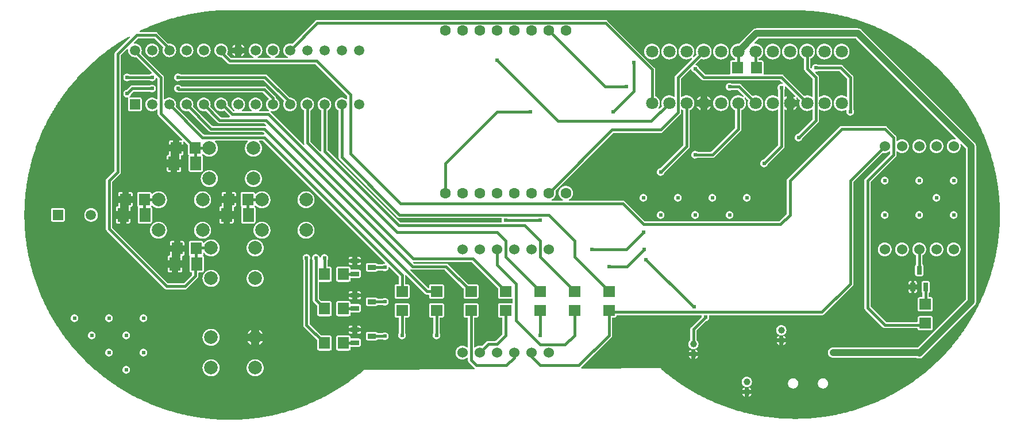
<source format=gbl>
G04 Layer: BottomLayer*
G04 EasyEDA v6.3.22, 2020-04-19T15:25:33+02:00*
G04 9585e20cbaa244c19a7501b8b38ea314,91c4fea8558b4139a52e513319813ad2,10*
G04 Gerber Generator version 0.2*
G04 Scale: 100 percent, Rotated: No, Reflected: No *
G04 Dimensions in millimeters *
G04 leading zeros omitted , absolute positions ,3 integer and 3 decimal *
%FSLAX33Y33*%
%MOMM*%
G90*
G71D02*

%ADD11C,0.399999*%
%ADD12C,0.610006*%
%ADD13C,0.609600*%
%ADD21C,1.524000*%
%ADD22C,0.999998*%
%ADD23R,1.499997X1.499997*%
%ADD24C,1.499997*%
%ADD25C,1.599997*%
%ADD26C,1.799996*%
%ADD27C,1.999996*%

%LPD*%
G36*
G01X30548Y60743D02*
G01X30499Y60743D01*
G01X30250Y60742D01*
G01X30001Y60739D01*
G01X29752Y60734D01*
G01X29503Y60727D01*
G01X29254Y60717D01*
G01X29005Y60706D01*
G01X28757Y60693D01*
G01X28508Y60677D01*
G01X28259Y60660D01*
G01X28011Y60640D01*
G01X27763Y60619D01*
G01X27515Y60595D01*
G01X27267Y60570D01*
G01X27020Y60542D01*
G01X26772Y60512D01*
G01X26525Y60481D01*
G01X26278Y60447D01*
G01X26032Y60411D01*
G01X25786Y60373D01*
G01X25540Y60333D01*
G01X25294Y60292D01*
G01X25049Y60248D01*
G01X24804Y60202D01*
G01X24560Y60154D01*
G01X24315Y60104D01*
G01X24072Y60052D01*
G01X23829Y59998D01*
G01X23586Y59942D01*
G01X23344Y59884D01*
G01X23102Y59824D01*
G01X22860Y59762D01*
G01X22620Y59698D01*
G01X22379Y59632D01*
G01X22140Y59565D01*
G01X21901Y59495D01*
G01X21662Y59423D01*
G01X21424Y59349D01*
G01X21187Y59273D01*
G01X20950Y59196D01*
G01X20714Y59116D01*
G01X20479Y59035D01*
G01X20244Y58951D01*
G01X20010Y58866D01*
G01X19777Y58778D01*
G01X19544Y58689D01*
G01X19312Y58598D01*
G01X19081Y58505D01*
G01X18851Y58410D01*
G01X18621Y58313D01*
G01X18393Y58214D01*
G01X18165Y58113D01*
G01X17938Y58011D01*
G01X17712Y57906D01*
G01X17486Y57800D01*
G01X17262Y57692D01*
G01X17248Y57684D01*
G01X17235Y57673D01*
G01X17225Y57661D01*
G01X17216Y57647D01*
G01X17210Y57633D01*
G01X17206Y57617D01*
G01X17205Y57601D01*
G01X17206Y57586D01*
G01X17209Y57572D01*
G01X17214Y57558D01*
G01X17221Y57546D01*
G01X17230Y57534D01*
G01X17240Y57524D01*
G01X17251Y57515D01*
G01X17264Y57508D01*
G01X17278Y57503D01*
G01X17292Y57500D01*
G01X17306Y57499D01*
G01X19578Y57499D01*
G01X19610Y57498D01*
G01X19642Y57494D01*
G01X19675Y57489D01*
G01X19706Y57481D01*
G01X19737Y57470D01*
G01X19767Y57458D01*
G01X19796Y57443D01*
G01X19824Y57427D01*
G01X19851Y57408D01*
G01X19876Y57388D01*
G01X19900Y57365D01*
G01X21417Y55849D01*
G01X21429Y55839D01*
G01X21442Y55830D01*
G01X21457Y55824D01*
G01X21472Y55821D01*
G01X21488Y55819D01*
G01X21554Y55825D01*
G01X21610Y55826D01*
G01X21656Y55825D01*
G01X21702Y55822D01*
G01X21749Y55816D01*
G01X21794Y55809D01*
G01X21840Y55799D01*
G01X21885Y55788D01*
G01X21929Y55774D01*
G01X21973Y55758D01*
G01X22016Y55740D01*
G01X22058Y55721D01*
G01X22099Y55699D01*
G01X22139Y55675D01*
G01X22178Y55650D01*
G01X22216Y55623D01*
G01X22253Y55594D01*
G01X22288Y55563D01*
G01X22321Y55531D01*
G01X22353Y55498D01*
G01X22384Y55463D01*
G01X22413Y55426D01*
G01X22440Y55388D01*
G01X22465Y55349D01*
G01X22489Y55309D01*
G01X22511Y55268D01*
G01X22530Y55226D01*
G01X22548Y55183D01*
G01X22564Y55139D01*
G01X22578Y55095D01*
G01X22589Y55050D01*
G01X22599Y55004D01*
G01X22606Y54959D01*
G01X22612Y54912D01*
G01X22615Y54866D01*
G01X22616Y54819D01*
G01X22615Y54773D01*
G01X22612Y54727D01*
G01X22606Y54680D01*
G01X22599Y54635D01*
G01X22589Y54589D01*
G01X22578Y54544D01*
G01X22564Y54500D01*
G01X22548Y54456D01*
G01X22530Y54413D01*
G01X22511Y54371D01*
G01X22489Y54330D01*
G01X22465Y54290D01*
G01X22440Y54251D01*
G01X22413Y54213D01*
G01X22384Y54176D01*
G01X22353Y54141D01*
G01X22321Y54108D01*
G01X22288Y54076D01*
G01X22253Y54045D01*
G01X22216Y54016D01*
G01X22178Y53989D01*
G01X22139Y53964D01*
G01X22099Y53940D01*
G01X22058Y53918D01*
G01X22016Y53899D01*
G01X21973Y53881D01*
G01X21929Y53865D01*
G01X21885Y53851D01*
G01X21840Y53840D01*
G01X21794Y53830D01*
G01X21749Y53823D01*
G01X21702Y53817D01*
G01X21656Y53814D01*
G01X21610Y53813D01*
G01X21563Y53814D01*
G01X21517Y53817D01*
G01X21470Y53823D01*
G01X21425Y53830D01*
G01X21379Y53840D01*
G01X21334Y53851D01*
G01X21290Y53865D01*
G01X21246Y53881D01*
G01X21203Y53899D01*
G01X21161Y53918D01*
G01X21120Y53940D01*
G01X21080Y53964D01*
G01X21041Y53989D01*
G01X21003Y54016D01*
G01X20966Y54045D01*
G01X20931Y54076D01*
G01X20898Y54108D01*
G01X20866Y54141D01*
G01X20835Y54176D01*
G01X20806Y54213D01*
G01X20779Y54251D01*
G01X20754Y54290D01*
G01X20730Y54330D01*
G01X20709Y54371D01*
G01X20689Y54413D01*
G01X20671Y54456D01*
G01X20655Y54500D01*
G01X20641Y54544D01*
G01X20630Y54589D01*
G01X20620Y54635D01*
G01X20613Y54680D01*
G01X20607Y54727D01*
G01X20604Y54773D01*
G01X20603Y54819D01*
G01X20604Y54869D01*
G01X20608Y54918D01*
G01X20614Y54968D01*
G01X20622Y55016D01*
G01X20633Y55065D01*
G01X20647Y55112D01*
G01X20662Y55159D01*
G01X20680Y55206D01*
G01X20686Y55225D01*
G01X20688Y55245D01*
G01X20686Y55260D01*
G01X20683Y55276D01*
G01X20677Y55291D01*
G01X20668Y55304D01*
G01X20658Y55316D01*
G01X19418Y56556D01*
G01X19406Y56567D01*
G01X19392Y56575D01*
G01X19378Y56581D01*
G01X19362Y56585D01*
G01X19346Y56586D01*
G01X17015Y56586D01*
G01X16999Y56585D01*
G01X16983Y56581D01*
G01X16969Y56575D01*
G01X16955Y56567D01*
G01X16943Y56556D01*
G01X16384Y55997D01*
G01X16373Y55985D01*
G01X16365Y55971D01*
G01X16359Y55957D01*
G01X16355Y55941D01*
G01X16354Y55925D01*
G01X16355Y55911D01*
G01X16358Y55897D01*
G01X16363Y55883D01*
G01X16370Y55870D01*
G01X16379Y55859D01*
G01X16389Y55848D01*
G01X16401Y55840D01*
G01X16413Y55833D01*
G01X16427Y55828D01*
G01X16441Y55825D01*
G01X16456Y55824D01*
G01X16462Y55824D01*
G01X16530Y55826D01*
G01X16576Y55825D01*
G01X16622Y55822D01*
G01X16669Y55816D01*
G01X16714Y55809D01*
G01X16760Y55799D01*
G01X16805Y55788D01*
G01X16849Y55774D01*
G01X16893Y55758D01*
G01X16936Y55740D01*
G01X16978Y55721D01*
G01X17019Y55699D01*
G01X17059Y55675D01*
G01X17098Y55650D01*
G01X17136Y55623D01*
G01X17173Y55594D01*
G01X17208Y55563D01*
G01X17241Y55531D01*
G01X17273Y55498D01*
G01X17304Y55463D01*
G01X17333Y55426D01*
G01X17360Y55388D01*
G01X17385Y55349D01*
G01X17409Y55309D01*
G01X17431Y55268D01*
G01X17450Y55226D01*
G01X17468Y55183D01*
G01X17484Y55139D01*
G01X17498Y55095D01*
G01X17509Y55050D01*
G01X17519Y55004D01*
G01X17526Y54959D01*
G01X17532Y54912D01*
G01X17535Y54866D01*
G01X17536Y54819D01*
G01X17535Y54770D01*
G01X17531Y54721D01*
G01X17525Y54672D01*
G01X17517Y54623D01*
G01X17506Y54575D01*
G01X17493Y54527D01*
G01X17477Y54480D01*
G01X17459Y54434D01*
G01X17454Y54415D01*
G01X17452Y54395D01*
G01X17453Y54379D01*
G01X17457Y54364D01*
G01X17463Y54349D01*
G01X17471Y54335D01*
G01X17481Y54323D01*
G01X20662Y51142D01*
G01X20685Y51118D01*
G01X20705Y51093D01*
G01X20724Y51066D01*
G01X20740Y51038D01*
G01X20755Y51009D01*
G01X20767Y50979D01*
G01X20778Y50948D01*
G01X20786Y50917D01*
G01X20791Y50884D01*
G01X20795Y50852D01*
G01X20796Y50819D01*
G01X20796Y47669D01*
G01X20797Y47654D01*
G01X20800Y47640D01*
G01X20805Y47627D01*
G01X20812Y47614D01*
G01X20821Y47602D01*
G01X20831Y47592D01*
G01X20843Y47583D01*
G01X20855Y47576D01*
G01X20869Y47571D01*
G01X20883Y47568D01*
G01X20898Y47567D01*
G01X20915Y47569D01*
G01X20932Y47573D01*
G01X20948Y47581D01*
G01X20963Y47591D01*
G01X20999Y47620D01*
G01X21037Y47648D01*
G01X21076Y47673D01*
G01X21117Y47697D01*
G01X21158Y47719D01*
G01X21200Y47739D01*
G01X21244Y47757D01*
G01X21288Y47773D01*
G01X21332Y47787D01*
G01X21378Y47799D01*
G01X21423Y47809D01*
G01X21470Y47816D01*
G01X21516Y47822D01*
G01X21563Y47825D01*
G01X21610Y47826D01*
G01X21656Y47825D01*
G01X21702Y47822D01*
G01X21749Y47816D01*
G01X21794Y47809D01*
G01X21840Y47799D01*
G01X21885Y47788D01*
G01X21929Y47774D01*
G01X21973Y47758D01*
G01X22016Y47740D01*
G01X22058Y47721D01*
G01X22099Y47699D01*
G01X22139Y47675D01*
G01X22178Y47650D01*
G01X22216Y47623D01*
G01X22253Y47594D01*
G01X22288Y47563D01*
G01X22321Y47531D01*
G01X22353Y47498D01*
G01X22384Y47463D01*
G01X22413Y47426D01*
G01X22440Y47388D01*
G01X22465Y47349D01*
G01X22489Y47309D01*
G01X22511Y47268D01*
G01X22530Y47226D01*
G01X22548Y47183D01*
G01X22564Y47139D01*
G01X22578Y47095D01*
G01X22589Y47050D01*
G01X22599Y47004D01*
G01X22606Y46959D01*
G01X22612Y46912D01*
G01X22615Y46866D01*
G01X22616Y46820D01*
G01X22615Y46768D01*
G01X22611Y46716D01*
G01X22604Y46664D01*
G01X22595Y46613D01*
G01X22583Y46563D01*
G01X22579Y46537D01*
G01X22581Y46521D01*
G01X22584Y46505D01*
G01X22590Y46491D01*
G01X22599Y46477D01*
G01X22609Y46465D01*
G01X26658Y42416D01*
G01X26670Y42405D01*
G01X26684Y42397D01*
G01X26699Y42391D01*
G01X26714Y42387D01*
G01X26730Y42386D01*
G01X35502Y42386D01*
G01X35517Y42387D01*
G01X35531Y42390D01*
G01X35544Y42395D01*
G01X35557Y42402D01*
G01X35569Y42411D01*
G01X35579Y42421D01*
G01X35588Y42433D01*
G01X35594Y42445D01*
G01X35600Y42459D01*
G01X35603Y42473D01*
G01X35604Y42488D01*
G01X35602Y42504D01*
G01X35599Y42519D01*
G01X35593Y42534D01*
G01X35584Y42547D01*
G01X35574Y42559D01*
G01X35420Y42713D01*
G01X35408Y42724D01*
G01X35394Y42732D01*
G01X35380Y42738D01*
G01X35364Y42742D01*
G01X35348Y42743D01*
G01X27770Y42743D01*
G01X27737Y42744D01*
G01X27705Y42748D01*
G01X27672Y42753D01*
G01X27641Y42761D01*
G01X27610Y42772D01*
G01X27580Y42784D01*
G01X27551Y42799D01*
G01X27523Y42815D01*
G01X27496Y42834D01*
G01X27471Y42854D01*
G01X27447Y42877D01*
G01X24504Y45820D01*
G01X24491Y45830D01*
G01X24478Y45838D01*
G01X24463Y45845D01*
G01X24448Y45848D01*
G01X24432Y45850D01*
G01X24406Y45846D01*
G01X24355Y45834D01*
G01X24304Y45825D01*
G01X24253Y45818D01*
G01X24201Y45814D01*
G01X24150Y45813D01*
G01X24103Y45814D01*
G01X24057Y45817D01*
G01X24010Y45823D01*
G01X23965Y45830D01*
G01X23919Y45840D01*
G01X23874Y45851D01*
G01X23830Y45865D01*
G01X23786Y45881D01*
G01X23743Y45899D01*
G01X23701Y45918D01*
G01X23660Y45940D01*
G01X23620Y45964D01*
G01X23581Y45989D01*
G01X23543Y46016D01*
G01X23506Y46045D01*
G01X23471Y46076D01*
G01X23438Y46108D01*
G01X23406Y46141D01*
G01X23375Y46176D01*
G01X23346Y46213D01*
G01X23319Y46251D01*
G01X23294Y46290D01*
G01X23270Y46330D01*
G01X23249Y46371D01*
G01X23229Y46413D01*
G01X23211Y46456D01*
G01X23195Y46500D01*
G01X23181Y46544D01*
G01X23170Y46589D01*
G01X23160Y46635D01*
G01X23153Y46680D01*
G01X23147Y46727D01*
G01X23144Y46773D01*
G01X23143Y46820D01*
G01X23144Y46866D01*
G01X23147Y46912D01*
G01X23153Y46959D01*
G01X23160Y47004D01*
G01X23170Y47050D01*
G01X23181Y47095D01*
G01X23195Y47139D01*
G01X23211Y47183D01*
G01X23229Y47226D01*
G01X23249Y47268D01*
G01X23270Y47309D01*
G01X23294Y47349D01*
G01X23319Y47388D01*
G01X23346Y47426D01*
G01X23375Y47463D01*
G01X23406Y47498D01*
G01X23438Y47531D01*
G01X23471Y47563D01*
G01X23506Y47594D01*
G01X23543Y47623D01*
G01X23581Y47650D01*
G01X23620Y47675D01*
G01X23660Y47699D01*
G01X23701Y47721D01*
G01X23743Y47740D01*
G01X23786Y47758D01*
G01X23830Y47774D01*
G01X23874Y47788D01*
G01X23919Y47799D01*
G01X23965Y47809D01*
G01X24010Y47816D01*
G01X24057Y47822D01*
G01X24103Y47825D01*
G01X24150Y47826D01*
G01X24196Y47825D01*
G01X24242Y47822D01*
G01X24289Y47816D01*
G01X24334Y47809D01*
G01X24380Y47799D01*
G01X24425Y47788D01*
G01X24469Y47774D01*
G01X24513Y47758D01*
G01X24556Y47740D01*
G01X24598Y47721D01*
G01X24639Y47699D01*
G01X24679Y47675D01*
G01X24718Y47650D01*
G01X24756Y47623D01*
G01X24793Y47594D01*
G01X24828Y47563D01*
G01X24861Y47531D01*
G01X24893Y47498D01*
G01X24924Y47463D01*
G01X24953Y47426D01*
G01X24980Y47388D01*
G01X25005Y47349D01*
G01X25029Y47309D01*
G01X25051Y47268D01*
G01X25070Y47226D01*
G01X25088Y47183D01*
G01X25104Y47139D01*
G01X25118Y47095D01*
G01X25129Y47050D01*
G01X25139Y47004D01*
G01X25146Y46959D01*
G01X25152Y46912D01*
G01X25155Y46866D01*
G01X25156Y46820D01*
G01X25155Y46768D01*
G01X25151Y46716D01*
G01X25144Y46665D01*
G01X25135Y46614D01*
G01X25123Y46563D01*
G01X25120Y46537D01*
G01X25121Y46521D01*
G01X25124Y46506D01*
G01X25131Y46491D01*
G01X25139Y46478D01*
G01X25149Y46465D01*
G01X27929Y43686D01*
G01X27941Y43675D01*
G01X27955Y43667D01*
G01X27969Y43661D01*
G01X27985Y43657D01*
G01X28001Y43656D01*
G01X35580Y43656D01*
G01X35611Y43655D01*
G01X35642Y43652D01*
G01X35673Y43646D01*
G01X35703Y43639D01*
G01X35733Y43630D01*
G01X35762Y43618D01*
G01X35782Y43612D01*
G01X35803Y43610D01*
G01X35817Y43611D01*
G01X35831Y43614D01*
G01X35845Y43619D01*
G01X35857Y43626D01*
G01X35869Y43634D01*
G01X35879Y43645D01*
G01X35888Y43656D01*
G01X35895Y43669D01*
G01X35900Y43683D01*
G01X35903Y43697D01*
G01X35904Y43711D01*
G01X35903Y43727D01*
G01X35899Y43743D01*
G01X35893Y43757D01*
G01X35885Y43771D01*
G01X35874Y43783D01*
G01X35674Y43983D01*
G01X35662Y43994D01*
G01X35648Y44002D01*
G01X35634Y44008D01*
G01X35618Y44012D01*
G01X35602Y44013D01*
G01X29040Y44013D01*
G01X29007Y44014D01*
G01X28975Y44018D01*
G01X28942Y44023D01*
G01X28911Y44031D01*
G01X28880Y44042D01*
G01X28850Y44054D01*
G01X28821Y44069D01*
G01X28793Y44085D01*
G01X28766Y44104D01*
G01X28741Y44124D01*
G01X28717Y44147D01*
G01X27044Y45820D01*
G01X27031Y45830D01*
G01X27018Y45838D01*
G01X27003Y45845D01*
G01X26988Y45848D01*
G01X26972Y45850D01*
G01X26946Y45846D01*
G01X26895Y45834D01*
G01X26844Y45825D01*
G01X26793Y45818D01*
G01X26741Y45814D01*
G01X26690Y45813D01*
G01X26643Y45814D01*
G01X26597Y45817D01*
G01X26550Y45823D01*
G01X26505Y45830D01*
G01X26459Y45840D01*
G01X26414Y45851D01*
G01X26370Y45865D01*
G01X26326Y45881D01*
G01X26283Y45899D01*
G01X26241Y45918D01*
G01X26200Y45940D01*
G01X26160Y45964D01*
G01X26121Y45989D01*
G01X26083Y46016D01*
G01X26046Y46045D01*
G01X26011Y46076D01*
G01X25978Y46108D01*
G01X25946Y46141D01*
G01X25915Y46176D01*
G01X25886Y46213D01*
G01X25859Y46251D01*
G01X25834Y46290D01*
G01X25810Y46330D01*
G01X25789Y46371D01*
G01X25769Y46413D01*
G01X25751Y46456D01*
G01X25735Y46500D01*
G01X25721Y46544D01*
G01X25710Y46589D01*
G01X25700Y46635D01*
G01X25693Y46680D01*
G01X25687Y46727D01*
G01X25684Y46773D01*
G01X25683Y46820D01*
G01X25684Y46866D01*
G01X25687Y46912D01*
G01X25693Y46959D01*
G01X25700Y47004D01*
G01X25710Y47050D01*
G01X25721Y47095D01*
G01X25735Y47139D01*
G01X25751Y47183D01*
G01X25769Y47226D01*
G01X25789Y47268D01*
G01X25810Y47309D01*
G01X25834Y47349D01*
G01X25859Y47388D01*
G01X25886Y47426D01*
G01X25915Y47463D01*
G01X25946Y47498D01*
G01X25978Y47531D01*
G01X26011Y47563D01*
G01X26046Y47594D01*
G01X26083Y47623D01*
G01X26121Y47650D01*
G01X26160Y47675D01*
G01X26200Y47699D01*
G01X26241Y47721D01*
G01X26283Y47740D01*
G01X26326Y47758D01*
G01X26370Y47774D01*
G01X26414Y47788D01*
G01X26459Y47799D01*
G01X26505Y47809D01*
G01X26550Y47816D01*
G01X26597Y47822D01*
G01X26643Y47825D01*
G01X26690Y47826D01*
G01X26736Y47825D01*
G01X26782Y47822D01*
G01X26829Y47816D01*
G01X26874Y47809D01*
G01X26920Y47799D01*
G01X26965Y47788D01*
G01X27009Y47774D01*
G01X27053Y47758D01*
G01X27096Y47740D01*
G01X27138Y47721D01*
G01X27179Y47699D01*
G01X27219Y47675D01*
G01X27258Y47650D01*
G01X27296Y47623D01*
G01X27333Y47594D01*
G01X27368Y47563D01*
G01X27401Y47531D01*
G01X27433Y47498D01*
G01X27464Y47463D01*
G01X27493Y47426D01*
G01X27520Y47388D01*
G01X27545Y47349D01*
G01X27569Y47309D01*
G01X27591Y47268D01*
G01X27610Y47226D01*
G01X27628Y47183D01*
G01X27644Y47139D01*
G01X27658Y47095D01*
G01X27669Y47050D01*
G01X27679Y47004D01*
G01X27686Y46959D01*
G01X27692Y46912D01*
G01X27695Y46866D01*
G01X27696Y46820D01*
G01X27695Y46768D01*
G01X27691Y46716D01*
G01X27684Y46665D01*
G01X27675Y46614D01*
G01X27663Y46563D01*
G01X27660Y46537D01*
G01X27661Y46521D01*
G01X27664Y46506D01*
G01X27671Y46491D01*
G01X27679Y46478D01*
G01X27689Y46465D01*
G01X29199Y44956D01*
G01X29211Y44945D01*
G01X29225Y44937D01*
G01X29239Y44931D01*
G01X29255Y44927D01*
G01X29271Y44926D01*
G01X30422Y44926D01*
G01X30437Y44927D01*
G01X30451Y44930D01*
G01X30464Y44935D01*
G01X30477Y44942D01*
G01X30489Y44951D01*
G01X30499Y44961D01*
G01X30508Y44973D01*
G01X30514Y44985D01*
G01X30520Y44999D01*
G01X30523Y45013D01*
G01X30524Y45028D01*
G01X30522Y45044D01*
G01X30519Y45059D01*
G01X30513Y45074D01*
G01X30504Y45087D01*
G01X30494Y45099D01*
G01X29726Y45868D01*
G01X29714Y45878D01*
G01X29700Y45886D01*
G01X29685Y45892D01*
G01X29670Y45896D01*
G01X29654Y45897D01*
G01X29634Y45895D01*
G01X29615Y45890D01*
G01X29569Y45872D01*
G01X29522Y45856D01*
G01X29474Y45843D01*
G01X29426Y45832D01*
G01X29377Y45824D01*
G01X29328Y45818D01*
G01X29279Y45814D01*
G01X29230Y45813D01*
G01X29183Y45814D01*
G01X29137Y45817D01*
G01X29090Y45823D01*
G01X29045Y45830D01*
G01X28999Y45840D01*
G01X28954Y45851D01*
G01X28910Y45865D01*
G01X28866Y45881D01*
G01X28823Y45899D01*
G01X28781Y45918D01*
G01X28740Y45940D01*
G01X28700Y45964D01*
G01X28661Y45989D01*
G01X28623Y46016D01*
G01X28586Y46045D01*
G01X28551Y46076D01*
G01X28518Y46108D01*
G01X28486Y46141D01*
G01X28455Y46176D01*
G01X28426Y46213D01*
G01X28399Y46251D01*
G01X28374Y46290D01*
G01X28350Y46330D01*
G01X28329Y46371D01*
G01X28309Y46413D01*
G01X28291Y46456D01*
G01X28275Y46500D01*
G01X28261Y46544D01*
G01X28250Y46589D01*
G01X28240Y46635D01*
G01X28233Y46680D01*
G01X28227Y46727D01*
G01X28224Y46773D01*
G01X28223Y46820D01*
G01X28224Y46866D01*
G01X28227Y46912D01*
G01X28233Y46959D01*
G01X28240Y47004D01*
G01X28250Y47050D01*
G01X28261Y47095D01*
G01X28275Y47139D01*
G01X28291Y47183D01*
G01X28309Y47226D01*
G01X28329Y47268D01*
G01X28350Y47309D01*
G01X28374Y47349D01*
G01X28399Y47388D01*
G01X28426Y47426D01*
G01X28455Y47463D01*
G01X28486Y47498D01*
G01X28518Y47531D01*
G01X28551Y47563D01*
G01X28586Y47594D01*
G01X28623Y47623D01*
G01X28661Y47650D01*
G01X28700Y47675D01*
G01X28740Y47699D01*
G01X28781Y47721D01*
G01X28823Y47740D01*
G01X28866Y47758D01*
G01X28910Y47774D01*
G01X28954Y47788D01*
G01X28999Y47799D01*
G01X29045Y47809D01*
G01X29090Y47816D01*
G01X29137Y47822D01*
G01X29183Y47825D01*
G01X29230Y47826D01*
G01X29276Y47825D01*
G01X29322Y47822D01*
G01X29369Y47816D01*
G01X29414Y47809D01*
G01X29460Y47799D01*
G01X29505Y47788D01*
G01X29549Y47774D01*
G01X29593Y47758D01*
G01X29636Y47740D01*
G01X29678Y47721D01*
G01X29719Y47699D01*
G01X29759Y47675D01*
G01X29798Y47650D01*
G01X29836Y47623D01*
G01X29873Y47594D01*
G01X29908Y47563D01*
G01X29941Y47531D01*
G01X29973Y47498D01*
G01X30004Y47463D01*
G01X30033Y47426D01*
G01X30060Y47388D01*
G01X30085Y47349D01*
G01X30109Y47309D01*
G01X30131Y47268D01*
G01X30150Y47226D01*
G01X30168Y47183D01*
G01X30184Y47139D01*
G01X30198Y47095D01*
G01X30209Y47050D01*
G01X30219Y47004D01*
G01X30226Y46959D01*
G01X30232Y46912D01*
G01X30235Y46866D01*
G01X30236Y46820D01*
G01X30235Y46764D01*
G01X30230Y46709D01*
G01X30229Y46697D01*
G01X30231Y46682D01*
G01X30234Y46666D01*
G01X30240Y46651D01*
G01X30249Y46638D01*
G01X30259Y46626D01*
G01X30846Y46038D01*
G01X30858Y46028D01*
G01X30872Y46020D01*
G01X30887Y46014D01*
G01X30902Y46010D01*
G01X30918Y46009D01*
G01X30934Y46010D01*
G01X30950Y46014D01*
G01X30965Y46020D01*
G01X30979Y46029D01*
G01X30970Y46015D01*
G01X30964Y46000D01*
G01X30960Y45984D01*
G01X30959Y45968D01*
G01X30960Y45952D01*
G01X30964Y45937D01*
G01X30970Y45922D01*
G01X30978Y45908D01*
G01X30988Y45896D01*
G01X31040Y45845D01*
G01X31052Y45834D01*
G01X31066Y45826D01*
G01X31080Y45820D01*
G01X31096Y45816D01*
G01X31112Y45815D01*
G01X31127Y45815D01*
G01X31141Y45816D01*
G01X31156Y45819D01*
G01X31169Y45824D01*
G01X31182Y45831D01*
G01X31194Y45840D01*
G01X31204Y45850D01*
G01X31212Y45862D01*
G01X31219Y45874D01*
G01X31225Y45888D01*
G01X31228Y45902D01*
G01X31229Y45917D01*
G01X31227Y45933D01*
G01X31224Y45948D01*
G01X31217Y45963D01*
G01X31209Y45977D01*
G01X31198Y45989D01*
G01X31186Y45999D01*
G01X31125Y46046D01*
G01X31111Y46056D01*
G01X31095Y46064D01*
G01X31078Y46068D01*
G01X31060Y46070D01*
G01X31044Y46068D01*
G01X31028Y46064D01*
G01X31013Y46058D01*
G01X30999Y46049D01*
G01X31008Y46063D01*
G01X31014Y46078D01*
G01X31018Y46094D01*
G01X31020Y46110D01*
G01X31018Y46128D01*
G01X31014Y46145D01*
G01X31006Y46161D01*
G01X30996Y46175D01*
G01X30967Y46212D01*
G01X30940Y46250D01*
G01X30914Y46289D01*
G01X30891Y46329D01*
G01X30869Y46370D01*
G01X30849Y46412D01*
G01X30831Y46455D01*
G01X30815Y46499D01*
G01X30802Y46543D01*
G01X30790Y46589D01*
G01X30780Y46634D01*
G01X30773Y46680D01*
G01X30767Y46726D01*
G01X30764Y46773D01*
G01X30763Y46820D01*
G01X30764Y46866D01*
G01X30767Y46912D01*
G01X30773Y46959D01*
G01X30780Y47004D01*
G01X30790Y47050D01*
G01X30801Y47095D01*
G01X30815Y47139D01*
G01X30831Y47183D01*
G01X30849Y47226D01*
G01X30869Y47268D01*
G01X30890Y47309D01*
G01X30914Y47349D01*
G01X30939Y47388D01*
G01X30966Y47426D01*
G01X30995Y47463D01*
G01X31026Y47498D01*
G01X31058Y47531D01*
G01X31091Y47563D01*
G01X31126Y47594D01*
G01X31163Y47623D01*
G01X31201Y47650D01*
G01X31240Y47675D01*
G01X31280Y47699D01*
G01X31321Y47721D01*
G01X31363Y47740D01*
G01X31406Y47758D01*
G01X31450Y47774D01*
G01X31494Y47788D01*
G01X31539Y47799D01*
G01X31585Y47809D01*
G01X31630Y47816D01*
G01X31677Y47822D01*
G01X31723Y47825D01*
G01X31770Y47826D01*
G01X31816Y47825D01*
G01X31862Y47822D01*
G01X31909Y47816D01*
G01X31954Y47809D01*
G01X32000Y47799D01*
G01X32045Y47788D01*
G01X32089Y47774D01*
G01X32133Y47758D01*
G01X32176Y47740D01*
G01X32218Y47721D01*
G01X32259Y47699D01*
G01X32299Y47675D01*
G01X32338Y47650D01*
G01X32376Y47623D01*
G01X32413Y47594D01*
G01X32448Y47563D01*
G01X32481Y47531D01*
G01X32513Y47498D01*
G01X32544Y47463D01*
G01X32573Y47426D01*
G01X32600Y47388D01*
G01X32625Y47349D01*
G01X32649Y47309D01*
G01X32671Y47268D01*
G01X32690Y47226D01*
G01X32708Y47183D01*
G01X32724Y47139D01*
G01X32738Y47095D01*
G01X32749Y47050D01*
G01X32759Y47004D01*
G01X32766Y46959D01*
G01X32772Y46912D01*
G01X32775Y46866D01*
G01X32776Y46820D01*
G01X32775Y46774D01*
G01X32772Y46728D01*
G01X32767Y46683D01*
G01X32760Y46638D01*
G01X32750Y46593D01*
G01X32739Y46549D01*
G01X32726Y46505D01*
G01X32711Y46462D01*
G01X32693Y46420D01*
G01X32674Y46379D01*
G01X32653Y46338D01*
G01X32631Y46298D01*
G01X32606Y46260D01*
G01X32580Y46223D01*
G01X32552Y46186D01*
G01X32523Y46152D01*
G01X32491Y46118D01*
G01X32459Y46086D01*
G01X32425Y46056D01*
G01X32390Y46027D01*
G01X32353Y45999D01*
G01X32341Y45989D01*
G01X32330Y45977D01*
G01X32322Y45963D01*
G01X32315Y45948D01*
G01X32312Y45933D01*
G01X32310Y45917D01*
G01X32311Y45902D01*
G01X32315Y45888D01*
G01X32320Y45874D01*
G01X32327Y45862D01*
G01X32335Y45850D01*
G01X32345Y45840D01*
G01X32357Y45831D01*
G01X32370Y45824D01*
G01X32383Y45819D01*
G01X32398Y45816D01*
G01X32412Y45815D01*
G01X33667Y45815D01*
G01X33681Y45816D01*
G01X33696Y45819D01*
G01X33709Y45824D01*
G01X33722Y45831D01*
G01X33734Y45840D01*
G01X33744Y45850D01*
G01X33752Y45862D01*
G01X33759Y45874D01*
G01X33765Y45888D01*
G01X33768Y45902D01*
G01X33769Y45917D01*
G01X33767Y45933D01*
G01X33764Y45948D01*
G01X33757Y45963D01*
G01X33749Y45977D01*
G01X33738Y45989D01*
G01X33726Y45999D01*
G01X33689Y46027D01*
G01X33654Y46056D01*
G01X33620Y46086D01*
G01X33588Y46118D01*
G01X33557Y46152D01*
G01X33527Y46186D01*
G01X33499Y46223D01*
G01X33473Y46260D01*
G01X33448Y46298D01*
G01X33426Y46338D01*
G01X33405Y46379D01*
G01X33386Y46420D01*
G01X33368Y46462D01*
G01X33353Y46505D01*
G01X33340Y46549D01*
G01X33329Y46593D01*
G01X33319Y46638D01*
G01X33312Y46683D01*
G01X33307Y46728D01*
G01X33304Y46774D01*
G01X33303Y46820D01*
G01X33304Y46866D01*
G01X33307Y46912D01*
G01X33313Y46959D01*
G01X33320Y47004D01*
G01X33330Y47050D01*
G01X33341Y47095D01*
G01X33355Y47139D01*
G01X33371Y47183D01*
G01X33389Y47226D01*
G01X33409Y47268D01*
G01X33430Y47309D01*
G01X33454Y47349D01*
G01X33479Y47388D01*
G01X33506Y47426D01*
G01X33535Y47463D01*
G01X33566Y47498D01*
G01X33598Y47531D01*
G01X33631Y47563D01*
G01X33666Y47594D01*
G01X33703Y47623D01*
G01X33741Y47650D01*
G01X33780Y47675D01*
G01X33820Y47699D01*
G01X33861Y47721D01*
G01X33903Y47740D01*
G01X33946Y47758D01*
G01X33990Y47774D01*
G01X34034Y47788D01*
G01X34079Y47799D01*
G01X34125Y47809D01*
G01X34170Y47816D01*
G01X34217Y47822D01*
G01X34263Y47825D01*
G01X34310Y47826D01*
G01X34356Y47825D01*
G01X34402Y47822D01*
G01X34449Y47816D01*
G01X34494Y47809D01*
G01X34540Y47799D01*
G01X34585Y47788D01*
G01X34629Y47774D01*
G01X34673Y47758D01*
G01X34716Y47740D01*
G01X34758Y47721D01*
G01X34799Y47699D01*
G01X34839Y47675D01*
G01X34878Y47650D01*
G01X34916Y47623D01*
G01X34953Y47594D01*
G01X34988Y47563D01*
G01X35021Y47531D01*
G01X35053Y47498D01*
G01X35084Y47463D01*
G01X35113Y47426D01*
G01X35140Y47388D01*
G01X35165Y47349D01*
G01X35189Y47309D01*
G01X35211Y47268D01*
G01X35230Y47226D01*
G01X35248Y47183D01*
G01X35264Y47139D01*
G01X35278Y47095D01*
G01X35289Y47050D01*
G01X35299Y47004D01*
G01X35306Y46959D01*
G01X35312Y46912D01*
G01X35315Y46866D01*
G01X35316Y46820D01*
G01X35315Y46774D01*
G01X35312Y46728D01*
G01X35307Y46683D01*
G01X35300Y46638D01*
G01X35290Y46593D01*
G01X35279Y46549D01*
G01X35266Y46505D01*
G01X35251Y46462D01*
G01X35233Y46420D01*
G01X35214Y46379D01*
G01X35193Y46338D01*
G01X35171Y46298D01*
G01X35146Y46260D01*
G01X35120Y46223D01*
G01X35092Y46186D01*
G01X35063Y46152D01*
G01X35031Y46118D01*
G01X34999Y46086D01*
G01X34965Y46056D01*
G01X34930Y46027D01*
G01X34893Y45999D01*
G01X34881Y45989D01*
G01X34870Y45977D01*
G01X34862Y45963D01*
G01X34855Y45948D01*
G01X34852Y45933D01*
G01X34850Y45917D01*
G01X34851Y45902D01*
G01X34855Y45888D01*
G01X34860Y45874D01*
G01X34867Y45862D01*
G01X34875Y45850D01*
G01X34885Y45840D01*
G01X34897Y45831D01*
G01X34910Y45824D01*
G01X34923Y45819D01*
G01X34938Y45816D01*
G01X34952Y45815D01*
G01X36207Y45815D01*
G01X36221Y45816D01*
G01X36236Y45819D01*
G01X36249Y45824D01*
G01X36262Y45831D01*
G01X36274Y45840D01*
G01X36284Y45850D01*
G01X36292Y45862D01*
G01X36299Y45874D01*
G01X36305Y45888D01*
G01X36308Y45902D01*
G01X36309Y45917D01*
G01X36307Y45933D01*
G01X36304Y45948D01*
G01X36297Y45963D01*
G01X36289Y45977D01*
G01X36278Y45989D01*
G01X36266Y45999D01*
G01X36229Y46027D01*
G01X36194Y46056D01*
G01X36160Y46086D01*
G01X36128Y46118D01*
G01X36097Y46152D01*
G01X36067Y46186D01*
G01X36039Y46223D01*
G01X36013Y46260D01*
G01X35988Y46298D01*
G01X35966Y46338D01*
G01X35945Y46379D01*
G01X35926Y46420D01*
G01X35908Y46462D01*
G01X35893Y46505D01*
G01X35880Y46549D01*
G01X35869Y46593D01*
G01X35859Y46638D01*
G01X35852Y46683D01*
G01X35847Y46728D01*
G01X35844Y46774D01*
G01X35843Y46820D01*
G01X35844Y46867D01*
G01X35847Y46914D01*
G01X35853Y46960D01*
G01X35861Y47007D01*
G01X35870Y47053D01*
G01X35882Y47098D01*
G01X35897Y47143D01*
G01X35913Y47188D01*
G01X35931Y47231D01*
G01X35951Y47274D01*
G01X35973Y47315D01*
G01X35998Y47356D01*
G01X36024Y47395D01*
G01X36051Y47433D01*
G01X36081Y47470D01*
G01X36112Y47505D01*
G01X36145Y47539D01*
G01X36180Y47571D01*
G01X36216Y47601D01*
G01X36236Y47623D01*
G01X36243Y47636D01*
G01X36249Y47650D01*
G01X36252Y47665D01*
G01X36253Y47680D01*
G01X36252Y47696D01*
G01X36248Y47712D01*
G01X36242Y47726D01*
G01X36234Y47740D01*
G01X36223Y47752D01*
G01X35420Y48555D01*
G01X35408Y48566D01*
G01X35394Y48574D01*
G01X35380Y48580D01*
G01X35364Y48584D01*
G01X35348Y48585D01*
G01X23007Y48585D01*
G01X22974Y48586D01*
G01X22941Y48590D01*
G01X22909Y48596D01*
G01X22877Y48604D01*
G01X22853Y48608D01*
G01X22819Y48610D01*
G01X22785Y48615D01*
G01X22751Y48622D01*
G01X22718Y48631D01*
G01X22686Y48642D01*
G01X22654Y48654D01*
G01X22623Y48669D01*
G01X22593Y48686D01*
G01X22565Y48704D01*
G01X22537Y48724D01*
G01X22510Y48746D01*
G01X22485Y48769D01*
G01X22462Y48794D01*
G01X22440Y48820D01*
G01X22419Y48847D01*
G01X22401Y48876D01*
G01X22384Y48906D01*
G01X22368Y48936D01*
G01X22355Y48968D01*
G01X22344Y49000D01*
G01X22335Y49033D01*
G01X22328Y49066D01*
G01X22322Y49100D01*
G01X22319Y49134D01*
G01X22318Y49168D01*
G01X22319Y49202D01*
G01X22322Y49236D01*
G01X22327Y49270D01*
G01X22334Y49303D01*
G01X22344Y49335D01*
G01X22355Y49368D01*
G01X22368Y49399D01*
G01X22382Y49429D01*
G01X22399Y49459D01*
G01X22418Y49487D01*
G01X22438Y49515D01*
G01X22459Y49541D01*
G01X22507Y49589D01*
G01X22533Y49610D01*
G01X22561Y49630D01*
G01X22589Y49649D01*
G01X22619Y49666D01*
G01X22649Y49680D01*
G01X22680Y49693D01*
G01X22713Y49704D01*
G01X22745Y49714D01*
G01X22778Y49721D01*
G01X22812Y49726D01*
G01X22846Y49729D01*
G01X22880Y49730D01*
G01X22914Y49729D01*
G01X22949Y49726D01*
G01X22983Y49720D01*
G01X23016Y49713D01*
G01X23050Y49703D01*
G01X23082Y49692D01*
G01X23114Y49678D01*
G01X23145Y49663D01*
G01X23175Y49646D01*
G01X23204Y49627D01*
G01X23232Y49606D01*
G01X23258Y49583D01*
G01X23283Y49559D01*
G01X23306Y49534D01*
G01X23316Y49523D01*
G01X23328Y49514D01*
G01X23341Y49507D01*
G01X23354Y49502D01*
G01X23369Y49499D01*
G01X23383Y49498D01*
G01X35580Y49498D01*
G01X35612Y49497D01*
G01X35644Y49493D01*
G01X35677Y49488D01*
G01X35708Y49480D01*
G01X35739Y49469D01*
G01X35769Y49457D01*
G01X35798Y49442D01*
G01X35826Y49426D01*
G01X35853Y49407D01*
G01X35878Y49387D01*
G01X35902Y49364D01*
G01X37172Y48094D01*
G01X37194Y48071D01*
G01X37215Y48046D01*
G01X37233Y48019D01*
G01X37249Y47992D01*
G01X37264Y47963D01*
G01X37276Y47933D01*
G01X37287Y47903D01*
G01X37295Y47872D01*
G01X37301Y47840D01*
G01X37305Y47808D01*
G01X37306Y47776D01*
G01X37307Y47761D01*
G01X37311Y47746D01*
G01X37316Y47732D01*
G01X37324Y47719D01*
G01X37333Y47708D01*
G01X37344Y47698D01*
G01X37356Y47689D01*
G01X37395Y47665D01*
G01X37433Y47640D01*
G01X37470Y47612D01*
G01X37505Y47583D01*
G01X37539Y47553D01*
G01X37571Y47521D01*
G01X37603Y47487D01*
G01X37632Y47453D01*
G01X37660Y47416D01*
G01X37686Y47379D01*
G01X37711Y47341D01*
G01X37733Y47301D01*
G01X37754Y47260D01*
G01X37773Y47219D01*
G01X37791Y47177D01*
G01X37806Y47134D01*
G01X37819Y47090D01*
G01X37830Y47046D01*
G01X37840Y47001D01*
G01X37847Y46956D01*
G01X37852Y46911D01*
G01X37855Y46865D01*
G01X37856Y46820D01*
G01X37855Y46773D01*
G01X37852Y46727D01*
G01X37846Y46680D01*
G01X37839Y46635D01*
G01X37829Y46589D01*
G01X37818Y46544D01*
G01X37804Y46500D01*
G01X37788Y46456D01*
G01X37770Y46413D01*
G01X37751Y46371D01*
G01X37729Y46330D01*
G01X37705Y46290D01*
G01X37680Y46251D01*
G01X37653Y46213D01*
G01X37624Y46176D01*
G01X37593Y46141D01*
G01X37561Y46108D01*
G01X37528Y46076D01*
G01X37493Y46045D01*
G01X37456Y46016D01*
G01X37418Y45989D01*
G01X37379Y45964D01*
G01X37339Y45940D01*
G01X37298Y45918D01*
G01X37256Y45899D01*
G01X37213Y45881D01*
G01X37169Y45865D01*
G01X37125Y45851D01*
G01X37080Y45840D01*
G01X37034Y45830D01*
G01X36989Y45823D01*
G01X36942Y45817D01*
G01X36896Y45814D01*
G01X36850Y45813D01*
G01X36799Y45814D01*
G01X36749Y45818D01*
G01X36699Y45824D01*
G01X36649Y45833D01*
G01X36629Y45835D01*
G01X36614Y45834D01*
G01X36600Y45831D01*
G01X36587Y45826D01*
G01X36574Y45819D01*
G01X36562Y45810D01*
G01X36552Y45800D01*
G01X36543Y45789D01*
G01X36536Y45776D01*
G01X36531Y45762D01*
G01X36528Y45748D01*
G01X36527Y45734D01*
G01X36528Y45718D01*
G01X36532Y45702D01*
G01X36538Y45687D01*
G01X36547Y45674D01*
G01X36557Y45662D01*
G01X41346Y40873D01*
G01X41358Y40862D01*
G01X41372Y40854D01*
G01X41386Y40848D01*
G01X41402Y40844D01*
G01X41418Y40843D01*
G01X41432Y40844D01*
G01X41446Y40847D01*
G01X41460Y40852D01*
G01X41473Y40859D01*
G01X41484Y40868D01*
G01X41495Y40878D01*
G01X41503Y40890D01*
G01X41510Y40902D01*
G01X41515Y40916D01*
G01X41518Y40930D01*
G01X41519Y40944D01*
G01X41517Y40965D01*
G01X41511Y40985D01*
G01X41500Y41014D01*
G01X41490Y41044D01*
G01X41483Y41074D01*
G01X41477Y41105D01*
G01X41474Y41136D01*
G01X41473Y41167D01*
G01X41473Y45862D01*
G01X41472Y45877D01*
G01X41469Y45892D01*
G01X41463Y45906D01*
G01X41455Y45919D01*
G01X41446Y45931D01*
G01X41435Y45941D01*
G01X41423Y45950D01*
G01X41384Y45974D01*
G01X41346Y45999D01*
G01X41309Y46027D01*
G01X41274Y46056D01*
G01X41240Y46086D01*
G01X41208Y46118D01*
G01X41176Y46152D01*
G01X41147Y46186D01*
G01X41119Y46223D01*
G01X41093Y46260D01*
G01X41068Y46298D01*
G01X41046Y46338D01*
G01X41025Y46379D01*
G01X41006Y46420D01*
G01X40988Y46462D01*
G01X40973Y46505D01*
G01X40960Y46549D01*
G01X40949Y46593D01*
G01X40939Y46638D01*
G01X40932Y46683D01*
G01X40927Y46728D01*
G01X40924Y46774D01*
G01X40923Y46820D01*
G01X40924Y46866D01*
G01X40927Y46912D01*
G01X40933Y46959D01*
G01X40940Y47004D01*
G01X40950Y47050D01*
G01X40961Y47095D01*
G01X40975Y47139D01*
G01X40991Y47183D01*
G01X41009Y47226D01*
G01X41029Y47268D01*
G01X41050Y47309D01*
G01X41074Y47349D01*
G01X41099Y47388D01*
G01X41126Y47426D01*
G01X41155Y47463D01*
G01X41186Y47498D01*
G01X41218Y47531D01*
G01X41251Y47563D01*
G01X41286Y47594D01*
G01X41323Y47623D01*
G01X41361Y47650D01*
G01X41400Y47675D01*
G01X41440Y47699D01*
G01X41481Y47721D01*
G01X41523Y47740D01*
G01X41566Y47758D01*
G01X41610Y47774D01*
G01X41654Y47788D01*
G01X41699Y47799D01*
G01X41745Y47809D01*
G01X41790Y47816D01*
G01X41837Y47822D01*
G01X41883Y47825D01*
G01X41930Y47826D01*
G01X41976Y47825D01*
G01X42022Y47822D01*
G01X42069Y47816D01*
G01X42114Y47809D01*
G01X42160Y47799D01*
G01X42205Y47788D01*
G01X42249Y47774D01*
G01X42293Y47758D01*
G01X42336Y47740D01*
G01X42378Y47721D01*
G01X42419Y47699D01*
G01X42459Y47675D01*
G01X42498Y47650D01*
G01X42536Y47623D01*
G01X42573Y47594D01*
G01X42608Y47563D01*
G01X42641Y47531D01*
G01X42673Y47498D01*
G01X42704Y47463D01*
G01X42733Y47426D01*
G01X42760Y47388D01*
G01X42785Y47349D01*
G01X42809Y47309D01*
G01X42831Y47268D01*
G01X42850Y47226D01*
G01X42868Y47183D01*
G01X42884Y47139D01*
G01X42898Y47095D01*
G01X42909Y47050D01*
G01X42919Y47004D01*
G01X42926Y46959D01*
G01X42932Y46912D01*
G01X42935Y46866D01*
G01X42936Y46820D01*
G01X42935Y46774D01*
G01X42932Y46728D01*
G01X42927Y46683D01*
G01X42920Y46638D01*
G01X42910Y46593D01*
G01X42899Y46549D01*
G01X42886Y46505D01*
G01X42871Y46462D01*
G01X42853Y46420D01*
G01X42834Y46379D01*
G01X42813Y46338D01*
G01X42791Y46298D01*
G01X42766Y46260D01*
G01X42740Y46223D01*
G01X42712Y46186D01*
G01X42683Y46152D01*
G01X42652Y46118D01*
G01X42619Y46086D01*
G01X42585Y46056D01*
G01X42550Y46027D01*
G01X42513Y45999D01*
G01X42475Y45974D01*
G01X42436Y45950D01*
G01X42424Y45941D01*
G01X42413Y45931D01*
G01X42404Y45919D01*
G01X42396Y45906D01*
G01X42391Y45892D01*
G01X42387Y45877D01*
G01X42386Y45862D01*
G01X42386Y41399D01*
G01X42387Y41383D01*
G01X42391Y41367D01*
G01X42397Y41353D01*
G01X42405Y41339D01*
G01X42416Y41327D01*
G01X43840Y39903D01*
G01X43852Y39893D01*
G01X43865Y39884D01*
G01X43880Y39878D01*
G01X43895Y39875D01*
G01X43911Y39873D01*
G01X43926Y39874D01*
G01X43940Y39877D01*
G01X43954Y39883D01*
G01X43966Y39889D01*
G01X43978Y39898D01*
G01X43988Y39908D01*
G01X43997Y39920D01*
G01X44004Y39933D01*
G01X44009Y39946D01*
G01X44012Y39961D01*
G01X44013Y39975D01*
G01X44013Y45862D01*
G01X44012Y45877D01*
G01X44009Y45892D01*
G01X44003Y45906D01*
G01X43995Y45919D01*
G01X43986Y45931D01*
G01X43975Y45941D01*
G01X43963Y45950D01*
G01X43924Y45974D01*
G01X43886Y45999D01*
G01X43849Y46027D01*
G01X43814Y46056D01*
G01X43780Y46086D01*
G01X43748Y46118D01*
G01X43716Y46152D01*
G01X43687Y46186D01*
G01X43659Y46223D01*
G01X43633Y46260D01*
G01X43608Y46298D01*
G01X43586Y46338D01*
G01X43565Y46379D01*
G01X43546Y46420D01*
G01X43528Y46462D01*
G01X43513Y46505D01*
G01X43500Y46549D01*
G01X43489Y46593D01*
G01X43479Y46638D01*
G01X43472Y46683D01*
G01X43467Y46728D01*
G01X43464Y46774D01*
G01X43463Y46820D01*
G01X43464Y46866D01*
G01X43467Y46912D01*
G01X43473Y46959D01*
G01X43480Y47004D01*
G01X43490Y47050D01*
G01X43501Y47095D01*
G01X43515Y47139D01*
G01X43531Y47183D01*
G01X43549Y47226D01*
G01X43569Y47268D01*
G01X43590Y47309D01*
G01X43614Y47349D01*
G01X43639Y47388D01*
G01X43666Y47426D01*
G01X43695Y47463D01*
G01X43726Y47498D01*
G01X43758Y47531D01*
G01X43791Y47563D01*
G01X43826Y47594D01*
G01X43863Y47623D01*
G01X43901Y47650D01*
G01X43940Y47675D01*
G01X43980Y47699D01*
G01X44021Y47721D01*
G01X44063Y47740D01*
G01X44106Y47758D01*
G01X44150Y47774D01*
G01X44194Y47788D01*
G01X44239Y47799D01*
G01X44285Y47809D01*
G01X44330Y47816D01*
G01X44377Y47822D01*
G01X44423Y47825D01*
G01X44470Y47826D01*
G01X44516Y47825D01*
G01X44562Y47822D01*
G01X44609Y47816D01*
G01X44654Y47809D01*
G01X44700Y47799D01*
G01X44745Y47788D01*
G01X44789Y47774D01*
G01X44833Y47758D01*
G01X44876Y47740D01*
G01X44918Y47721D01*
G01X44959Y47699D01*
G01X44999Y47675D01*
G01X45038Y47650D01*
G01X45076Y47623D01*
G01X45113Y47594D01*
G01X45148Y47563D01*
G01X45181Y47531D01*
G01X45213Y47498D01*
G01X45244Y47463D01*
G01X45273Y47426D01*
G01X45300Y47388D01*
G01X45325Y47349D01*
G01X45349Y47309D01*
G01X45371Y47268D01*
G01X45390Y47226D01*
G01X45408Y47183D01*
G01X45424Y47139D01*
G01X45438Y47095D01*
G01X45449Y47050D01*
G01X45459Y47004D01*
G01X45466Y46959D01*
G01X45472Y46912D01*
G01X45475Y46866D01*
G01X45476Y46820D01*
G01X45475Y46774D01*
G01X45472Y46728D01*
G01X45467Y46683D01*
G01X45460Y46638D01*
G01X45450Y46593D01*
G01X45439Y46549D01*
G01X45426Y46505D01*
G01X45411Y46462D01*
G01X45393Y46420D01*
G01X45374Y46379D01*
G01X45353Y46338D01*
G01X45331Y46298D01*
G01X45306Y46260D01*
G01X45280Y46223D01*
G01X45252Y46186D01*
G01X45223Y46152D01*
G01X45192Y46118D01*
G01X45159Y46086D01*
G01X45125Y46056D01*
G01X45090Y46027D01*
G01X45053Y45999D01*
G01X45015Y45974D01*
G01X44976Y45950D01*
G01X44964Y45941D01*
G01X44953Y45931D01*
G01X44944Y45919D01*
G01X44936Y45906D01*
G01X44931Y45892D01*
G01X44927Y45877D01*
G01X44926Y45862D01*
G01X44926Y40129D01*
G01X44927Y40113D01*
G01X44931Y40097D01*
G01X44937Y40083D01*
G01X44945Y40069D01*
G01X44956Y40057D01*
G01X55551Y29462D01*
G01X55563Y29451D01*
G01X55577Y29443D01*
G01X55591Y29437D01*
G01X55607Y29433D01*
G01X55623Y29432D01*
G01X70509Y29432D01*
G01X70523Y29433D01*
G01X70537Y29436D01*
G01X70551Y29441D01*
G01X70564Y29448D01*
G01X70575Y29457D01*
G01X70585Y29467D01*
G01X70594Y29479D01*
G01X70601Y29491D01*
G01X70606Y29505D01*
G01X70609Y29519D01*
G01X70610Y29534D01*
G01X70609Y29549D01*
G01X70605Y29565D01*
G01X70596Y29599D01*
G01X70588Y29633D01*
G01X70583Y29667D01*
G01X70579Y29702D01*
G01X70578Y29737D01*
G01X70579Y29773D01*
G01X70583Y29807D01*
G01X70588Y29842D01*
G01X70596Y29876D01*
G01X70605Y29910D01*
G01X70609Y29926D01*
G01X70610Y29941D01*
G01X70609Y29956D01*
G01X70606Y29970D01*
G01X70601Y29984D01*
G01X70594Y29996D01*
G01X70585Y30008D01*
G01X70575Y30018D01*
G01X70564Y30027D01*
G01X70551Y30034D01*
G01X70537Y30039D01*
G01X70523Y30042D01*
G01X70509Y30043D01*
G01X55519Y30043D01*
G01X55486Y30044D01*
G01X55454Y30048D01*
G01X55421Y30053D01*
G01X55390Y30061D01*
G01X55359Y30072D01*
G01X55329Y30084D01*
G01X55300Y30099D01*
G01X55272Y30115D01*
G01X55245Y30134D01*
G01X55220Y30154D01*
G01X55196Y30177D01*
G01X46687Y38686D01*
G01X46664Y38710D01*
G01X46644Y38735D01*
G01X46625Y38762D01*
G01X46609Y38790D01*
G01X46594Y38819D01*
G01X46582Y38849D01*
G01X46571Y38880D01*
G01X46563Y38911D01*
G01X46558Y38944D01*
G01X46554Y38976D01*
G01X46553Y39008D01*
G01X46553Y45862D01*
G01X46552Y45877D01*
G01X46549Y45892D01*
G01X46543Y45906D01*
G01X46535Y45919D01*
G01X46526Y45931D01*
G01X46515Y45941D01*
G01X46503Y45950D01*
G01X46464Y45974D01*
G01X46426Y45999D01*
G01X46389Y46027D01*
G01X46354Y46056D01*
G01X46320Y46086D01*
G01X46288Y46118D01*
G01X46256Y46152D01*
G01X46227Y46186D01*
G01X46199Y46223D01*
G01X46173Y46260D01*
G01X46148Y46298D01*
G01X46126Y46338D01*
G01X46105Y46379D01*
G01X46086Y46420D01*
G01X46068Y46462D01*
G01X46053Y46505D01*
G01X46040Y46549D01*
G01X46029Y46593D01*
G01X46019Y46638D01*
G01X46012Y46683D01*
G01X46007Y46728D01*
G01X46004Y46774D01*
G01X46003Y46820D01*
G01X46004Y46866D01*
G01X46007Y46912D01*
G01X46013Y46959D01*
G01X46020Y47004D01*
G01X46030Y47050D01*
G01X46041Y47095D01*
G01X46055Y47139D01*
G01X46071Y47183D01*
G01X46089Y47226D01*
G01X46109Y47268D01*
G01X46130Y47309D01*
G01X46154Y47349D01*
G01X46179Y47388D01*
G01X46206Y47426D01*
G01X46235Y47463D01*
G01X46266Y47498D01*
G01X46298Y47531D01*
G01X46331Y47563D01*
G01X46366Y47594D01*
G01X46403Y47623D01*
G01X46441Y47650D01*
G01X46480Y47675D01*
G01X46520Y47699D01*
G01X46561Y47721D01*
G01X46603Y47740D01*
G01X46646Y47758D01*
G01X46690Y47774D01*
G01X46734Y47788D01*
G01X46779Y47799D01*
G01X46825Y47809D01*
G01X46870Y47816D01*
G01X46917Y47822D01*
G01X46963Y47825D01*
G01X47010Y47826D01*
G01X47056Y47825D01*
G01X47103Y47822D01*
G01X47149Y47816D01*
G01X47196Y47809D01*
G01X47241Y47799D01*
G01X47287Y47787D01*
G01X47331Y47773D01*
G01X47375Y47757D01*
G01X47419Y47739D01*
G01X47461Y47719D01*
G01X47502Y47697D01*
G01X47543Y47673D01*
G01X47582Y47648D01*
G01X47620Y47620D01*
G01X47656Y47591D01*
G01X47671Y47581D01*
G01X47687Y47573D01*
G01X47704Y47569D01*
G01X47721Y47567D01*
G01X47736Y47568D01*
G01X47750Y47571D01*
G01X47764Y47576D01*
G01X47776Y47583D01*
G01X47788Y47592D01*
G01X47798Y47602D01*
G01X47807Y47614D01*
G01X47814Y47627D01*
G01X47819Y47640D01*
G01X47822Y47654D01*
G01X47823Y47669D01*
G01X47823Y48048D01*
G01X47822Y48064D01*
G01X47818Y48080D01*
G01X47812Y48094D01*
G01X47804Y48108D01*
G01X47793Y48120D01*
G01X43167Y52746D01*
G01X43155Y52757D01*
G01X43141Y52765D01*
G01X43127Y52771D01*
G01X43111Y52775D01*
G01X43095Y52776D01*
G01X30500Y52776D01*
G01X30467Y52777D01*
G01X30435Y52781D01*
G01X30402Y52786D01*
G01X30371Y52794D01*
G01X30340Y52805D01*
G01X30310Y52817D01*
G01X30281Y52832D01*
G01X30253Y52848D01*
G01X30226Y52867D01*
G01X30201Y52887D01*
G01X30177Y52910D01*
G01X29303Y53783D01*
G01X29291Y53794D01*
G01X29277Y53802D01*
G01X29263Y53808D01*
G01X29247Y53812D01*
G01X29231Y53813D01*
G01X29229Y53813D01*
G01X29183Y53814D01*
G01X29137Y53817D01*
G01X29090Y53823D01*
G01X29045Y53830D01*
G01X28999Y53840D01*
G01X28954Y53851D01*
G01X28910Y53865D01*
G01X28866Y53881D01*
G01X28823Y53899D01*
G01X28781Y53918D01*
G01X28740Y53940D01*
G01X28700Y53964D01*
G01X28661Y53989D01*
G01X28623Y54016D01*
G01X28586Y54045D01*
G01X28551Y54076D01*
G01X28518Y54108D01*
G01X28486Y54141D01*
G01X28455Y54176D01*
G01X28426Y54213D01*
G01X28399Y54251D01*
G01X28374Y54290D01*
G01X28350Y54330D01*
G01X28329Y54371D01*
G01X28309Y54413D01*
G01X28291Y54456D01*
G01X28275Y54500D01*
G01X28261Y54544D01*
G01X28250Y54589D01*
G01X28240Y54635D01*
G01X28233Y54680D01*
G01X28227Y54727D01*
G01X28224Y54773D01*
G01X28223Y54819D01*
G01X28224Y54866D01*
G01X28227Y54912D01*
G01X28233Y54959D01*
G01X28240Y55004D01*
G01X28250Y55050D01*
G01X28261Y55095D01*
G01X28275Y55139D01*
G01X28291Y55183D01*
G01X28309Y55226D01*
G01X28329Y55268D01*
G01X28350Y55309D01*
G01X28374Y55349D01*
G01X28399Y55388D01*
G01X28426Y55426D01*
G01X28455Y55463D01*
G01X28486Y55498D01*
G01X28518Y55531D01*
G01X28551Y55563D01*
G01X28586Y55594D01*
G01X28623Y55623D01*
G01X28661Y55650D01*
G01X28700Y55675D01*
G01X28740Y55699D01*
G01X28781Y55721D01*
G01X28823Y55740D01*
G01X28866Y55758D01*
G01X28910Y55774D01*
G01X28954Y55788D01*
G01X28999Y55799D01*
G01X29045Y55809D01*
G01X29090Y55816D01*
G01X29137Y55822D01*
G01X29183Y55825D01*
G01X29230Y55826D01*
G01X29276Y55825D01*
G01X29322Y55822D01*
G01X29369Y55816D01*
G01X29414Y55809D01*
G01X29460Y55799D01*
G01X29505Y55788D01*
G01X29549Y55774D01*
G01X29593Y55758D01*
G01X29636Y55740D01*
G01X29678Y55721D01*
G01X29719Y55699D01*
G01X29759Y55675D01*
G01X29798Y55650D01*
G01X29836Y55623D01*
G01X29873Y55594D01*
G01X29908Y55563D01*
G01X29941Y55531D01*
G01X29973Y55498D01*
G01X30004Y55463D01*
G01X30033Y55426D01*
G01X30060Y55388D01*
G01X30085Y55349D01*
G01X30109Y55309D01*
G01X30131Y55268D01*
G01X30150Y55226D01*
G01X30168Y55183D01*
G01X30184Y55139D01*
G01X30198Y55095D01*
G01X30209Y55050D01*
G01X30219Y55004D01*
G01X30226Y54959D01*
G01X30232Y54912D01*
G01X30235Y54866D01*
G01X30236Y54819D01*
G01X30235Y54771D01*
G01X30231Y54723D01*
G01X30226Y54675D01*
G01X30218Y54628D01*
G01X30207Y54581D01*
G01X30195Y54534D01*
G01X30180Y54488D01*
G01X30163Y54443D01*
G01X30144Y54399D01*
G01X30123Y54355D01*
G01X30116Y54340D01*
G01X30113Y54325D01*
G01X30111Y54309D01*
G01X30112Y54293D01*
G01X30116Y54277D01*
G01X30122Y54262D01*
G01X30131Y54249D01*
G01X30141Y54237D01*
G01X30659Y53719D01*
G01X30671Y53708D01*
G01X30685Y53700D01*
G01X30699Y53694D01*
G01X30715Y53690D01*
G01X30731Y53689D01*
G01X31358Y53689D01*
G01X31377Y53691D01*
G01X31395Y53696D01*
G01X31414Y53691D01*
G01X31433Y53689D01*
G01X32106Y53689D01*
G01X32125Y53691D01*
G01X32144Y53696D01*
G01X32162Y53691D01*
G01X32181Y53689D01*
G01X33898Y53689D01*
G01X33912Y53690D01*
G01X33927Y53693D01*
G01X33940Y53698D01*
G01X33953Y53705D01*
G01X33964Y53714D01*
G01X33975Y53724D01*
G01X33983Y53736D01*
G01X33990Y53748D01*
G01X33995Y53762D01*
G01X33998Y53776D01*
G01X33999Y53791D01*
G01X33998Y53806D01*
G01X33995Y53820D01*
G01X33990Y53834D01*
G01X33982Y53848D01*
G01X33973Y53859D01*
G01X33962Y53870D01*
G01X33949Y53878D01*
G01X33936Y53885D01*
G01X33893Y53903D01*
G01X33852Y53923D01*
G01X33811Y53945D01*
G01X33772Y53969D01*
G01X33733Y53994D01*
G01X33696Y54021D01*
G01X33660Y54050D01*
G01X33626Y54081D01*
G01X33593Y54113D01*
G01X33561Y54146D01*
G01X33531Y54181D01*
G01X33503Y54218D01*
G01X33476Y54255D01*
G01X33451Y54294D01*
G01X33428Y54334D01*
G01X33407Y54375D01*
G01X33387Y54416D01*
G01X33370Y54459D01*
G01X33354Y54502D01*
G01X33341Y54546D01*
G01X33329Y54591D01*
G01X33320Y54636D01*
G01X33312Y54682D01*
G01X33307Y54727D01*
G01X33304Y54773D01*
G01X33303Y54819D01*
G01X33304Y54866D01*
G01X33307Y54912D01*
G01X33313Y54959D01*
G01X33320Y55004D01*
G01X33330Y55050D01*
G01X33341Y55095D01*
G01X33355Y55139D01*
G01X33371Y55183D01*
G01X33389Y55226D01*
G01X33409Y55268D01*
G01X33430Y55309D01*
G01X33454Y55349D01*
G01X33479Y55388D01*
G01X33506Y55426D01*
G01X33535Y55463D01*
G01X33566Y55498D01*
G01X33598Y55531D01*
G01X33631Y55563D01*
G01X33666Y55594D01*
G01X33703Y55623D01*
G01X33741Y55650D01*
G01X33780Y55675D01*
G01X33820Y55699D01*
G01X33861Y55721D01*
G01X33903Y55740D01*
G01X33946Y55758D01*
G01X33990Y55774D01*
G01X34034Y55788D01*
G01X34079Y55799D01*
G01X34125Y55809D01*
G01X34170Y55816D01*
G01X34217Y55822D01*
G01X34263Y55825D01*
G01X34310Y55826D01*
G01X34356Y55825D01*
G01X34402Y55822D01*
G01X34449Y55816D01*
G01X34494Y55809D01*
G01X34540Y55799D01*
G01X34585Y55788D01*
G01X34629Y55774D01*
G01X34673Y55758D01*
G01X34716Y55740D01*
G01X34758Y55721D01*
G01X34799Y55699D01*
G01X34839Y55675D01*
G01X34878Y55650D01*
G01X34916Y55623D01*
G01X34953Y55594D01*
G01X34988Y55563D01*
G01X35021Y55531D01*
G01X35053Y55498D01*
G01X35084Y55463D01*
G01X35113Y55426D01*
G01X35140Y55388D01*
G01X35165Y55349D01*
G01X35189Y55309D01*
G01X35211Y55268D01*
G01X35230Y55226D01*
G01X35248Y55183D01*
G01X35264Y55139D01*
G01X35278Y55095D01*
G01X35289Y55050D01*
G01X35299Y55004D01*
G01X35306Y54959D01*
G01X35312Y54912D01*
G01X35315Y54866D01*
G01X35316Y54819D01*
G01X35315Y54773D01*
G01X35312Y54727D01*
G01X35307Y54682D01*
G01X35299Y54636D01*
G01X35290Y54591D01*
G01X35278Y54546D01*
G01X35265Y54502D01*
G01X35249Y54459D01*
G01X35232Y54416D01*
G01X35212Y54375D01*
G01X35191Y54334D01*
G01X35168Y54294D01*
G01X35143Y54255D01*
G01X35116Y54218D01*
G01X35088Y54181D01*
G01X35058Y54146D01*
G01X35026Y54113D01*
G01X34993Y54081D01*
G01X34959Y54050D01*
G01X34923Y54021D01*
G01X34886Y53994D01*
G01X34847Y53969D01*
G01X34808Y53945D01*
G01X34767Y53923D01*
G01X34726Y53903D01*
G01X34683Y53885D01*
G01X34670Y53878D01*
G01X34657Y53870D01*
G01X34646Y53859D01*
G01X34637Y53848D01*
G01X34629Y53834D01*
G01X34624Y53820D01*
G01X34621Y53806D01*
G01X34620Y53791D01*
G01X34621Y53776D01*
G01X34624Y53762D01*
G01X34629Y53748D01*
G01X34636Y53736D01*
G01X34644Y53724D01*
G01X34655Y53714D01*
G01X34666Y53705D01*
G01X34679Y53698D01*
G01X34693Y53693D01*
G01X34707Y53690D01*
G01X34721Y53689D01*
G01X36438Y53689D01*
G01X36452Y53690D01*
G01X36467Y53693D01*
G01X36480Y53698D01*
G01X36493Y53705D01*
G01X36504Y53714D01*
G01X36515Y53724D01*
G01X36523Y53736D01*
G01X36530Y53748D01*
G01X36535Y53762D01*
G01X36538Y53776D01*
G01X36539Y53791D01*
G01X36538Y53806D01*
G01X36535Y53820D01*
G01X36530Y53834D01*
G01X36522Y53848D01*
G01X36513Y53859D01*
G01X36502Y53870D01*
G01X36489Y53878D01*
G01X36476Y53885D01*
G01X36433Y53903D01*
G01X36392Y53923D01*
G01X36351Y53945D01*
G01X36312Y53969D01*
G01X36273Y53994D01*
G01X36236Y54021D01*
G01X36200Y54050D01*
G01X36166Y54081D01*
G01X36133Y54113D01*
G01X36101Y54146D01*
G01X36071Y54181D01*
G01X36043Y54218D01*
G01X36016Y54255D01*
G01X35991Y54294D01*
G01X35968Y54334D01*
G01X35947Y54375D01*
G01X35927Y54416D01*
G01X35910Y54459D01*
G01X35894Y54502D01*
G01X35881Y54546D01*
G01X35869Y54591D01*
G01X35860Y54636D01*
G01X35852Y54682D01*
G01X35847Y54727D01*
G01X35844Y54773D01*
G01X35843Y54819D01*
G01X35844Y54866D01*
G01X35847Y54912D01*
G01X35853Y54959D01*
G01X35860Y55004D01*
G01X35870Y55050D01*
G01X35881Y55095D01*
G01X35895Y55139D01*
G01X35911Y55183D01*
G01X35929Y55226D01*
G01X35949Y55268D01*
G01X35970Y55309D01*
G01X35994Y55349D01*
G01X36019Y55388D01*
G01X36046Y55426D01*
G01X36075Y55463D01*
G01X36106Y55498D01*
G01X36138Y55531D01*
G01X36171Y55563D01*
G01X36206Y55594D01*
G01X36243Y55623D01*
G01X36281Y55650D01*
G01X36320Y55675D01*
G01X36360Y55699D01*
G01X36401Y55721D01*
G01X36443Y55740D01*
G01X36486Y55758D01*
G01X36530Y55774D01*
G01X36574Y55788D01*
G01X36619Y55799D01*
G01X36665Y55809D01*
G01X36710Y55816D01*
G01X36757Y55822D01*
G01X36803Y55825D01*
G01X36850Y55826D01*
G01X36896Y55825D01*
G01X36942Y55822D01*
G01X36989Y55816D01*
G01X37034Y55809D01*
G01X37080Y55799D01*
G01X37125Y55788D01*
G01X37169Y55774D01*
G01X37213Y55758D01*
G01X37256Y55740D01*
G01X37298Y55721D01*
G01X37339Y55699D01*
G01X37379Y55675D01*
G01X37418Y55650D01*
G01X37456Y55623D01*
G01X37493Y55594D01*
G01X37528Y55563D01*
G01X37561Y55531D01*
G01X37593Y55498D01*
G01X37624Y55463D01*
G01X37653Y55426D01*
G01X37680Y55388D01*
G01X37705Y55349D01*
G01X37729Y55309D01*
G01X37751Y55268D01*
G01X37770Y55226D01*
G01X37788Y55183D01*
G01X37804Y55139D01*
G01X37818Y55095D01*
G01X37829Y55050D01*
G01X37839Y55004D01*
G01X37846Y54959D01*
G01X37852Y54912D01*
G01X37855Y54866D01*
G01X37856Y54819D01*
G01X37855Y54773D01*
G01X37852Y54727D01*
G01X37847Y54682D01*
G01X37839Y54636D01*
G01X37830Y54591D01*
G01X37818Y54546D01*
G01X37805Y54502D01*
G01X37789Y54459D01*
G01X37772Y54416D01*
G01X37752Y54375D01*
G01X37731Y54334D01*
G01X37708Y54294D01*
G01X37683Y54255D01*
G01X37656Y54218D01*
G01X37628Y54181D01*
G01X37598Y54146D01*
G01X37566Y54113D01*
G01X37533Y54081D01*
G01X37499Y54050D01*
G01X37463Y54021D01*
G01X37426Y53994D01*
G01X37387Y53969D01*
G01X37348Y53945D01*
G01X37307Y53923D01*
G01X37266Y53903D01*
G01X37223Y53885D01*
G01X37210Y53878D01*
G01X37197Y53870D01*
G01X37186Y53859D01*
G01X37177Y53848D01*
G01X37169Y53834D01*
G01X37164Y53820D01*
G01X37161Y53806D01*
G01X37160Y53791D01*
G01X37161Y53776D01*
G01X37164Y53762D01*
G01X37169Y53748D01*
G01X37176Y53736D01*
G01X37184Y53724D01*
G01X37195Y53714D01*
G01X37206Y53705D01*
G01X37219Y53698D01*
G01X37233Y53693D01*
G01X37247Y53690D01*
G01X37261Y53689D01*
G01X38978Y53689D01*
G01X38992Y53690D01*
G01X39007Y53693D01*
G01X39020Y53698D01*
G01X39033Y53705D01*
G01X39044Y53714D01*
G01X39055Y53724D01*
G01X39063Y53736D01*
G01X39070Y53748D01*
G01X39075Y53762D01*
G01X39078Y53776D01*
G01X39079Y53791D01*
G01X39078Y53806D01*
G01X39075Y53820D01*
G01X39070Y53834D01*
G01X39062Y53848D01*
G01X39053Y53859D01*
G01X39042Y53870D01*
G01X39029Y53878D01*
G01X39016Y53885D01*
G01X38973Y53903D01*
G01X38932Y53923D01*
G01X38891Y53945D01*
G01X38852Y53969D01*
G01X38813Y53994D01*
G01X38776Y54021D01*
G01X38740Y54050D01*
G01X38706Y54081D01*
G01X38673Y54113D01*
G01X38641Y54146D01*
G01X38611Y54181D01*
G01X38583Y54218D01*
G01X38556Y54255D01*
G01X38531Y54294D01*
G01X38508Y54334D01*
G01X38487Y54375D01*
G01X38467Y54416D01*
G01X38450Y54459D01*
G01X38434Y54502D01*
G01X38421Y54546D01*
G01X38409Y54591D01*
G01X38400Y54636D01*
G01X38392Y54682D01*
G01X38387Y54727D01*
G01X38384Y54773D01*
G01X38383Y54819D01*
G01X38384Y54866D01*
G01X38387Y54912D01*
G01X38393Y54959D01*
G01X38400Y55004D01*
G01X38410Y55050D01*
G01X38421Y55095D01*
G01X38435Y55139D01*
G01X38451Y55183D01*
G01X38469Y55226D01*
G01X38489Y55268D01*
G01X38510Y55309D01*
G01X38534Y55349D01*
G01X38559Y55388D01*
G01X38586Y55426D01*
G01X38615Y55463D01*
G01X38646Y55498D01*
G01X38678Y55531D01*
G01X38711Y55563D01*
G01X38746Y55594D01*
G01X38783Y55623D01*
G01X38821Y55650D01*
G01X38860Y55675D01*
G01X38900Y55699D01*
G01X38941Y55721D01*
G01X38983Y55740D01*
G01X39026Y55758D01*
G01X39070Y55774D01*
G01X39114Y55788D01*
G01X39159Y55799D01*
G01X39205Y55809D01*
G01X39250Y55816D01*
G01X39297Y55822D01*
G01X39343Y55825D01*
G01X39390Y55826D01*
G01X39441Y55825D01*
G01X39493Y55821D01*
G01X39544Y55814D01*
G01X39595Y55805D01*
G01X39646Y55793D01*
G01X39671Y55790D01*
G01X39687Y55791D01*
G01X39703Y55795D01*
G01X39718Y55801D01*
G01X39731Y55809D01*
G01X39743Y55819D01*
G01X43067Y59143D01*
G01X43091Y59166D01*
G01X43116Y59186D01*
G01X43143Y59205D01*
G01X43171Y59221D01*
G01X43200Y59236D01*
G01X43230Y59248D01*
G01X43261Y59259D01*
G01X43293Y59267D01*
G01X43325Y59272D01*
G01X43357Y59276D01*
G01X43390Y59277D01*
G01X85872Y59277D01*
G01X85904Y59276D01*
G01X85936Y59272D01*
G01X85969Y59267D01*
G01X86000Y59259D01*
G01X86031Y59248D01*
G01X86061Y59236D01*
G01X86090Y59221D01*
G01X86118Y59205D01*
G01X86145Y59186D01*
G01X86170Y59166D01*
G01X86194Y59143D01*
G01X93052Y52285D01*
G01X93075Y52261D01*
G01X93095Y52236D01*
G01X93114Y52209D01*
G01X93130Y52181D01*
G01X93145Y52152D01*
G01X93157Y52122D01*
G01X93168Y52091D01*
G01X93176Y52060D01*
G01X93181Y52027D01*
G01X93185Y51995D01*
G01X93186Y51962D01*
G01X93186Y48137D01*
G01X93187Y48121D01*
G01X93191Y48105D01*
G01X93197Y48090D01*
G01X93206Y48077D01*
G01X93216Y48065D01*
G01X93229Y48054D01*
G01X93243Y48046D01*
G01X93286Y48023D01*
G01X93329Y47998D01*
G01X93371Y47972D01*
G01X93411Y47944D01*
G01X93451Y47914D01*
G01X93489Y47882D01*
G01X93525Y47849D01*
G01X93560Y47814D01*
G01X93594Y47778D01*
G01X93626Y47740D01*
G01X93656Y47701D01*
G01X93685Y47661D01*
G01X93712Y47619D01*
G01X93737Y47577D01*
G01X93761Y47533D01*
G01X93782Y47489D01*
G01X93802Y47443D01*
G01X93819Y47397D01*
G01X93835Y47350D01*
G01X93848Y47303D01*
G01X93860Y47255D01*
G01X93869Y47206D01*
G01X93877Y47157D01*
G01X93882Y47108D01*
G01X93885Y47059D01*
G01X93886Y47009D01*
G01X93885Y46959D01*
G01X93882Y46910D01*
G01X93876Y46860D01*
G01X93869Y46810D01*
G01X93859Y46761D01*
G01X93847Y46713D01*
G01X93833Y46664D01*
G01X93817Y46617D01*
G01X93799Y46570D01*
G01X93779Y46524D01*
G01X93757Y46480D01*
G01X93734Y46436D01*
G01X93708Y46393D01*
G01X93680Y46351D01*
G01X93672Y46338D01*
G01X93667Y46323D01*
G01X93663Y46308D01*
G01X93662Y46293D01*
G01X93663Y46279D01*
G01X93666Y46264D01*
G01X93671Y46251D01*
G01X93678Y46238D01*
G01X93687Y46227D01*
G01X93697Y46216D01*
G01X93709Y46208D01*
G01X93722Y46201D01*
G01X93735Y46196D01*
G01X93749Y46192D01*
G01X93764Y46191D01*
G01X93780Y46193D01*
G01X93795Y46196D01*
G01X93810Y46203D01*
G01X93823Y46211D01*
G01X93836Y46221D01*
G01X94149Y46535D01*
G01X94160Y46547D01*
G01X94168Y46561D01*
G01X94174Y46575D01*
G01X94178Y46591D01*
G01X94179Y46607D01*
G01X94178Y46623D01*
G01X94174Y46639D01*
G01X94158Y46691D01*
G01X94144Y46743D01*
G01X94133Y46795D01*
G01X94124Y46849D01*
G01X94118Y46902D01*
G01X94114Y46956D01*
G01X94113Y47009D01*
G01X94114Y47059D01*
G01X94117Y47108D01*
G01X94122Y47156D01*
G01X94130Y47205D01*
G01X94139Y47253D01*
G01X94150Y47301D01*
G01X94164Y47348D01*
G01X94179Y47395D01*
G01X94196Y47441D01*
G01X94216Y47486D01*
G01X94237Y47530D01*
G01X94260Y47574D01*
G01X94285Y47616D01*
G01X94311Y47657D01*
G01X94340Y47697D01*
G01X94370Y47736D01*
G01X94401Y47774D01*
G01X94435Y47810D01*
G01X94469Y47844D01*
G01X94505Y47878D01*
G01X94543Y47909D01*
G01X94582Y47939D01*
G01X94622Y47968D01*
G01X94663Y47994D01*
G01X94705Y48019D01*
G01X94749Y48042D01*
G01X94793Y48063D01*
G01X94838Y48083D01*
G01X94884Y48100D01*
G01X94931Y48115D01*
G01X94978Y48129D01*
G01X95026Y48140D01*
G01X95074Y48149D01*
G01X95123Y48157D01*
G01X95171Y48162D01*
G01X95220Y48165D01*
G01X95270Y48166D01*
G01X95319Y48165D01*
G01X95369Y48162D01*
G01X95418Y48156D01*
G01X95467Y48149D01*
G01X95516Y48139D01*
G01X95564Y48128D01*
G01X95612Y48114D01*
G01X95659Y48098D01*
G01X95706Y48081D01*
G01X95751Y48061D01*
G01X95796Y48039D01*
G01X95840Y48016D01*
G01X95882Y47990D01*
G01X95924Y47963D01*
G01X95937Y47955D01*
G01X95951Y47950D01*
G01X95966Y47946D01*
G01X95981Y47945D01*
G01X95996Y47946D01*
G01X96010Y47949D01*
G01X96024Y47954D01*
G01X96036Y47961D01*
G01X96048Y47970D01*
G01X96058Y47980D01*
G01X96067Y47992D01*
G01X96074Y48005D01*
G01X96079Y48018D01*
G01X96082Y48032D01*
G01X96083Y48047D01*
G01X96083Y50819D01*
G01X96084Y50852D01*
G01X96088Y50884D01*
G01X96093Y50917D01*
G01X96101Y50948D01*
G01X96112Y50979D01*
G01X96124Y51009D01*
G01X96139Y51038D01*
G01X96155Y51066D01*
G01X96174Y51093D01*
G01X96194Y51118D01*
G01X96217Y51142D01*
G01X98598Y53523D01*
G01X98608Y53536D01*
G01X98616Y53549D01*
G01X98623Y53564D01*
G01X98626Y53579D01*
G01X98628Y53595D01*
G01X98627Y53610D01*
G01X98623Y53624D01*
G01X98618Y53637D01*
G01X98611Y53650D01*
G01X98603Y53662D01*
G01X98593Y53672D01*
G01X98581Y53681D01*
G01X98568Y53688D01*
G01X98555Y53693D01*
G01X98540Y53696D01*
G01X98526Y53697D01*
G01X98511Y53696D01*
G01X98496Y53692D01*
G01X98481Y53687D01*
G01X98468Y53679D01*
G01X98426Y53651D01*
G01X98383Y53625D01*
G01X98339Y53602D01*
G01X98295Y53580D01*
G01X98249Y53560D01*
G01X98202Y53542D01*
G01X98155Y53526D01*
G01X98106Y53512D01*
G01X98058Y53500D01*
G01X98009Y53490D01*
G01X97959Y53483D01*
G01X97909Y53477D01*
G01X97860Y53474D01*
G01X97810Y53473D01*
G01X97760Y53474D01*
G01X97711Y53477D01*
G01X97663Y53482D01*
G01X97614Y53490D01*
G01X97566Y53499D01*
G01X97518Y53510D01*
G01X97471Y53524D01*
G01X97424Y53539D01*
G01X97378Y53556D01*
G01X97333Y53576D01*
G01X97289Y53597D01*
G01X97245Y53620D01*
G01X97203Y53645D01*
G01X97162Y53671D01*
G01X97122Y53700D01*
G01X97083Y53730D01*
G01X97045Y53761D01*
G01X97009Y53795D01*
G01X96975Y53829D01*
G01X96941Y53865D01*
G01X96910Y53903D01*
G01X96880Y53942D01*
G01X96851Y53982D01*
G01X96825Y54023D01*
G01X96800Y54065D01*
G01X96777Y54109D01*
G01X96756Y54153D01*
G01X96736Y54198D01*
G01X96719Y54244D01*
G01X96704Y54291D01*
G01X96690Y54338D01*
G01X96679Y54386D01*
G01X96670Y54434D01*
G01X96662Y54483D01*
G01X96657Y54531D01*
G01X96654Y54580D01*
G01X96653Y54629D01*
G01X96654Y54679D01*
G01X96657Y54728D01*
G01X96662Y54776D01*
G01X96670Y54825D01*
G01X96679Y54873D01*
G01X96690Y54921D01*
G01X96704Y54968D01*
G01X96719Y55015D01*
G01X96736Y55061D01*
G01X96756Y55106D01*
G01X96777Y55150D01*
G01X96800Y55194D01*
G01X96825Y55236D01*
G01X96851Y55277D01*
G01X96880Y55317D01*
G01X96910Y55356D01*
G01X96941Y55394D01*
G01X96975Y55430D01*
G01X97009Y55464D01*
G01X97045Y55498D01*
G01X97083Y55529D01*
G01X97122Y55559D01*
G01X97162Y55588D01*
G01X97203Y55614D01*
G01X97245Y55639D01*
G01X97289Y55662D01*
G01X97333Y55683D01*
G01X97378Y55703D01*
G01X97424Y55720D01*
G01X97471Y55735D01*
G01X97518Y55749D01*
G01X97566Y55760D01*
G01X97614Y55769D01*
G01X97663Y55777D01*
G01X97711Y55782D01*
G01X97760Y55785D01*
G01X97810Y55786D01*
G01X97859Y55785D01*
G01X97908Y55782D01*
G01X97956Y55777D01*
G01X98005Y55769D01*
G01X98053Y55760D01*
G01X98101Y55749D01*
G01X98148Y55735D01*
G01X98195Y55720D01*
G01X98241Y55703D01*
G01X98286Y55683D01*
G01X98330Y55662D01*
G01X98374Y55639D01*
G01X98416Y55614D01*
G01X98457Y55588D01*
G01X98497Y55559D01*
G01X98536Y55529D01*
G01X98574Y55498D01*
G01X98610Y55464D01*
G01X98644Y55430D01*
G01X98678Y55394D01*
G01X98709Y55356D01*
G01X98739Y55317D01*
G01X98768Y55277D01*
G01X98794Y55236D01*
G01X98819Y55194D01*
G01X98842Y55150D01*
G01X98863Y55106D01*
G01X98883Y55061D01*
G01X98900Y55015D01*
G01X98915Y54968D01*
G01X98929Y54921D01*
G01X98940Y54873D01*
G01X98949Y54825D01*
G01X98957Y54776D01*
G01X98962Y54728D01*
G01X98965Y54679D01*
G01X98966Y54629D01*
G01X98965Y54579D01*
G01X98962Y54530D01*
G01X98956Y54480D01*
G01X98949Y54430D01*
G01X98939Y54381D01*
G01X98927Y54333D01*
G01X98913Y54284D01*
G01X98897Y54237D01*
G01X98879Y54190D01*
G01X98859Y54144D01*
G01X98837Y54100D01*
G01X98814Y54056D01*
G01X98788Y54013D01*
G01X98760Y53971D01*
G01X98752Y53958D01*
G01X98747Y53943D01*
G01X98743Y53928D01*
G01X98742Y53913D01*
G01X98743Y53899D01*
G01X98746Y53884D01*
G01X98751Y53871D01*
G01X98758Y53858D01*
G01X98767Y53847D01*
G01X98777Y53836D01*
G01X98789Y53828D01*
G01X98802Y53821D01*
G01X98815Y53816D01*
G01X98829Y53812D01*
G01X98844Y53811D01*
G01X98860Y53813D01*
G01X98875Y53816D01*
G01X98890Y53823D01*
G01X98903Y53831D01*
G01X98916Y53841D01*
G01X99229Y54155D01*
G01X99240Y54167D01*
G01X99248Y54181D01*
G01X99254Y54195D01*
G01X99258Y54211D01*
G01X99259Y54227D01*
G01X99258Y54243D01*
G01X99254Y54259D01*
G01X99238Y54311D01*
G01X99224Y54363D01*
G01X99213Y54415D01*
G01X99204Y54469D01*
G01X99198Y54522D01*
G01X99194Y54576D01*
G01X99193Y54629D01*
G01X99194Y54679D01*
G01X99197Y54728D01*
G01X99202Y54776D01*
G01X99210Y54825D01*
G01X99219Y54873D01*
G01X99230Y54921D01*
G01X99244Y54968D01*
G01X99259Y55015D01*
G01X99276Y55061D01*
G01X99296Y55106D01*
G01X99317Y55150D01*
G01X99340Y55194D01*
G01X99365Y55236D01*
G01X99391Y55277D01*
G01X99420Y55317D01*
G01X99450Y55356D01*
G01X99481Y55394D01*
G01X99515Y55430D01*
G01X99549Y55464D01*
G01X99585Y55498D01*
G01X99623Y55529D01*
G01X99662Y55559D01*
G01X99702Y55588D01*
G01X99743Y55614D01*
G01X99785Y55639D01*
G01X99829Y55662D01*
G01X99873Y55683D01*
G01X99918Y55703D01*
G01X99964Y55720D01*
G01X100011Y55735D01*
G01X100058Y55749D01*
G01X100106Y55760D01*
G01X100154Y55769D01*
G01X100203Y55777D01*
G01X100251Y55782D01*
G01X100300Y55785D01*
G01X100350Y55786D01*
G01X100399Y55785D01*
G01X100448Y55782D01*
G01X100496Y55777D01*
G01X100545Y55769D01*
G01X100593Y55760D01*
G01X100641Y55749D01*
G01X100688Y55735D01*
G01X100735Y55720D01*
G01X100781Y55703D01*
G01X100826Y55683D01*
G01X100870Y55662D01*
G01X100914Y55639D01*
G01X100956Y55614D01*
G01X100997Y55588D01*
G01X101037Y55559D01*
G01X101076Y55529D01*
G01X101114Y55498D01*
G01X101150Y55464D01*
G01X101184Y55430D01*
G01X101218Y55394D01*
G01X101249Y55356D01*
G01X101279Y55317D01*
G01X101308Y55277D01*
G01X101334Y55236D01*
G01X101359Y55194D01*
G01X101382Y55150D01*
G01X101403Y55106D01*
G01X101423Y55061D01*
G01X101440Y55015D01*
G01X101455Y54968D01*
G01X101469Y54921D01*
G01X101480Y54873D01*
G01X101489Y54825D01*
G01X101497Y54776D01*
G01X101502Y54728D01*
G01X101505Y54679D01*
G01X101506Y54629D01*
G01X101505Y54580D01*
G01X101502Y54531D01*
G01X101497Y54483D01*
G01X101489Y54434D01*
G01X101480Y54386D01*
G01X101469Y54338D01*
G01X101455Y54291D01*
G01X101440Y54244D01*
G01X101423Y54198D01*
G01X101403Y54153D01*
G01X101382Y54109D01*
G01X101359Y54065D01*
G01X101334Y54023D01*
G01X101308Y53982D01*
G01X101279Y53942D01*
G01X101249Y53903D01*
G01X101218Y53865D01*
G01X101184Y53829D01*
G01X101150Y53795D01*
G01X101114Y53761D01*
G01X101076Y53730D01*
G01X101037Y53700D01*
G01X100997Y53671D01*
G01X100956Y53645D01*
G01X100914Y53620D01*
G01X100870Y53597D01*
G01X100826Y53576D01*
G01X100781Y53556D01*
G01X100735Y53539D01*
G01X100688Y53524D01*
G01X100641Y53510D01*
G01X100593Y53499D01*
G01X100545Y53490D01*
G01X100496Y53482D01*
G01X100448Y53477D01*
G01X100399Y53474D01*
G01X100350Y53473D01*
G01X100296Y53474D01*
G01X100242Y53478D01*
G01X100189Y53484D01*
G01X100135Y53493D01*
G01X100083Y53504D01*
G01X100031Y53518D01*
G01X99979Y53534D01*
G01X99963Y53538D01*
G01X99947Y53539D01*
G01X99931Y53538D01*
G01X99915Y53534D01*
G01X99901Y53528D01*
G01X99887Y53520D01*
G01X99875Y53509D01*
G01X99170Y52804D01*
G01X99159Y52792D01*
G01X99151Y52778D01*
G01X99145Y52764D01*
G01X99141Y52748D01*
G01X99140Y52732D01*
G01X99141Y52717D01*
G01X99144Y52703D01*
G01X99150Y52689D01*
G01X99157Y52676D01*
G01X99166Y52664D01*
G01X99177Y52654D01*
G01X99189Y52645D01*
G01X99203Y52638D01*
G01X99217Y52634D01*
G01X99250Y52624D01*
G01X99283Y52613D01*
G01X99314Y52599D01*
G01X99345Y52584D01*
G01X99375Y52567D01*
G01X99404Y52547D01*
G01X99432Y52527D01*
G01X99458Y52504D01*
G01X99483Y52480D01*
G01X99506Y52455D01*
G01X99528Y52428D01*
G01X99548Y52399D01*
G01X99566Y52370D01*
G01X99582Y52340D01*
G01X99597Y52308D01*
G01X99609Y52276D01*
G01X99619Y52243D01*
G01X99628Y52209D01*
G01X99632Y52196D01*
G01X99638Y52182D01*
G01X99646Y52170D01*
G01X99655Y52159D01*
G01X100509Y51306D01*
G01X100521Y51295D01*
G01X100535Y51287D01*
G01X100549Y51281D01*
G01X100565Y51277D01*
G01X100581Y51276D01*
G01X104144Y51276D01*
G01X104159Y51277D01*
G01X104173Y51280D01*
G01X104186Y51285D01*
G01X104199Y51292D01*
G01X104211Y51301D01*
G01X104221Y51311D01*
G01X104230Y51323D01*
G01X104237Y51335D01*
G01X104242Y51349D01*
G01X104245Y51363D01*
G01X104246Y51378D01*
G01X104246Y53067D01*
G01X104247Y53091D01*
G01X104250Y53115D01*
G01X104256Y53138D01*
G01X104263Y53160D01*
G01X104273Y53182D01*
G01X104284Y53202D01*
G01X104298Y53222D01*
G01X104313Y53240D01*
G01X104330Y53257D01*
G01X104348Y53272D01*
G01X104367Y53286D01*
G01X104388Y53297D01*
G01X104410Y53307D01*
G01X104432Y53314D01*
G01X104455Y53320D01*
G01X104479Y53323D01*
G01X104502Y53324D01*
G01X104871Y53324D01*
G01X104886Y53325D01*
G01X104900Y53328D01*
G01X104914Y53333D01*
G01X104926Y53340D01*
G01X104938Y53349D01*
G01X104948Y53359D01*
G01X104957Y53371D01*
G01X104964Y53383D01*
G01X104969Y53397D01*
G01X104972Y53411D01*
G01X104973Y53426D01*
G01X104973Y53502D01*
G01X104972Y53518D01*
G01X104968Y53534D01*
G01X104962Y53549D01*
G01X104953Y53562D01*
G01X104943Y53574D01*
G01X104930Y53585D01*
G01X104916Y53593D01*
G01X104873Y53616D01*
G01X104830Y53641D01*
G01X104788Y53667D01*
G01X104748Y53695D01*
G01X104708Y53725D01*
G01X104670Y53757D01*
G01X104634Y53790D01*
G01X104599Y53825D01*
G01X104565Y53861D01*
G01X104533Y53899D01*
G01X104503Y53938D01*
G01X104474Y53978D01*
G01X104447Y54019D01*
G01X104422Y54062D01*
G01X104398Y54106D01*
G01X104377Y54150D01*
G01X104357Y54196D01*
G01X104340Y54242D01*
G01X104324Y54289D01*
G01X104311Y54336D01*
G01X104299Y54384D01*
G01X104290Y54433D01*
G01X104282Y54482D01*
G01X104277Y54531D01*
G01X104274Y54580D01*
G01X104273Y54629D01*
G01X104274Y54679D01*
G01X104277Y54728D01*
G01X104282Y54776D01*
G01X104290Y54825D01*
G01X104299Y54873D01*
G01X104310Y54921D01*
G01X104324Y54968D01*
G01X104339Y55015D01*
G01X104356Y55061D01*
G01X104376Y55106D01*
G01X104397Y55150D01*
G01X104420Y55194D01*
G01X104445Y55236D01*
G01X104471Y55277D01*
G01X104500Y55317D01*
G01X104530Y55356D01*
G01X104561Y55394D01*
G01X104595Y55430D01*
G01X104629Y55464D01*
G01X104665Y55498D01*
G01X104703Y55529D01*
G01X104742Y55559D01*
G01X104782Y55588D01*
G01X104823Y55614D01*
G01X104865Y55639D01*
G01X104909Y55662D01*
G01X104953Y55683D01*
G01X104998Y55703D01*
G01X105044Y55720D01*
G01X105091Y55735D01*
G01X105138Y55749D01*
G01X105186Y55760D01*
G01X105234Y55769D01*
G01X105283Y55777D01*
G01X105331Y55782D01*
G01X105380Y55785D01*
G01X105430Y55786D01*
G01X105470Y55785D01*
G01X105473Y55785D01*
G01X105489Y55787D01*
G01X105505Y55790D01*
G01X105519Y55796D01*
G01X105533Y55805D01*
G01X105545Y55815D01*
G01X107562Y57831D01*
G01X107590Y57859D01*
G01X107620Y57884D01*
G01X107652Y57909D01*
G01X107684Y57931D01*
G01X107718Y57952D01*
G01X107753Y57971D01*
G01X107789Y57988D01*
G01X107825Y58003D01*
G01X107863Y58016D01*
G01X107901Y58027D01*
G01X107939Y58037D01*
G01X107978Y58044D01*
G01X108017Y58049D01*
G01X108057Y58052D01*
G01X108097Y58053D01*
G01X123083Y58053D01*
G01X123122Y58052D01*
G01X123162Y58049D01*
G01X123201Y58044D01*
G01X123240Y58037D01*
G01X123278Y58027D01*
G01X123316Y58016D01*
G01X123354Y58003D01*
G01X123390Y57988D01*
G01X123426Y57971D01*
G01X123461Y57952D01*
G01X123495Y57931D01*
G01X123527Y57909D01*
G01X123559Y57884D01*
G01X123589Y57859D01*
G01X140282Y41166D01*
G01X140307Y41136D01*
G01X140332Y41104D01*
G01X140354Y41072D01*
G01X140375Y41038D01*
G01X140394Y41003D01*
G01X140411Y40967D01*
G01X140426Y40931D01*
G01X140439Y40893D01*
G01X140450Y40855D01*
G01X140460Y40817D01*
G01X140467Y40778D01*
G01X140472Y40739D01*
G01X140475Y40699D01*
G01X140476Y40659D01*
G01X140476Y17672D01*
G01X140475Y17633D01*
G01X140472Y17593D01*
G01X140467Y17554D01*
G01X140460Y17515D01*
G01X140450Y17477D01*
G01X140439Y17439D01*
G01X140426Y17401D01*
G01X140411Y17365D01*
G01X140394Y17329D01*
G01X140375Y17294D01*
G01X140354Y17260D01*
G01X140332Y17228D01*
G01X140307Y17196D01*
G01X140282Y17166D01*
G01X132606Y9490D01*
G01X132576Y9465D01*
G01X132544Y9440D01*
G01X132512Y9418D01*
G01X132478Y9397D01*
G01X132443Y9378D01*
G01X132407Y9361D01*
G01X132371Y9346D01*
G01X132333Y9333D01*
G01X132295Y9322D01*
G01X132257Y9312D01*
G01X132218Y9305D01*
G01X132179Y9300D01*
G01X132139Y9297D01*
G01X132100Y9296D01*
G01X132058Y9297D01*
G01X132016Y9301D01*
G01X131975Y9306D01*
G01X131934Y9314D01*
G01X131894Y9324D01*
G01X131854Y9337D01*
G01X131815Y9352D01*
G01X131777Y9368D01*
G01X131740Y9387D01*
G01X131703Y9408D01*
G01X131687Y9416D01*
G01X131669Y9421D01*
G01X131650Y9423D01*
G01X119400Y9423D01*
G01X119360Y9424D01*
G01X119320Y9427D01*
G01X119281Y9432D01*
G01X119242Y9439D01*
G01X119204Y9449D01*
G01X119166Y9460D01*
G01X119128Y9473D01*
G01X119092Y9488D01*
G01X119056Y9505D01*
G01X119021Y9524D01*
G01X118987Y9545D01*
G01X118955Y9567D01*
G01X118923Y9592D01*
G01X118893Y9617D01*
G01X118837Y9673D01*
G01X118812Y9703D01*
G01X118787Y9735D01*
G01X118765Y9767D01*
G01X118744Y9801D01*
G01X118725Y9836D01*
G01X118708Y9872D01*
G01X118693Y9908D01*
G01X118680Y9946D01*
G01X118669Y9984D01*
G01X118660Y10022D01*
G01X118652Y10061D01*
G01X118647Y10100D01*
G01X118644Y10140D01*
G01X118643Y10179D01*
G01X118644Y10219D01*
G01X118647Y10259D01*
G01X118652Y10298D01*
G01X118660Y10337D01*
G01X118669Y10375D01*
G01X118680Y10413D01*
G01X118693Y10451D01*
G01X118708Y10487D01*
G01X118725Y10523D01*
G01X118744Y10558D01*
G01X118765Y10592D01*
G01X118787Y10624D01*
G01X118812Y10656D01*
G01X118837Y10686D01*
G01X118893Y10742D01*
G01X118923Y10767D01*
G01X118955Y10792D01*
G01X118987Y10814D01*
G01X119021Y10835D01*
G01X119056Y10854D01*
G01X119092Y10871D01*
G01X119128Y10886D01*
G01X119166Y10899D01*
G01X119204Y10910D01*
G01X119242Y10920D01*
G01X119281Y10927D01*
G01X119320Y10932D01*
G01X119360Y10935D01*
G01X119400Y10936D01*
G01X131871Y10936D01*
G01X131887Y10937D01*
G01X131902Y10941D01*
G01X131917Y10947D01*
G01X131931Y10955D01*
G01X131943Y10966D01*
G01X138933Y17956D01*
G01X138944Y17968D01*
G01X138952Y17982D01*
G01X138958Y17997D01*
G01X138962Y18012D01*
G01X138963Y18028D01*
G01X138963Y40304D01*
G01X138962Y40320D01*
G01X138958Y40335D01*
G01X138952Y40350D01*
G01X138944Y40364D01*
G01X138933Y40376D01*
G01X138348Y40962D01*
G01X138335Y40972D01*
G01X138322Y40980D01*
G01X138307Y40986D01*
G01X138292Y40990D01*
G01X138276Y40991D01*
G01X138261Y40990D01*
G01X138247Y40987D01*
G01X138234Y40982D01*
G01X138221Y40975D01*
G01X138209Y40966D01*
G01X138199Y40956D01*
G01X138190Y40945D01*
G01X138183Y40932D01*
G01X138178Y40918D01*
G01X138175Y40904D01*
G01X138174Y40890D01*
G01X138176Y40869D01*
G01X138186Y40817D01*
G01X138193Y40765D01*
G01X138197Y40712D01*
G01X138198Y40659D01*
G01X138197Y40614D01*
G01X138194Y40568D01*
G01X138189Y40523D01*
G01X138182Y40478D01*
G01X138173Y40433D01*
G01X138161Y40389D01*
G01X138148Y40345D01*
G01X138133Y40302D01*
G01X138116Y40259D01*
G01X138097Y40218D01*
G01X138076Y40177D01*
G01X138054Y40137D01*
G01X138030Y40098D01*
G01X138004Y40061D01*
G01X137976Y40024D01*
G01X137947Y39989D01*
G01X137916Y39956D01*
G01X137883Y39923D01*
G01X137850Y39892D01*
G01X137815Y39863D01*
G01X137778Y39835D01*
G01X137741Y39809D01*
G01X137702Y39785D01*
G01X137662Y39763D01*
G01X137621Y39742D01*
G01X137580Y39723D01*
G01X137537Y39706D01*
G01X137494Y39691D01*
G01X137450Y39678D01*
G01X137406Y39666D01*
G01X137361Y39657D01*
G01X137316Y39650D01*
G01X137271Y39645D01*
G01X137225Y39642D01*
G01X137180Y39641D01*
G01X137134Y39642D01*
G01X137088Y39645D01*
G01X137043Y39650D01*
G01X136998Y39657D01*
G01X136953Y39666D01*
G01X136909Y39678D01*
G01X136865Y39691D01*
G01X136822Y39706D01*
G01X136779Y39723D01*
G01X136738Y39742D01*
G01X136697Y39763D01*
G01X136657Y39785D01*
G01X136618Y39809D01*
G01X136581Y39835D01*
G01X136544Y39863D01*
G01X136509Y39892D01*
G01X136476Y39923D01*
G01X136443Y39956D01*
G01X136412Y39989D01*
G01X136383Y40024D01*
G01X136329Y40098D01*
G01X136305Y40137D01*
G01X136283Y40177D01*
G01X136262Y40218D01*
G01X136243Y40259D01*
G01X136226Y40302D01*
G01X136211Y40345D01*
G01X136198Y40389D01*
G01X136187Y40433D01*
G01X136177Y40478D01*
G01X136170Y40523D01*
G01X136165Y40568D01*
G01X136162Y40614D01*
G01X136161Y40659D01*
G01X136162Y40705D01*
G01X136165Y40751D01*
G01X136170Y40796D01*
G01X136177Y40841D01*
G01X136187Y40886D01*
G01X136198Y40930D01*
G01X136211Y40974D01*
G01X136226Y41017D01*
G01X136243Y41060D01*
G01X136262Y41101D01*
G01X136283Y41142D01*
G01X136305Y41182D01*
G01X136329Y41221D01*
G01X136383Y41295D01*
G01X136412Y41330D01*
G01X136443Y41363D01*
G01X136476Y41396D01*
G01X136509Y41427D01*
G01X136544Y41456D01*
G01X136581Y41484D01*
G01X136618Y41510D01*
G01X136657Y41534D01*
G01X136697Y41556D01*
G01X136738Y41577D01*
G01X136779Y41596D01*
G01X136822Y41613D01*
G01X136865Y41628D01*
G01X136909Y41641D01*
G01X136953Y41653D01*
G01X136998Y41662D01*
G01X137043Y41669D01*
G01X137088Y41674D01*
G01X137134Y41677D01*
G01X137180Y41678D01*
G01X137232Y41677D01*
G01X137285Y41673D01*
G01X137337Y41666D01*
G01X137389Y41656D01*
G01X137410Y41654D01*
G01X137424Y41655D01*
G01X137438Y41658D01*
G01X137452Y41663D01*
G01X137465Y41670D01*
G01X137476Y41679D01*
G01X137486Y41689D01*
G01X137495Y41701D01*
G01X137502Y41714D01*
G01X137507Y41727D01*
G01X137510Y41741D01*
G01X137511Y41756D01*
G01X137510Y41772D01*
G01X137506Y41787D01*
G01X137500Y41802D01*
G01X137492Y41815D01*
G01X137482Y41828D01*
G01X122799Y56510D01*
G01X122787Y56521D01*
G01X122773Y56529D01*
G01X122758Y56535D01*
G01X122743Y56539D01*
G01X122727Y56540D01*
G01X108452Y56540D01*
G01X108436Y56539D01*
G01X108421Y56535D01*
G01X108406Y56529D01*
G01X108392Y56521D01*
G01X108380Y56510D01*
G01X107827Y55958D01*
G01X107817Y55945D01*
G01X107809Y55932D01*
G01X107803Y55917D01*
G01X107799Y55902D01*
G01X107798Y55886D01*
G01X107799Y55871D01*
G01X107802Y55857D01*
G01X107807Y55843D01*
G01X107814Y55831D01*
G01X107823Y55819D01*
G01X107833Y55809D01*
G01X107844Y55800D01*
G01X107857Y55793D01*
G01X107871Y55788D01*
G01X107885Y55785D01*
G01X107899Y55784D01*
G01X107905Y55784D01*
G01X107970Y55786D01*
G01X108019Y55785D01*
G01X108068Y55782D01*
G01X108116Y55777D01*
G01X108165Y55769D01*
G01X108213Y55760D01*
G01X108261Y55749D01*
G01X108308Y55735D01*
G01X108355Y55720D01*
G01X108401Y55703D01*
G01X108446Y55683D01*
G01X108490Y55662D01*
G01X108534Y55639D01*
G01X108576Y55614D01*
G01X108617Y55588D01*
G01X108657Y55559D01*
G01X108696Y55529D01*
G01X108734Y55498D01*
G01X108770Y55464D01*
G01X108804Y55430D01*
G01X108838Y55394D01*
G01X108869Y55356D01*
G01X108899Y55317D01*
G01X108928Y55277D01*
G01X108954Y55236D01*
G01X108979Y55194D01*
G01X109002Y55150D01*
G01X109023Y55106D01*
G01X109043Y55061D01*
G01X109060Y55015D01*
G01X109075Y54968D01*
G01X109089Y54921D01*
G01X109100Y54873D01*
G01X109109Y54825D01*
G01X109117Y54776D01*
G01X109122Y54728D01*
G01X109125Y54679D01*
G01X109126Y54629D01*
G01X109125Y54580D01*
G01X109122Y54531D01*
G01X109117Y54482D01*
G01X109109Y54433D01*
G01X109100Y54384D01*
G01X109088Y54336D01*
G01X109075Y54289D01*
G01X109059Y54242D01*
G01X109042Y54196D01*
G01X109022Y54150D01*
G01X109001Y54106D01*
G01X108977Y54062D01*
G01X108952Y54019D01*
G01X108925Y53978D01*
G01X108896Y53938D01*
G01X108866Y53899D01*
G01X108834Y53861D01*
G01X108800Y53825D01*
G01X108765Y53790D01*
G01X108729Y53757D01*
G01X108691Y53725D01*
G01X108651Y53695D01*
G01X108611Y53667D01*
G01X108569Y53641D01*
G01X108526Y53616D01*
G01X108483Y53593D01*
G01X108469Y53585D01*
G01X108456Y53574D01*
G01X108446Y53562D01*
G01X108437Y53549D01*
G01X108431Y53534D01*
G01X108427Y53518D01*
G01X108426Y53502D01*
G01X108426Y53426D01*
G01X108427Y53411D01*
G01X108430Y53397D01*
G01X108435Y53383D01*
G01X108442Y53371D01*
G01X108451Y53359D01*
G01X108461Y53349D01*
G01X108473Y53340D01*
G01X108485Y53333D01*
G01X108499Y53328D01*
G01X108513Y53325D01*
G01X108528Y53324D01*
G01X108897Y53324D01*
G01X108920Y53323D01*
G01X108944Y53320D01*
G01X108967Y53314D01*
G01X108989Y53307D01*
G01X109011Y53297D01*
G01X109032Y53286D01*
G01X109051Y53272D01*
G01X109069Y53257D01*
G01X109086Y53240D01*
G01X109101Y53222D01*
G01X109115Y53202D01*
G01X109126Y53182D01*
G01X109136Y53160D01*
G01X109143Y53138D01*
G01X109149Y53115D01*
G01X109152Y53091D01*
G01X109153Y53067D01*
G01X109153Y51378D01*
G01X109154Y51363D01*
G01X109157Y51349D01*
G01X109162Y51335D01*
G01X109169Y51323D01*
G01X109178Y51311D01*
G01X109188Y51301D01*
G01X109200Y51292D01*
G01X109213Y51285D01*
G01X109226Y51280D01*
G01X109240Y51277D01*
G01X109255Y51276D01*
G01X111780Y51276D01*
G01X111812Y51275D01*
G01X111844Y51271D01*
G01X111877Y51266D01*
G01X111908Y51258D01*
G01X111939Y51247D01*
G01X111969Y51235D01*
G01X111998Y51220D01*
G01X112026Y51204D01*
G01X112053Y51185D01*
G01X112078Y51165D01*
G01X112102Y51142D01*
G01X115115Y48130D01*
G01X115127Y48119D01*
G01X115141Y48111D01*
G01X115155Y48105D01*
G01X115171Y48101D01*
G01X115187Y48100D01*
G01X115203Y48101D01*
G01X115219Y48105D01*
G01X115271Y48121D01*
G01X115323Y48135D01*
G01X115375Y48146D01*
G01X115429Y48155D01*
G01X115482Y48161D01*
G01X115536Y48165D01*
G01X115590Y48166D01*
G01X115639Y48165D01*
G01X115689Y48162D01*
G01X115738Y48156D01*
G01X115787Y48149D01*
G01X115836Y48139D01*
G01X115884Y48128D01*
G01X115932Y48114D01*
G01X115979Y48098D01*
G01X116026Y48081D01*
G01X116071Y48061D01*
G01X116116Y48039D01*
G01X116160Y48016D01*
G01X116202Y47990D01*
G01X116244Y47963D01*
G01X116257Y47955D01*
G01X116271Y47950D01*
G01X116286Y47946D01*
G01X116301Y47945D01*
G01X116316Y47946D01*
G01X116330Y47949D01*
G01X116344Y47954D01*
G01X116356Y47961D01*
G01X116368Y47970D01*
G01X116378Y47980D01*
G01X116387Y47992D01*
G01X116394Y48005D01*
G01X116399Y48018D01*
G01X116402Y48032D01*
G01X116403Y48047D01*
G01X116403Y50588D01*
G01X116402Y50604D01*
G01X116398Y50620D01*
G01X116392Y50634D01*
G01X116384Y50648D01*
G01X116373Y50660D01*
G01X115267Y51767D01*
G01X115244Y51791D01*
G01X115224Y51816D01*
G01X115205Y51843D01*
G01X115189Y51871D01*
G01X115174Y51900D01*
G01X115162Y51930D01*
G01X115151Y51961D01*
G01X115143Y51992D01*
G01X115138Y52025D01*
G01X115134Y52057D01*
G01X115133Y52089D01*
G01X115133Y53502D01*
G01X115132Y53518D01*
G01X115128Y53534D01*
G01X115122Y53549D01*
G01X115113Y53562D01*
G01X115103Y53574D01*
G01X115090Y53585D01*
G01X115076Y53593D01*
G01X115033Y53616D01*
G01X114990Y53641D01*
G01X114948Y53667D01*
G01X114908Y53695D01*
G01X114868Y53725D01*
G01X114830Y53757D01*
G01X114794Y53790D01*
G01X114759Y53825D01*
G01X114725Y53861D01*
G01X114693Y53899D01*
G01X114663Y53938D01*
G01X114634Y53978D01*
G01X114607Y54019D01*
G01X114582Y54062D01*
G01X114558Y54106D01*
G01X114537Y54150D01*
G01X114517Y54196D01*
G01X114500Y54242D01*
G01X114484Y54289D01*
G01X114471Y54336D01*
G01X114459Y54384D01*
G01X114450Y54433D01*
G01X114442Y54482D01*
G01X114437Y54531D01*
G01X114434Y54580D01*
G01X114433Y54629D01*
G01X114434Y54679D01*
G01X114437Y54728D01*
G01X114442Y54776D01*
G01X114450Y54825D01*
G01X114459Y54873D01*
G01X114470Y54921D01*
G01X114484Y54968D01*
G01X114499Y55015D01*
G01X114516Y55061D01*
G01X114536Y55106D01*
G01X114557Y55150D01*
G01X114580Y55194D01*
G01X114605Y55236D01*
G01X114631Y55277D01*
G01X114660Y55317D01*
G01X114690Y55356D01*
G01X114721Y55394D01*
G01X114755Y55430D01*
G01X114789Y55464D01*
G01X114825Y55498D01*
G01X114863Y55529D01*
G01X114902Y55559D01*
G01X114942Y55588D01*
G01X114983Y55614D01*
G01X115025Y55639D01*
G01X115069Y55662D01*
G01X115113Y55683D01*
G01X115158Y55703D01*
G01X115204Y55720D01*
G01X115251Y55735D01*
G01X115298Y55749D01*
G01X115346Y55760D01*
G01X115394Y55769D01*
G01X115443Y55777D01*
G01X115491Y55782D01*
G01X115540Y55785D01*
G01X115590Y55786D01*
G01X115639Y55785D01*
G01X115688Y55782D01*
G01X115736Y55777D01*
G01X115785Y55769D01*
G01X115833Y55760D01*
G01X115881Y55749D01*
G01X115928Y55735D01*
G01X115975Y55720D01*
G01X116021Y55703D01*
G01X116066Y55683D01*
G01X116110Y55662D01*
G01X116154Y55639D01*
G01X116196Y55614D01*
G01X116237Y55588D01*
G01X116277Y55559D01*
G01X116316Y55529D01*
G01X116354Y55498D01*
G01X116390Y55464D01*
G01X116424Y55430D01*
G01X116458Y55394D01*
G01X116489Y55356D01*
G01X116519Y55317D01*
G01X116548Y55277D01*
G01X116574Y55236D01*
G01X116599Y55194D01*
G01X116622Y55150D01*
G01X116643Y55106D01*
G01X116663Y55061D01*
G01X116680Y55015D01*
G01X116695Y54968D01*
G01X116709Y54921D01*
G01X116720Y54873D01*
G01X116729Y54825D01*
G01X116737Y54776D01*
G01X116742Y54728D01*
G01X116745Y54679D01*
G01X116746Y54629D01*
G01X116745Y54580D01*
G01X116742Y54531D01*
G01X116737Y54482D01*
G01X116729Y54433D01*
G01X116720Y54384D01*
G01X116708Y54336D01*
G01X116695Y54289D01*
G01X116679Y54242D01*
G01X116662Y54196D01*
G01X116642Y54150D01*
G01X116621Y54106D01*
G01X116597Y54062D01*
G01X116572Y54019D01*
G01X116545Y53978D01*
G01X116516Y53938D01*
G01X116486Y53899D01*
G01X116454Y53861D01*
G01X116420Y53825D01*
G01X116385Y53790D01*
G01X116349Y53757D01*
G01X116311Y53725D01*
G01X116271Y53695D01*
G01X116231Y53667D01*
G01X116189Y53641D01*
G01X116146Y53616D01*
G01X116103Y53593D01*
G01X116089Y53585D01*
G01X116076Y53574D01*
G01X116066Y53562D01*
G01X116057Y53549D01*
G01X116051Y53534D01*
G01X116047Y53518D01*
G01X116046Y53502D01*
G01X116046Y52321D01*
G01X116047Y52305D01*
G01X116051Y52289D01*
G01X116057Y52275D01*
G01X116065Y52261D01*
G01X116076Y52249D01*
G01X116127Y52198D01*
G01X116139Y52187D01*
G01X116153Y52179D01*
G01X116167Y52173D01*
G01X116183Y52169D01*
G01X116199Y52168D01*
G01X116214Y52169D01*
G01X116229Y52173D01*
G01X116243Y52178D01*
G01X116256Y52186D01*
G01X116268Y52195D01*
G01X116278Y52206D01*
G01X116287Y52218D01*
G01X116293Y52232D01*
G01X116298Y52247D01*
G01X116300Y52261D01*
G01X116304Y52296D01*
G01X116310Y52330D01*
G01X116318Y52364D01*
G01X116328Y52398D01*
G01X116340Y52430D01*
G01X116355Y52462D01*
G01X116371Y52493D01*
G01X116389Y52523D01*
G01X116409Y52551D01*
G01X116431Y52579D01*
G01X116454Y52605D01*
G01X116479Y52629D01*
G01X116505Y52652D01*
G01X116533Y52673D01*
G01X116562Y52692D01*
G01X116592Y52710D01*
G01X116623Y52726D01*
G01X116655Y52739D01*
G01X116688Y52751D01*
G01X116721Y52761D01*
G01X116756Y52768D01*
G01X116790Y52774D01*
G01X116825Y52777D01*
G01X116860Y52778D01*
G01X116895Y52777D01*
G01X116930Y52773D01*
G01X116966Y52768D01*
G01X117000Y52760D01*
G01X117034Y52750D01*
G01X117068Y52738D01*
G01X117100Y52724D01*
G01X117132Y52707D01*
G01X117162Y52689D01*
G01X117175Y52682D01*
G01X117189Y52677D01*
G01X117203Y52674D01*
G01X117217Y52673D01*
G01X120543Y52673D01*
G01X120575Y52672D01*
G01X120607Y52668D01*
G01X120640Y52663D01*
G01X120671Y52655D01*
G01X120702Y52644D01*
G01X120732Y52632D01*
G01X120761Y52617D01*
G01X120789Y52601D01*
G01X120816Y52582D01*
G01X120841Y52562D01*
G01X120865Y52539D01*
G01X122262Y51142D01*
G01X122285Y51118D01*
G01X122305Y51093D01*
G01X122324Y51066D01*
G01X122340Y51038D01*
G01X122355Y51009D01*
G01X122367Y50979D01*
G01X122378Y50948D01*
G01X122386Y50917D01*
G01X122391Y50884D01*
G01X122395Y50852D01*
G01X122396Y50819D01*
G01X122396Y46097D01*
G01X122397Y46083D01*
G01X122400Y46069D01*
G01X122405Y46055D01*
G01X122412Y46042D01*
G01X122430Y46012D01*
G01X122447Y45980D01*
G01X122461Y45948D01*
G01X122473Y45914D01*
G01X122483Y45880D01*
G01X122491Y45846D01*
G01X122496Y45810D01*
G01X122500Y45775D01*
G01X122501Y45739D01*
G01X122500Y45706D01*
G01X122497Y45672D01*
G01X122492Y45638D01*
G01X122485Y45605D01*
G01X122475Y45572D01*
G01X122464Y45540D01*
G01X122451Y45509D01*
G01X122437Y45479D01*
G01X122420Y45449D01*
G01X122401Y45421D01*
G01X122381Y45393D01*
G01X122360Y45367D01*
G01X122312Y45319D01*
G01X122286Y45298D01*
G01X122258Y45278D01*
G01X122230Y45259D01*
G01X122200Y45242D01*
G01X122170Y45228D01*
G01X122139Y45215D01*
G01X122107Y45204D01*
G01X122074Y45194D01*
G01X122041Y45187D01*
G01X122007Y45182D01*
G01X121973Y45179D01*
G01X121940Y45178D01*
G01X121906Y45179D01*
G01X121872Y45182D01*
G01X121838Y45187D01*
G01X121805Y45194D01*
G01X121773Y45204D01*
G01X121740Y45215D01*
G01X121709Y45228D01*
G01X121679Y45242D01*
G01X121649Y45259D01*
G01X121621Y45278D01*
G01X121593Y45298D01*
G01X121567Y45319D01*
G01X121519Y45367D01*
G01X121498Y45393D01*
G01X121478Y45421D01*
G01X121459Y45449D01*
G01X121442Y45479D01*
G01X121428Y45509D01*
G01X121415Y45540D01*
G01X121404Y45572D01*
G01X121394Y45605D01*
G01X121387Y45638D01*
G01X121382Y45672D01*
G01X121379Y45706D01*
G01X121378Y45739D01*
G01X121380Y45779D01*
G01X121384Y45818D01*
G01X121390Y45856D01*
G01X121400Y45894D01*
G01X121404Y45922D01*
G01X121403Y45936D01*
G01X121400Y45951D01*
G01X121395Y45964D01*
G01X121388Y45977D01*
G01X121379Y45989D01*
G01X121369Y45999D01*
G01X121357Y46007D01*
G01X121344Y46014D01*
G01X121331Y46019D01*
G01X121317Y46023D01*
G01X121302Y46024D01*
G01X121284Y46022D01*
G01X121267Y46017D01*
G01X121251Y46010D01*
G01X121207Y45985D01*
G01X121161Y45963D01*
G01X121115Y45942D01*
G01X121067Y45924D01*
G01X121019Y45907D01*
G01X120971Y45893D01*
G01X120921Y45881D01*
G01X120872Y45871D01*
G01X120821Y45863D01*
G01X120771Y45857D01*
G01X120720Y45854D01*
G01X120670Y45853D01*
G01X120620Y45854D01*
G01X120571Y45857D01*
G01X120523Y45862D01*
G01X120474Y45870D01*
G01X120426Y45879D01*
G01X120378Y45890D01*
G01X120331Y45904D01*
G01X120284Y45919D01*
G01X120238Y45936D01*
G01X120193Y45956D01*
G01X120149Y45977D01*
G01X120105Y46000D01*
G01X120063Y46025D01*
G01X120022Y46051D01*
G01X119982Y46080D01*
G01X119943Y46110D01*
G01X119905Y46141D01*
G01X119869Y46175D01*
G01X119835Y46209D01*
G01X119801Y46245D01*
G01X119770Y46283D01*
G01X119740Y46322D01*
G01X119711Y46362D01*
G01X119685Y46403D01*
G01X119660Y46445D01*
G01X119637Y46489D01*
G01X119616Y46533D01*
G01X119596Y46578D01*
G01X119579Y46624D01*
G01X119564Y46671D01*
G01X119550Y46718D01*
G01X119539Y46766D01*
G01X119530Y46814D01*
G01X119522Y46863D01*
G01X119517Y46911D01*
G01X119514Y46960D01*
G01X119513Y47009D01*
G01X119514Y47059D01*
G01X119517Y47108D01*
G01X119522Y47156D01*
G01X119530Y47205D01*
G01X119539Y47253D01*
G01X119550Y47301D01*
G01X119564Y47348D01*
G01X119579Y47395D01*
G01X119596Y47441D01*
G01X119616Y47486D01*
G01X119637Y47530D01*
G01X119660Y47574D01*
G01X119685Y47616D01*
G01X119711Y47657D01*
G01X119740Y47697D01*
G01X119770Y47736D01*
G01X119801Y47774D01*
G01X119835Y47810D01*
G01X119869Y47844D01*
G01X119905Y47878D01*
G01X119943Y47909D01*
G01X119982Y47939D01*
G01X120022Y47968D01*
G01X120063Y47994D01*
G01X120105Y48019D01*
G01X120149Y48042D01*
G01X120193Y48063D01*
G01X120238Y48083D01*
G01X120284Y48100D01*
G01X120331Y48115D01*
G01X120378Y48129D01*
G01X120426Y48140D01*
G01X120474Y48149D01*
G01X120523Y48157D01*
G01X120571Y48162D01*
G01X120620Y48165D01*
G01X120670Y48166D01*
G01X120719Y48165D01*
G01X120769Y48162D01*
G01X120818Y48156D01*
G01X120867Y48149D01*
G01X120916Y48139D01*
G01X120964Y48128D01*
G01X121012Y48114D01*
G01X121059Y48098D01*
G01X121106Y48081D01*
G01X121151Y48061D01*
G01X121196Y48039D01*
G01X121240Y48016D01*
G01X121282Y47990D01*
G01X121324Y47963D01*
G01X121337Y47955D01*
G01X121351Y47950D01*
G01X121366Y47946D01*
G01X121381Y47945D01*
G01X121396Y47946D01*
G01X121410Y47949D01*
G01X121424Y47954D01*
G01X121436Y47961D01*
G01X121448Y47970D01*
G01X121458Y47980D01*
G01X121467Y47992D01*
G01X121474Y48005D01*
G01X121479Y48018D01*
G01X121482Y48032D01*
G01X121483Y48047D01*
G01X121483Y50588D01*
G01X121482Y50604D01*
G01X121478Y50620D01*
G01X121472Y50634D01*
G01X121464Y50648D01*
G01X121453Y50660D01*
G01X120383Y51730D01*
G01X120371Y51741D01*
G01X120357Y51749D01*
G01X120343Y51755D01*
G01X120327Y51759D01*
G01X120311Y51760D01*
G01X117217Y51760D01*
G01X117203Y51759D01*
G01X117189Y51756D01*
G01X117175Y51751D01*
G01X117162Y51744D01*
G01X117133Y51726D01*
G01X117102Y51710D01*
G01X117071Y51697D01*
G01X117039Y51685D01*
G01X117006Y51675D01*
G01X116973Y51667D01*
G01X116939Y51661D01*
G01X116905Y51657D01*
G01X116890Y51655D01*
G01X116875Y51650D01*
G01X116862Y51643D01*
G01X116849Y51635D01*
G01X116838Y51625D01*
G01X116829Y51613D01*
G01X116821Y51600D01*
G01X116816Y51586D01*
G01X116812Y51571D01*
G01X116811Y51556D01*
G01X116812Y51540D01*
G01X116816Y51524D01*
G01X116822Y51510D01*
G01X116830Y51496D01*
G01X116841Y51484D01*
G01X117182Y51142D01*
G01X117205Y51118D01*
G01X117225Y51093D01*
G01X117244Y51066D01*
G01X117260Y51038D01*
G01X117275Y51009D01*
G01X117287Y50979D01*
G01X117298Y50948D01*
G01X117306Y50917D01*
G01X117311Y50884D01*
G01X117315Y50852D01*
G01X117316Y50819D01*
G01X117316Y48047D01*
G01X117317Y48032D01*
G01X117320Y48018D01*
G01X117325Y48005D01*
G01X117332Y47992D01*
G01X117341Y47980D01*
G01X117351Y47970D01*
G01X117363Y47961D01*
G01X117375Y47954D01*
G01X117389Y47949D01*
G01X117403Y47946D01*
G01X117418Y47945D01*
G01X117433Y47946D01*
G01X117448Y47950D01*
G01X117462Y47955D01*
G01X117475Y47963D01*
G01X117517Y47990D01*
G01X117559Y48016D01*
G01X117603Y48039D01*
G01X117648Y48061D01*
G01X117693Y48081D01*
G01X117740Y48098D01*
G01X117787Y48114D01*
G01X117835Y48128D01*
G01X117883Y48139D01*
G01X117932Y48149D01*
G01X117981Y48156D01*
G01X118030Y48162D01*
G01X118080Y48165D01*
G01X118130Y48166D01*
G01X118179Y48165D01*
G01X118228Y48162D01*
G01X118276Y48157D01*
G01X118325Y48149D01*
G01X118373Y48140D01*
G01X118421Y48129D01*
G01X118468Y48115D01*
G01X118515Y48100D01*
G01X118561Y48083D01*
G01X118606Y48063D01*
G01X118650Y48042D01*
G01X118694Y48019D01*
G01X118736Y47994D01*
G01X118777Y47968D01*
G01X118817Y47939D01*
G01X118856Y47909D01*
G01X118894Y47878D01*
G01X118930Y47844D01*
G01X118964Y47810D01*
G01X118998Y47774D01*
G01X119029Y47736D01*
G01X119059Y47697D01*
G01X119088Y47657D01*
G01X119114Y47616D01*
G01X119139Y47574D01*
G01X119162Y47530D01*
G01X119183Y47486D01*
G01X119203Y47441D01*
G01X119220Y47395D01*
G01X119235Y47348D01*
G01X119249Y47301D01*
G01X119260Y47253D01*
G01X119269Y47205D01*
G01X119277Y47156D01*
G01X119282Y47108D01*
G01X119285Y47059D01*
G01X119286Y47009D01*
G01X119285Y46960D01*
G01X119282Y46911D01*
G01X119277Y46863D01*
G01X119269Y46814D01*
G01X119260Y46766D01*
G01X119249Y46718D01*
G01X119235Y46671D01*
G01X119220Y46624D01*
G01X119203Y46578D01*
G01X119183Y46533D01*
G01X119162Y46489D01*
G01X119139Y46445D01*
G01X119114Y46403D01*
G01X119088Y46362D01*
G01X119059Y46322D01*
G01X119029Y46283D01*
G01X118998Y46245D01*
G01X118964Y46209D01*
G01X118930Y46175D01*
G01X118894Y46141D01*
G01X118856Y46110D01*
G01X118817Y46080D01*
G01X118777Y46051D01*
G01X118736Y46025D01*
G01X118694Y46000D01*
G01X118650Y45977D01*
G01X118606Y45956D01*
G01X118561Y45936D01*
G01X118515Y45919D01*
G01X118468Y45904D01*
G01X118421Y45890D01*
G01X118373Y45879D01*
G01X118325Y45870D01*
G01X118276Y45862D01*
G01X118228Y45857D01*
G01X118179Y45854D01*
G01X118130Y45853D01*
G01X118080Y45854D01*
G01X118030Y45857D01*
G01X117981Y45863D01*
G01X117932Y45870D01*
G01X117883Y45880D01*
G01X117835Y45891D01*
G01X117787Y45905D01*
G01X117740Y45921D01*
G01X117693Y45938D01*
G01X117648Y45958D01*
G01X117603Y45980D01*
G01X117559Y46003D01*
G01X117517Y46029D01*
G01X117475Y46056D01*
G01X117462Y46064D01*
G01X117448Y46069D01*
G01X117433Y46073D01*
G01X117418Y46074D01*
G01X117403Y46073D01*
G01X117389Y46070D01*
G01X117375Y46065D01*
G01X117363Y46058D01*
G01X117351Y46049D01*
G01X117341Y46039D01*
G01X117332Y46027D01*
G01X117325Y46014D01*
G01X117320Y46001D01*
G01X117317Y45987D01*
G01X117316Y45972D01*
G01X117316Y44469D01*
G01X117315Y44437D01*
G01X117311Y44405D01*
G01X117306Y44372D01*
G01X117298Y44341D01*
G01X117287Y44310D01*
G01X117275Y44280D01*
G01X117260Y44251D01*
G01X117244Y44223D01*
G01X117225Y44196D01*
G01X117205Y44171D01*
G01X117182Y44147D01*
G01X114895Y41860D01*
G01X114886Y41849D01*
G01X114878Y41837D01*
G01X114872Y41823D01*
G01X114868Y41810D01*
G01X114859Y41776D01*
G01X114849Y41743D01*
G01X114836Y41711D01*
G01X114822Y41679D01*
G01X114806Y41649D01*
G01X114787Y41619D01*
G01X114768Y41591D01*
G01X114746Y41564D01*
G01X114723Y41539D01*
G01X114698Y41515D01*
G01X114671Y41492D01*
G01X114644Y41471D01*
G01X114615Y41452D01*
G01X114585Y41435D01*
G01X114554Y41420D01*
G01X114522Y41406D01*
G01X114490Y41395D01*
G01X114456Y41385D01*
G01X114423Y41378D01*
G01X114389Y41372D01*
G01X114354Y41369D01*
G01X114320Y41368D01*
G01X114286Y41369D01*
G01X114252Y41372D01*
G01X114218Y41377D01*
G01X114185Y41384D01*
G01X114153Y41394D01*
G01X114120Y41405D01*
G01X114089Y41418D01*
G01X114059Y41432D01*
G01X114029Y41449D01*
G01X114001Y41468D01*
G01X113973Y41488D01*
G01X113947Y41509D01*
G01X113899Y41557D01*
G01X113878Y41583D01*
G01X113858Y41611D01*
G01X113839Y41639D01*
G01X113822Y41669D01*
G01X113808Y41699D01*
G01X113795Y41730D01*
G01X113784Y41762D01*
G01X113774Y41795D01*
G01X113767Y41828D01*
G01X113762Y41862D01*
G01X113759Y41896D01*
G01X113758Y41929D01*
G01X113759Y41964D01*
G01X113762Y41998D01*
G01X113768Y42033D01*
G01X113775Y42066D01*
G01X113785Y42100D01*
G01X113796Y42132D01*
G01X113810Y42164D01*
G01X113825Y42195D01*
G01X113842Y42225D01*
G01X113861Y42254D01*
G01X113882Y42281D01*
G01X113905Y42308D01*
G01X113929Y42333D01*
G01X113954Y42356D01*
G01X113981Y42377D01*
G01X114010Y42397D01*
G01X114039Y42416D01*
G01X114069Y42432D01*
G01X114101Y42446D01*
G01X114133Y42459D01*
G01X114166Y42469D01*
G01X114200Y42478D01*
G01X114213Y42482D01*
G01X114227Y42488D01*
G01X114239Y42496D01*
G01X114250Y42505D01*
G01X116373Y44629D01*
G01X116384Y44641D01*
G01X116392Y44655D01*
G01X116398Y44669D01*
G01X116402Y44685D01*
G01X116403Y44701D01*
G01X116403Y45972D01*
G01X116402Y45987D01*
G01X116399Y46001D01*
G01X116394Y46014D01*
G01X116387Y46027D01*
G01X116378Y46039D01*
G01X116368Y46049D01*
G01X116356Y46058D01*
G01X116344Y46065D01*
G01X116330Y46070D01*
G01X116316Y46073D01*
G01X116301Y46074D01*
G01X116286Y46073D01*
G01X116271Y46069D01*
G01X116257Y46064D01*
G01X116244Y46056D01*
G01X116202Y46029D01*
G01X116160Y46003D01*
G01X116116Y45980D01*
G01X116071Y45958D01*
G01X116026Y45938D01*
G01X115979Y45921D01*
G01X115932Y45905D01*
G01X115884Y45891D01*
G01X115836Y45880D01*
G01X115787Y45870D01*
G01X115738Y45863D01*
G01X115689Y45857D01*
G01X115639Y45854D01*
G01X115590Y45853D01*
G01X115540Y45854D01*
G01X115491Y45857D01*
G01X115443Y45862D01*
G01X115394Y45870D01*
G01X115346Y45879D01*
G01X115298Y45890D01*
G01X115251Y45904D01*
G01X115204Y45919D01*
G01X115158Y45936D01*
G01X115113Y45956D01*
G01X115069Y45977D01*
G01X115025Y46000D01*
G01X114983Y46025D01*
G01X114942Y46051D01*
G01X114902Y46080D01*
G01X114863Y46110D01*
G01X114825Y46141D01*
G01X114789Y46175D01*
G01X114755Y46209D01*
G01X114721Y46245D01*
G01X114690Y46283D01*
G01X114660Y46322D01*
G01X114631Y46362D01*
G01X114605Y46403D01*
G01X114580Y46445D01*
G01X114557Y46489D01*
G01X114536Y46533D01*
G01X114516Y46578D01*
G01X114499Y46624D01*
G01X114484Y46671D01*
G01X114470Y46718D01*
G01X114459Y46766D01*
G01X114450Y46814D01*
G01X114442Y46863D01*
G01X114437Y46911D01*
G01X114434Y46960D01*
G01X114433Y47009D01*
G01X114434Y47063D01*
G01X114438Y47117D01*
G01X114444Y47170D01*
G01X114453Y47224D01*
G01X114464Y47276D01*
G01X114478Y47328D01*
G01X114494Y47380D01*
G01X114498Y47396D01*
G01X114499Y47412D01*
G01X114498Y47428D01*
G01X114494Y47444D01*
G01X114488Y47458D01*
G01X114480Y47472D01*
G01X114469Y47484D01*
G01X114156Y47798D01*
G01X114143Y47808D01*
G01X114130Y47816D01*
G01X114115Y47823D01*
G01X114100Y47826D01*
G01X114084Y47828D01*
G01X114069Y47827D01*
G01X114055Y47823D01*
G01X114042Y47818D01*
G01X114029Y47811D01*
G01X114017Y47803D01*
G01X114007Y47792D01*
G01X113998Y47781D01*
G01X113991Y47768D01*
G01X113986Y47755D01*
G01X113983Y47740D01*
G01X113982Y47726D01*
G01X113983Y47711D01*
G01X113987Y47696D01*
G01X113992Y47681D01*
G01X114000Y47668D01*
G01X114031Y47621D01*
G01X114060Y47573D01*
G01X114086Y47523D01*
G01X113563Y47523D01*
G01X113563Y48046D01*
G01X113613Y48020D01*
G01X113661Y47991D01*
G01X113708Y47960D01*
G01X113721Y47952D01*
G01X113736Y47947D01*
G01X113751Y47943D01*
G01X113766Y47942D01*
G01X113780Y47943D01*
G01X113795Y47946D01*
G01X113808Y47951D01*
G01X113821Y47958D01*
G01X113833Y47967D01*
G01X113843Y47977D01*
G01X113851Y47989D01*
G01X113858Y48002D01*
G01X113863Y48015D01*
G01X113867Y48029D01*
G01X113868Y48044D01*
G01X113866Y48060D01*
G01X113863Y48075D01*
G01X113856Y48090D01*
G01X113848Y48103D01*
G01X113838Y48116D01*
G01X112510Y49443D01*
G01X112498Y49454D01*
G01X112484Y49462D01*
G01X112469Y49468D01*
G01X112454Y49472D01*
G01X112438Y49473D01*
G01X112424Y49472D01*
G01X112409Y49469D01*
G01X112396Y49464D01*
G01X112383Y49457D01*
G01X112372Y49448D01*
G01X112361Y49438D01*
G01X112353Y49427D01*
G01X112346Y49414D01*
G01X112341Y49400D01*
G01X112338Y49386D01*
G01X112336Y49372D01*
G01X112337Y49360D01*
G01X112341Y49295D01*
G01X112340Y49260D01*
G01X112336Y49225D01*
G01X112331Y49189D01*
G01X112323Y49155D01*
G01X112313Y49121D01*
G01X112301Y49087D01*
G01X112287Y49055D01*
G01X112270Y49023D01*
G01X112252Y48993D01*
G01X112245Y48980D01*
G01X112240Y48966D01*
G01X112237Y48952D01*
G01X112236Y48938D01*
G01X112236Y48047D01*
G01X112237Y48032D01*
G01X112240Y48018D01*
G01X112245Y48005D01*
G01X112252Y47992D01*
G01X112261Y47980D01*
G01X112271Y47970D01*
G01X112283Y47961D01*
G01X112295Y47954D01*
G01X112309Y47949D01*
G01X112323Y47946D01*
G01X112338Y47945D01*
G01X112353Y47946D01*
G01X112368Y47950D01*
G01X112382Y47955D01*
G01X112395Y47963D01*
G01X112441Y47993D01*
G01X112488Y48020D01*
G01X112536Y48046D01*
G01X112536Y47523D01*
G01X112338Y47523D01*
G01X112323Y47522D01*
G01X112309Y47519D01*
G01X112295Y47514D01*
G01X112283Y47507D01*
G01X112271Y47498D01*
G01X112261Y47488D01*
G01X112252Y47476D01*
G01X112245Y47464D01*
G01X112240Y47450D01*
G01X112237Y47436D01*
G01X112236Y47421D01*
G01X112236Y46598D01*
G01X112237Y46583D01*
G01X112240Y46569D01*
G01X112245Y46555D01*
G01X112252Y46543D01*
G01X112261Y46531D01*
G01X112271Y46521D01*
G01X112283Y46512D01*
G01X112295Y46505D01*
G01X112309Y46500D01*
G01X112323Y46497D01*
G01X112338Y46496D01*
G01X112536Y46496D01*
G01X112536Y45973D01*
G01X112488Y45999D01*
G01X112441Y46026D01*
G01X112395Y46056D01*
G01X112382Y46064D01*
G01X112368Y46069D01*
G01X112353Y46073D01*
G01X112338Y46074D01*
G01X112323Y46073D01*
G01X112309Y46070D01*
G01X112295Y46065D01*
G01X112283Y46058D01*
G01X112271Y46049D01*
G01X112261Y46039D01*
G01X112252Y46027D01*
G01X112245Y46014D01*
G01X112240Y46001D01*
G01X112237Y45987D01*
G01X112236Y45972D01*
G01X112236Y40659D01*
G01X112235Y40627D01*
G01X112231Y40595D01*
G01X112226Y40562D01*
G01X112218Y40531D01*
G01X112207Y40500D01*
G01X112195Y40470D01*
G01X112180Y40441D01*
G01X112164Y40413D01*
G01X112145Y40386D01*
G01X112125Y40361D01*
G01X112102Y40337D01*
G01X109815Y38050D01*
G01X109806Y38039D01*
G01X109798Y38027D01*
G01X109792Y38013D01*
G01X109788Y38000D01*
G01X109779Y37966D01*
G01X109769Y37933D01*
G01X109756Y37901D01*
G01X109742Y37869D01*
G01X109726Y37839D01*
G01X109707Y37809D01*
G01X109688Y37781D01*
G01X109666Y37754D01*
G01X109643Y37729D01*
G01X109618Y37705D01*
G01X109591Y37682D01*
G01X109564Y37661D01*
G01X109535Y37642D01*
G01X109505Y37625D01*
G01X109474Y37610D01*
G01X109442Y37596D01*
G01X109410Y37585D01*
G01X109376Y37575D01*
G01X109343Y37568D01*
G01X109309Y37562D01*
G01X109274Y37559D01*
G01X109240Y37558D01*
G01X109206Y37559D01*
G01X109172Y37562D01*
G01X109138Y37567D01*
G01X109105Y37574D01*
G01X109073Y37584D01*
G01X109040Y37595D01*
G01X109009Y37608D01*
G01X108979Y37622D01*
G01X108949Y37639D01*
G01X108921Y37658D01*
G01X108893Y37678D01*
G01X108867Y37699D01*
G01X108819Y37747D01*
G01X108798Y37773D01*
G01X108778Y37801D01*
G01X108759Y37829D01*
G01X108742Y37859D01*
G01X108728Y37889D01*
G01X108715Y37920D01*
G01X108704Y37952D01*
G01X108694Y37985D01*
G01X108687Y38018D01*
G01X108682Y38052D01*
G01X108679Y38086D01*
G01X108678Y38119D01*
G01X108679Y38154D01*
G01X108682Y38188D01*
G01X108688Y38223D01*
G01X108695Y38256D01*
G01X108705Y38290D01*
G01X108716Y38322D01*
G01X108730Y38354D01*
G01X108745Y38385D01*
G01X108762Y38415D01*
G01X108781Y38444D01*
G01X108802Y38471D01*
G01X108825Y38498D01*
G01X108849Y38523D01*
G01X108874Y38546D01*
G01X108901Y38567D01*
G01X108930Y38587D01*
G01X108959Y38606D01*
G01X108989Y38622D01*
G01X109021Y38636D01*
G01X109053Y38649D01*
G01X109086Y38659D01*
G01X109120Y38668D01*
G01X109133Y38672D01*
G01X109147Y38678D01*
G01X109159Y38686D01*
G01X109170Y38695D01*
G01X111293Y40819D01*
G01X111304Y40831D01*
G01X111312Y40845D01*
G01X111318Y40859D01*
G01X111322Y40875D01*
G01X111323Y40891D01*
G01X111323Y45972D01*
G01X111322Y45987D01*
G01X111319Y46001D01*
G01X111314Y46014D01*
G01X111307Y46027D01*
G01X111298Y46039D01*
G01X111288Y46049D01*
G01X111276Y46058D01*
G01X111264Y46065D01*
G01X111250Y46070D01*
G01X111236Y46073D01*
G01X111221Y46074D01*
G01X111206Y46073D01*
G01X111191Y46069D01*
G01X111177Y46064D01*
G01X111164Y46056D01*
G01X111122Y46029D01*
G01X111080Y46003D01*
G01X111036Y45980D01*
G01X110991Y45958D01*
G01X110946Y45938D01*
G01X110899Y45921D01*
G01X110852Y45905D01*
G01X110804Y45891D01*
G01X110756Y45880D01*
G01X110707Y45870D01*
G01X110658Y45863D01*
G01X110609Y45857D01*
G01X110559Y45854D01*
G01X110510Y45853D01*
G01X110460Y45854D01*
G01X110411Y45857D01*
G01X110363Y45862D01*
G01X110314Y45870D01*
G01X110266Y45879D01*
G01X110218Y45890D01*
G01X110171Y45904D01*
G01X110124Y45919D01*
G01X110078Y45936D01*
G01X110033Y45956D01*
G01X109989Y45977D01*
G01X109945Y46000D01*
G01X109903Y46025D01*
G01X109862Y46051D01*
G01X109822Y46080D01*
G01X109783Y46110D01*
G01X109745Y46141D01*
G01X109709Y46175D01*
G01X109675Y46209D01*
G01X109641Y46245D01*
G01X109610Y46283D01*
G01X109580Y46322D01*
G01X109551Y46362D01*
G01X109525Y46403D01*
G01X109500Y46445D01*
G01X109477Y46489D01*
G01X109456Y46533D01*
G01X109436Y46578D01*
G01X109419Y46624D01*
G01X109404Y46671D01*
G01X109390Y46718D01*
G01X109379Y46766D01*
G01X109370Y46814D01*
G01X109362Y46863D01*
G01X109357Y46911D01*
G01X109354Y46960D01*
G01X109353Y47009D01*
G01X109354Y47059D01*
G01X109357Y47108D01*
G01X109362Y47156D01*
G01X109370Y47205D01*
G01X109379Y47253D01*
G01X109390Y47301D01*
G01X109404Y47348D01*
G01X109419Y47395D01*
G01X109436Y47441D01*
G01X109456Y47486D01*
G01X109477Y47530D01*
G01X109500Y47574D01*
G01X109525Y47616D01*
G01X109551Y47657D01*
G01X109580Y47697D01*
G01X109610Y47736D01*
G01X109641Y47774D01*
G01X109675Y47810D01*
G01X109709Y47844D01*
G01X109745Y47878D01*
G01X109783Y47909D01*
G01X109822Y47939D01*
G01X109862Y47968D01*
G01X109903Y47994D01*
G01X109945Y48019D01*
G01X109989Y48042D01*
G01X110033Y48063D01*
G01X110078Y48083D01*
G01X110124Y48100D01*
G01X110171Y48115D01*
G01X110218Y48129D01*
G01X110266Y48140D01*
G01X110314Y48149D01*
G01X110363Y48157D01*
G01X110411Y48162D01*
G01X110460Y48165D01*
G01X110510Y48166D01*
G01X110559Y48165D01*
G01X110609Y48162D01*
G01X110658Y48156D01*
G01X110707Y48149D01*
G01X110756Y48139D01*
G01X110804Y48128D01*
G01X110852Y48114D01*
G01X110899Y48098D01*
G01X110946Y48081D01*
G01X110991Y48061D01*
G01X111036Y48039D01*
G01X111080Y48016D01*
G01X111122Y47990D01*
G01X111164Y47963D01*
G01X111177Y47955D01*
G01X111191Y47950D01*
G01X111206Y47946D01*
G01X111221Y47945D01*
G01X111236Y47946D01*
G01X111250Y47949D01*
G01X111264Y47954D01*
G01X111276Y47961D01*
G01X111288Y47970D01*
G01X111298Y47980D01*
G01X111307Y47992D01*
G01X111314Y48005D01*
G01X111319Y48018D01*
G01X111322Y48032D01*
G01X111323Y48047D01*
G01X111323Y48938D01*
G01X111322Y48952D01*
G01X111319Y48966D01*
G01X111314Y48980D01*
G01X111307Y48993D01*
G01X111289Y49023D01*
G01X111272Y49055D01*
G01X111258Y49087D01*
G01X111246Y49121D01*
G01X111236Y49155D01*
G01X111228Y49189D01*
G01X111223Y49225D01*
G01X111219Y49260D01*
G01X111218Y49295D01*
G01X111219Y49329D01*
G01X111222Y49363D01*
G01X111227Y49397D01*
G01X111234Y49430D01*
G01X111244Y49462D01*
G01X111255Y49495D01*
G01X111268Y49526D01*
G01X111282Y49556D01*
G01X111299Y49586D01*
G01X111318Y49614D01*
G01X111338Y49642D01*
G01X111359Y49668D01*
G01X111407Y49716D01*
G01X111433Y49737D01*
G01X111461Y49757D01*
G01X111489Y49776D01*
G01X111519Y49793D01*
G01X111549Y49807D01*
G01X111580Y49820D01*
G01X111613Y49831D01*
G01X111645Y49841D01*
G01X111678Y49848D01*
G01X111712Y49853D01*
G01X111746Y49856D01*
G01X111780Y49857D01*
G01X111844Y49853D01*
G01X111856Y49852D01*
G01X111870Y49853D01*
G01X111884Y49857D01*
G01X111898Y49862D01*
G01X111911Y49869D01*
G01X111922Y49877D01*
G01X111932Y49888D01*
G01X111941Y49899D01*
G01X111948Y49912D01*
G01X111953Y49925D01*
G01X111956Y49940D01*
G01X111957Y49954D01*
G01X111956Y49970D01*
G01X111952Y49985D01*
G01X111946Y50000D01*
G01X111938Y50014D01*
G01X111927Y50026D01*
G01X111620Y50333D01*
G01X111608Y50344D01*
G01X111594Y50352D01*
G01X111580Y50358D01*
G01X111564Y50362D01*
G01X111548Y50363D01*
G01X100350Y50363D01*
G01X100317Y50364D01*
G01X100285Y50368D01*
G01X100252Y50373D01*
G01X100221Y50381D01*
G01X100190Y50392D01*
G01X100160Y50404D01*
G01X100131Y50419D01*
G01X100103Y50435D01*
G01X100076Y50454D01*
G01X100051Y50474D01*
G01X100027Y50497D01*
G01X99010Y51514D01*
G01X98999Y51523D01*
G01X98987Y51531D01*
G01X98973Y51537D01*
G01X98960Y51541D01*
G01X98926Y51550D01*
G01X98893Y51560D01*
G01X98861Y51572D01*
G01X98829Y51587D01*
G01X98799Y51603D01*
G01X98770Y51621D01*
G01X98741Y51641D01*
G01X98714Y51663D01*
G01X98689Y51686D01*
G01X98665Y51711D01*
G01X98642Y51737D01*
G01X98622Y51765D01*
G01X98602Y51794D01*
G01X98585Y51824D01*
G01X98570Y51855D01*
G01X98556Y51886D01*
G01X98545Y51919D01*
G01X98535Y51952D01*
G01X98531Y51966D01*
G01X98524Y51980D01*
G01X98515Y51992D01*
G01X98505Y52003D01*
G01X98493Y52012D01*
G01X98480Y52019D01*
G01X98466Y52025D01*
G01X98452Y52028D01*
G01X98437Y52029D01*
G01X98421Y52028D01*
G01X98405Y52024D01*
G01X98391Y52018D01*
G01X98377Y52010D01*
G01X98365Y51999D01*
G01X97026Y50660D01*
G01X97015Y50648D01*
G01X97007Y50634D01*
G01X97001Y50620D01*
G01X96997Y50604D01*
G01X96996Y50588D01*
G01X96996Y48047D01*
G01X96997Y48032D01*
G01X97000Y48018D01*
G01X97005Y48005D01*
G01X97012Y47992D01*
G01X97021Y47980D01*
G01X97031Y47970D01*
G01X97043Y47961D01*
G01X97055Y47954D01*
G01X97069Y47949D01*
G01X97083Y47946D01*
G01X97098Y47945D01*
G01X97113Y47946D01*
G01X97128Y47950D01*
G01X97142Y47955D01*
G01X97155Y47963D01*
G01X97197Y47990D01*
G01X97239Y48016D01*
G01X97283Y48039D01*
G01X97328Y48061D01*
G01X97373Y48081D01*
G01X97420Y48098D01*
G01X97467Y48114D01*
G01X97515Y48128D01*
G01X97563Y48139D01*
G01X97612Y48149D01*
G01X97661Y48156D01*
G01X97710Y48162D01*
G01X97760Y48165D01*
G01X97810Y48166D01*
G01X97859Y48165D01*
G01X97908Y48162D01*
G01X97956Y48157D01*
G01X98005Y48149D01*
G01X98053Y48140D01*
G01X98101Y48129D01*
G01X98148Y48115D01*
G01X98195Y48100D01*
G01X98241Y48083D01*
G01X98286Y48063D01*
G01X98330Y48042D01*
G01X98374Y48019D01*
G01X98416Y47994D01*
G01X98457Y47968D01*
G01X98497Y47939D01*
G01X98536Y47909D01*
G01X98574Y47878D01*
G01X98610Y47844D01*
G01X98644Y47810D01*
G01X98678Y47774D01*
G01X98709Y47736D01*
G01X98739Y47697D01*
G01X98768Y47657D01*
G01X98794Y47616D01*
G01X98819Y47574D01*
G01X98842Y47530D01*
G01X98863Y47486D01*
G01X98883Y47441D01*
G01X98900Y47395D01*
G01X98915Y47348D01*
G01X98929Y47301D01*
G01X98940Y47253D01*
G01X98949Y47205D01*
G01X98957Y47156D01*
G01X98962Y47108D01*
G01X98965Y47059D01*
G01X98966Y47009D01*
G01X98965Y46960D01*
G01X98962Y46911D01*
G01X98957Y46862D01*
G01X98949Y46813D01*
G01X98940Y46764D01*
G01X98928Y46716D01*
G01X98915Y46669D01*
G01X98899Y46622D01*
G01X98882Y46576D01*
G01X98862Y46530D01*
G01X98841Y46486D01*
G01X98817Y46442D01*
G01X98792Y46399D01*
G01X98765Y46358D01*
G01X98736Y46318D01*
G01X98706Y46279D01*
G01X98674Y46241D01*
G01X98640Y46205D01*
G01X98605Y46170D01*
G01X98569Y46137D01*
G01X98531Y46105D01*
G01X98491Y46075D01*
G01X98451Y46047D01*
G01X98409Y46021D01*
G01X98366Y45996D01*
G01X98323Y45973D01*
G01X98309Y45965D01*
G01X98296Y45954D01*
G01X98286Y45942D01*
G01X98277Y45929D01*
G01X98271Y45914D01*
G01X98267Y45898D01*
G01X98266Y45882D01*
G01X98266Y40659D01*
G01X98265Y40627D01*
G01X98261Y40595D01*
G01X98256Y40562D01*
G01X98248Y40531D01*
G01X98237Y40500D01*
G01X98225Y40470D01*
G01X98210Y40441D01*
G01X98194Y40413D01*
G01X98175Y40386D01*
G01X98155Y40361D01*
G01X98132Y40337D01*
G01X94575Y36780D01*
G01X94566Y36769D01*
G01X94558Y36757D01*
G01X94552Y36743D01*
G01X94548Y36730D01*
G01X94539Y36696D01*
G01X94529Y36663D01*
G01X94516Y36631D01*
G01X94502Y36599D01*
G01X94486Y36569D01*
G01X94467Y36539D01*
G01X94448Y36511D01*
G01X94426Y36484D01*
G01X94403Y36459D01*
G01X94378Y36435D01*
G01X94351Y36412D01*
G01X94324Y36391D01*
G01X94295Y36372D01*
G01X94265Y36355D01*
G01X94234Y36340D01*
G01X94202Y36326D01*
G01X94170Y36315D01*
G01X94136Y36305D01*
G01X94103Y36298D01*
G01X94069Y36292D01*
G01X94034Y36289D01*
G01X94000Y36288D01*
G01X93966Y36289D01*
G01X93932Y36292D01*
G01X93898Y36297D01*
G01X93865Y36304D01*
G01X93833Y36314D01*
G01X93800Y36325D01*
G01X93769Y36338D01*
G01X93739Y36352D01*
G01X93709Y36369D01*
G01X93681Y36388D01*
G01X93653Y36408D01*
G01X93627Y36429D01*
G01X93579Y36477D01*
G01X93558Y36503D01*
G01X93538Y36531D01*
G01X93519Y36559D01*
G01X93502Y36589D01*
G01X93488Y36619D01*
G01X93475Y36650D01*
G01X93464Y36682D01*
G01X93454Y36715D01*
G01X93447Y36748D01*
G01X93442Y36782D01*
G01X93439Y36816D01*
G01X93438Y36849D01*
G01X93439Y36884D01*
G01X93442Y36918D01*
G01X93448Y36953D01*
G01X93455Y36986D01*
G01X93465Y37020D01*
G01X93476Y37052D01*
G01X93490Y37084D01*
G01X93505Y37115D01*
G01X93522Y37145D01*
G01X93541Y37174D01*
G01X93562Y37201D01*
G01X93585Y37228D01*
G01X93609Y37253D01*
G01X93634Y37276D01*
G01X93661Y37297D01*
G01X93690Y37317D01*
G01X93719Y37336D01*
G01X93749Y37352D01*
G01X93781Y37366D01*
G01X93813Y37379D01*
G01X93846Y37389D01*
G01X93880Y37398D01*
G01X93893Y37402D01*
G01X93907Y37408D01*
G01X93919Y37416D01*
G01X93930Y37425D01*
G01X97323Y40819D01*
G01X97334Y40831D01*
G01X97342Y40845D01*
G01X97348Y40859D01*
G01X97352Y40875D01*
G01X97353Y40891D01*
G01X97353Y45882D01*
G01X97352Y45898D01*
G01X97348Y45914D01*
G01X97342Y45929D01*
G01X97333Y45942D01*
G01X97323Y45954D01*
G01X97310Y45965D01*
G01X97296Y45973D01*
G01X97248Y45998D01*
G01X97201Y46026D01*
G01X97155Y46056D01*
G01X97142Y46064D01*
G01X97128Y46069D01*
G01X97113Y46073D01*
G01X97098Y46074D01*
G01X97083Y46073D01*
G01X97069Y46070D01*
G01X97055Y46065D01*
G01X97043Y46058D01*
G01X97031Y46049D01*
G01X97021Y46039D01*
G01X97012Y46027D01*
G01X97005Y46014D01*
G01X97000Y46001D01*
G01X96997Y45987D01*
G01X96996Y45972D01*
G01X96996Y45612D01*
G01X96995Y45580D01*
G01X96991Y45548D01*
G01X96986Y45515D01*
G01X96978Y45484D01*
G01X96967Y45453D01*
G01X96955Y45423D01*
G01X96940Y45394D01*
G01X96924Y45366D01*
G01X96905Y45339D01*
G01X96885Y45314D01*
G01X96862Y45290D01*
G01X94322Y42750D01*
G01X94298Y42727D01*
G01X94273Y42707D01*
G01X94246Y42688D01*
G01X94218Y42672D01*
G01X94189Y42657D01*
G01X94159Y42645D01*
G01X94128Y42634D01*
G01X94097Y42626D01*
G01X94064Y42621D01*
G01X94032Y42617D01*
G01X94000Y42616D01*
G01X87053Y42616D01*
G01X87037Y42615D01*
G01X87021Y42611D01*
G01X87007Y42605D01*
G01X86993Y42597D01*
G01X86981Y42586D01*
G01X78530Y34135D01*
G01X78520Y34123D01*
G01X78511Y34110D01*
G01X78505Y34095D01*
G01X78501Y34079D01*
G01X78500Y34063D01*
G01X78504Y34035D01*
G01X78517Y33987D01*
G01X78527Y33938D01*
G01X78536Y33889D01*
G01X78541Y33840D01*
G01X78545Y33790D01*
G01X78546Y33741D01*
G01X78545Y33694D01*
G01X78542Y33648D01*
G01X78537Y33602D01*
G01X78530Y33556D01*
G01X78521Y33510D01*
G01X78509Y33465D01*
G01X78496Y33420D01*
G01X78481Y33376D01*
G01X78464Y33333D01*
G01X78446Y33291D01*
G01X78425Y33249D01*
G01X78402Y33208D01*
G01X78378Y33169D01*
G01X78352Y33130D01*
G01X78324Y33093D01*
G01X78295Y33057D01*
G01X78264Y33022D01*
G01X78232Y32989D01*
G01X78198Y32957D01*
G01X78163Y32926D01*
G01X78127Y32898D01*
G01X78089Y32870D01*
G01X78050Y32845D01*
G01X78010Y32821D01*
G01X77969Y32799D01*
G01X77956Y32791D01*
G01X77943Y32780D01*
G01X77933Y32768D01*
G01X77925Y32755D01*
G01X77919Y32740D01*
G01X77915Y32725D01*
G01X77914Y32709D01*
G01X77915Y32694D01*
G01X77918Y32680D01*
G01X77923Y32666D01*
G01X77930Y32654D01*
G01X77939Y32642D01*
G01X77949Y32632D01*
G01X77960Y32623D01*
G01X77973Y32616D01*
G01X77987Y32611D01*
G01X78001Y32608D01*
G01X78015Y32607D01*
G01X79504Y32607D01*
G01X79518Y32608D01*
G01X79532Y32611D01*
G01X79546Y32616D01*
G01X79559Y32623D01*
G01X79570Y32632D01*
G01X79581Y32642D01*
G01X79589Y32654D01*
G01X79596Y32666D01*
G01X79601Y32680D01*
G01X79604Y32694D01*
G01X79605Y32709D01*
G01X79604Y32725D01*
G01X79600Y32740D01*
G01X79594Y32755D01*
G01X79586Y32768D01*
G01X79576Y32780D01*
G01X79563Y32791D01*
G01X79550Y32799D01*
G01X79509Y32821D01*
G01X79469Y32845D01*
G01X79430Y32870D01*
G01X79392Y32898D01*
G01X79356Y32926D01*
G01X79321Y32957D01*
G01X79287Y32989D01*
G01X79255Y33022D01*
G01X79224Y33057D01*
G01X79195Y33093D01*
G01X79167Y33130D01*
G01X79141Y33169D01*
G01X79117Y33208D01*
G01X79094Y33249D01*
G01X79074Y33291D01*
G01X79055Y33333D01*
G01X79038Y33376D01*
G01X79023Y33420D01*
G01X79010Y33465D01*
G01X78998Y33510D01*
G01X78989Y33556D01*
G01X78982Y33602D01*
G01X78977Y33648D01*
G01X78974Y33694D01*
G01X78973Y33741D01*
G01X78974Y33788D01*
G01X78977Y33835D01*
G01X78983Y33882D01*
G01X78990Y33929D01*
G01X78999Y33976D01*
G01X79011Y34022D01*
G01X79025Y34067D01*
G01X79040Y34112D01*
G01X79058Y34156D01*
G01X79078Y34199D01*
G01X79099Y34241D01*
G01X79123Y34282D01*
G01X79148Y34323D01*
G01X79175Y34362D01*
G01X79203Y34399D01*
G01X79234Y34436D01*
G01X79266Y34471D01*
G01X79299Y34504D01*
G01X79334Y34536D01*
G01X79371Y34567D01*
G01X79409Y34595D01*
G01X79447Y34622D01*
G01X79488Y34648D01*
G01X79529Y34671D01*
G01X79571Y34692D01*
G01X79614Y34712D01*
G01X79658Y34730D01*
G01X79703Y34745D01*
G01X79748Y34759D01*
G01X79794Y34771D01*
G01X79841Y34780D01*
G01X79888Y34788D01*
G01X79935Y34793D01*
G01X79982Y34796D01*
G01X80030Y34797D01*
G01X80077Y34796D01*
G01X80124Y34793D01*
G01X80171Y34788D01*
G01X80218Y34780D01*
G01X80265Y34771D01*
G01X80311Y34759D01*
G01X80356Y34745D01*
G01X80401Y34730D01*
G01X80445Y34712D01*
G01X80488Y34692D01*
G01X80530Y34671D01*
G01X80571Y34648D01*
G01X80612Y34622D01*
G01X80651Y34595D01*
G01X80688Y34567D01*
G01X80725Y34536D01*
G01X80760Y34504D01*
G01X80793Y34471D01*
G01X80825Y34436D01*
G01X80856Y34399D01*
G01X80884Y34362D01*
G01X80911Y34323D01*
G01X80937Y34282D01*
G01X80960Y34241D01*
G01X80981Y34199D01*
G01X81001Y34156D01*
G01X81019Y34112D01*
G01X81034Y34067D01*
G01X81048Y34022D01*
G01X81060Y33976D01*
G01X81069Y33929D01*
G01X81076Y33882D01*
G01X81082Y33835D01*
G01X81085Y33788D01*
G01X81086Y33741D01*
G01X81085Y33694D01*
G01X81082Y33648D01*
G01X81077Y33602D01*
G01X81070Y33556D01*
G01X81061Y33510D01*
G01X81049Y33465D01*
G01X81036Y33420D01*
G01X81021Y33376D01*
G01X81004Y33333D01*
G01X80986Y33291D01*
G01X80965Y33249D01*
G01X80942Y33208D01*
G01X80918Y33169D01*
G01X80892Y33130D01*
G01X80864Y33093D01*
G01X80835Y33057D01*
G01X80804Y33022D01*
G01X80772Y32989D01*
G01X80738Y32957D01*
G01X80703Y32926D01*
G01X80667Y32898D01*
G01X80629Y32870D01*
G01X80590Y32845D01*
G01X80550Y32821D01*
G01X80509Y32799D01*
G01X80496Y32791D01*
G01X80483Y32780D01*
G01X80473Y32768D01*
G01X80465Y32755D01*
G01X80459Y32740D01*
G01X80455Y32725D01*
G01X80454Y32709D01*
G01X80455Y32694D01*
G01X80458Y32680D01*
G01X80463Y32666D01*
G01X80470Y32654D01*
G01X80479Y32642D01*
G01X80489Y32632D01*
G01X80500Y32623D01*
G01X80513Y32616D01*
G01X80527Y32611D01*
G01X80541Y32608D01*
G01X80555Y32607D01*
G01X88412Y32607D01*
G01X88444Y32606D01*
G01X88476Y32602D01*
G01X88509Y32597D01*
G01X88540Y32589D01*
G01X88571Y32578D01*
G01X88601Y32566D01*
G01X88630Y32551D01*
G01X88658Y32535D01*
G01X88685Y32516D01*
G01X88710Y32496D01*
G01X88734Y32473D01*
G01X91619Y29589D01*
G01X91631Y29578D01*
G01X91645Y29570D01*
G01X91659Y29564D01*
G01X91675Y29560D01*
G01X91691Y29559D01*
G01X111421Y29559D01*
G01X111437Y29560D01*
G01X111453Y29564D01*
G01X111467Y29570D01*
G01X111481Y29578D01*
G01X111493Y29589D01*
G01X112563Y30659D01*
G01X112574Y30671D01*
G01X112582Y30685D01*
G01X112588Y30699D01*
G01X112592Y30715D01*
G01X112593Y30731D01*
G01X112593Y35579D01*
G01X112594Y35612D01*
G01X112598Y35644D01*
G01X112603Y35677D01*
G01X112611Y35708D01*
G01X112622Y35739D01*
G01X112634Y35769D01*
G01X112649Y35798D01*
G01X112665Y35826D01*
G01X112684Y35853D01*
G01X112704Y35878D01*
G01X112727Y35902D01*
G01X120347Y43522D01*
G01X120371Y43545D01*
G01X120396Y43565D01*
G01X120423Y43584D01*
G01X120451Y43600D01*
G01X120480Y43615D01*
G01X120510Y43627D01*
G01X120541Y43638D01*
G01X120572Y43646D01*
G01X120605Y43651D01*
G01X120637Y43655D01*
G01X120670Y43656D01*
G01X127020Y43656D01*
G01X127052Y43655D01*
G01X127084Y43651D01*
G01X127117Y43646D01*
G01X127148Y43638D01*
G01X127179Y43627D01*
G01X127209Y43615D01*
G01X127238Y43600D01*
G01X127266Y43584D01*
G01X127293Y43565D01*
G01X127318Y43545D01*
G01X127342Y43522D01*
G01X128612Y42252D01*
G01X128635Y42228D01*
G01X128655Y42203D01*
G01X128674Y42176D01*
G01X128690Y42148D01*
G01X128705Y42119D01*
G01X128717Y42089D01*
G01X128728Y42058D01*
G01X128736Y42027D01*
G01X128741Y41994D01*
G01X128745Y41962D01*
G01X128746Y41929D01*
G01X128746Y41524D01*
G01X128747Y41510D01*
G01X128750Y41496D01*
G01X128755Y41482D01*
G01X128762Y41469D01*
G01X128771Y41458D01*
G01X128781Y41448D01*
G01X128793Y41439D01*
G01X128805Y41432D01*
G01X128819Y41427D01*
G01X128833Y41424D01*
G01X128848Y41423D01*
G01X128865Y41424D01*
G01X128882Y41429D01*
G01X128898Y41436D01*
G01X128912Y41446D01*
G01X128949Y41475D01*
G01X128987Y41502D01*
G01X129026Y41527D01*
G01X129067Y41551D01*
G01X129108Y41573D01*
G01X129151Y41592D01*
G01X129194Y41610D01*
G01X129238Y41626D01*
G01X129282Y41640D01*
G01X129328Y41651D01*
G01X129374Y41661D01*
G01X129420Y41668D01*
G01X129466Y41674D01*
G01X129513Y41677D01*
G01X129560Y41678D01*
G01X129605Y41677D01*
G01X129651Y41674D01*
G01X129696Y41669D01*
G01X129741Y41662D01*
G01X129786Y41653D01*
G01X129830Y41641D01*
G01X129874Y41628D01*
G01X129917Y41613D01*
G01X129960Y41596D01*
G01X130001Y41577D01*
G01X130042Y41556D01*
G01X130082Y41534D01*
G01X130121Y41510D01*
G01X130158Y41484D01*
G01X130195Y41456D01*
G01X130230Y41427D01*
G01X130263Y41396D01*
G01X130296Y41363D01*
G01X130327Y41330D01*
G01X130356Y41295D01*
G01X130384Y41258D01*
G01X130410Y41221D01*
G01X130434Y41182D01*
G01X130456Y41142D01*
G01X130477Y41101D01*
G01X130496Y41060D01*
G01X130513Y41017D01*
G01X130528Y40974D01*
G01X130541Y40930D01*
G01X130553Y40886D01*
G01X130562Y40841D01*
G01X130569Y40796D01*
G01X130574Y40751D01*
G01X130577Y40705D01*
G01X130578Y40659D01*
G01X130577Y40614D01*
G01X130574Y40568D01*
G01X130569Y40523D01*
G01X130562Y40478D01*
G01X130553Y40433D01*
G01X130541Y40389D01*
G01X130528Y40345D01*
G01X130513Y40302D01*
G01X130496Y40259D01*
G01X130477Y40218D01*
G01X130456Y40177D01*
G01X130434Y40137D01*
G01X130410Y40098D01*
G01X130384Y40061D01*
G01X130356Y40024D01*
G01X130327Y39989D01*
G01X130296Y39956D01*
G01X130263Y39923D01*
G01X130230Y39892D01*
G01X130195Y39863D01*
G01X130158Y39835D01*
G01X130121Y39809D01*
G01X130082Y39785D01*
G01X130042Y39763D01*
G01X130001Y39742D01*
G01X129960Y39723D01*
G01X129917Y39706D01*
G01X129874Y39691D01*
G01X129830Y39678D01*
G01X129786Y39666D01*
G01X129741Y39657D01*
G01X129696Y39650D01*
G01X129651Y39645D01*
G01X129605Y39642D01*
G01X129560Y39641D01*
G01X129513Y39642D01*
G01X129466Y39645D01*
G01X129420Y39651D01*
G01X129374Y39658D01*
G01X129328Y39668D01*
G01X129282Y39679D01*
G01X129238Y39693D01*
G01X129194Y39709D01*
G01X129151Y39727D01*
G01X129108Y39746D01*
G01X129067Y39768D01*
G01X129026Y39792D01*
G01X128987Y39817D01*
G01X128949Y39844D01*
G01X128912Y39873D01*
G01X128898Y39883D01*
G01X128882Y39890D01*
G01X128865Y39895D01*
G01X128848Y39896D01*
G01X128833Y39895D01*
G01X128819Y39892D01*
G01X128805Y39887D01*
G01X128793Y39880D01*
G01X128781Y39871D01*
G01X128771Y39861D01*
G01X128762Y39850D01*
G01X128755Y39837D01*
G01X128750Y39823D01*
G01X128747Y39809D01*
G01X128746Y39795D01*
G01X128746Y39389D01*
G01X128745Y39357D01*
G01X128741Y39325D01*
G01X128736Y39292D01*
G01X128728Y39261D01*
G01X128717Y39230D01*
G01X128705Y39200D01*
G01X128690Y39171D01*
G01X128674Y39143D01*
G01X128655Y39116D01*
G01X128635Y39091D01*
G01X128612Y39067D01*
G01X124966Y35420D01*
G01X124955Y35408D01*
G01X124947Y35394D01*
G01X124941Y35380D01*
G01X124937Y35364D01*
G01X124936Y35348D01*
G01X124936Y17015D01*
G01X124937Y16999D01*
G01X124941Y16983D01*
G01X124947Y16969D01*
G01X124955Y16955D01*
G01X124966Y16943D01*
G01X127179Y14730D01*
G01X127191Y14719D01*
G01X127205Y14711D01*
G01X127219Y14705D01*
G01X127235Y14701D01*
G01X127251Y14700D01*
G01X131779Y14700D01*
G01X131794Y14701D01*
G01X131808Y14704D01*
G01X131822Y14709D01*
G01X131834Y14716D01*
G01X131846Y14725D01*
G01X131856Y14735D01*
G01X131865Y14747D01*
G01X131872Y14759D01*
G01X131877Y14773D01*
G01X131880Y14787D01*
G01X131881Y14802D01*
G01X131881Y15298D01*
G01X131882Y15321D01*
G01X131885Y15345D01*
G01X131891Y15368D01*
G01X131898Y15390D01*
G01X131908Y15412D01*
G01X131920Y15433D01*
G01X131933Y15452D01*
G01X131948Y15470D01*
G01X131965Y15487D01*
G01X131983Y15502D01*
G01X132003Y15516D01*
G01X132023Y15527D01*
G01X132045Y15537D01*
G01X132067Y15544D01*
G01X132090Y15550D01*
G01X132114Y15553D01*
G01X132138Y15554D01*
G01X133839Y15554D01*
G01X133863Y15553D01*
G01X133887Y15550D01*
G01X133910Y15544D01*
G01X133932Y15537D01*
G01X133954Y15527D01*
G01X133974Y15516D01*
G01X133994Y15502D01*
G01X134012Y15487D01*
G01X134029Y15470D01*
G01X134044Y15452D01*
G01X134058Y15433D01*
G01X134069Y15412D01*
G01X134079Y15390D01*
G01X134086Y15368D01*
G01X134092Y15345D01*
G01X134095Y15321D01*
G01X134096Y15298D01*
G01X134096Y13697D01*
G01X134095Y13674D01*
G01X134092Y13650D01*
G01X134086Y13627D01*
G01X134079Y13605D01*
G01X134069Y13583D01*
G01X134058Y13562D01*
G01X134044Y13543D01*
G01X134029Y13525D01*
G01X134012Y13508D01*
G01X133994Y13493D01*
G01X133974Y13479D01*
G01X133954Y13468D01*
G01X133932Y13458D01*
G01X133910Y13451D01*
G01X133887Y13445D01*
G01X133863Y13442D01*
G01X133839Y13441D01*
G01X132138Y13441D01*
G01X132114Y13442D01*
G01X132091Y13445D01*
G01X132069Y13450D01*
G01X132047Y13457D01*
G01X132026Y13467D01*
G01X132005Y13478D01*
G01X131986Y13491D01*
G01X131968Y13505D01*
G01X131951Y13521D01*
G01X131936Y13539D01*
G01X131922Y13558D01*
G01X131911Y13578D01*
G01X131901Y13599D01*
G01X131893Y13620D01*
G01X131887Y13643D01*
G01X131883Y13666D01*
G01X131881Y13689D01*
G01X131880Y13704D01*
G01X131875Y13719D01*
G01X131869Y13734D01*
G01X131861Y13747D01*
G01X131850Y13758D01*
G01X131838Y13768D01*
G01X131825Y13776D01*
G01X131810Y13782D01*
G01X131795Y13786D01*
G01X131780Y13787D01*
G01X127020Y13787D01*
G01X126987Y13788D01*
G01X126955Y13792D01*
G01X126922Y13797D01*
G01X126891Y13805D01*
G01X126860Y13816D01*
G01X126830Y13828D01*
G01X126801Y13843D01*
G01X126773Y13859D01*
G01X126746Y13878D01*
G01X126721Y13898D01*
G01X126697Y13921D01*
G01X124157Y16461D01*
G01X124134Y16485D01*
G01X124114Y16510D01*
G01X124095Y16537D01*
G01X124079Y16565D01*
G01X124064Y16594D01*
G01X124052Y16624D01*
G01X124041Y16655D01*
G01X124033Y16686D01*
G01X124028Y16719D01*
G01X124024Y16751D01*
G01X124023Y16783D01*
G01X124023Y35579D01*
G01X124024Y35612D01*
G01X124028Y35644D01*
G01X124033Y35677D01*
G01X124041Y35708D01*
G01X124052Y35739D01*
G01X124064Y35769D01*
G01X124079Y35798D01*
G01X124095Y35826D01*
G01X124114Y35853D01*
G01X124134Y35878D01*
G01X124157Y35902D01*
G01X127803Y39549D01*
G01X127814Y39561D01*
G01X127822Y39575D01*
G01X127828Y39589D01*
G01X127832Y39605D01*
G01X127833Y39621D01*
G01X127833Y39795D01*
G01X127832Y39809D01*
G01X127829Y39823D01*
G01X127824Y39837D01*
G01X127817Y39850D01*
G01X127808Y39861D01*
G01X127798Y39871D01*
G01X127786Y39880D01*
G01X127774Y39887D01*
G01X127760Y39892D01*
G01X127746Y39895D01*
G01X127731Y39896D01*
G01X127714Y39895D01*
G01X127697Y39890D01*
G01X127681Y39883D01*
G01X127667Y39873D01*
G01X127630Y39844D01*
G01X127592Y39817D01*
G01X127553Y39792D01*
G01X127512Y39768D01*
G01X127471Y39746D01*
G01X127429Y39727D01*
G01X127385Y39709D01*
G01X127341Y39693D01*
G01X127297Y39679D01*
G01X127251Y39668D01*
G01X127206Y39658D01*
G01X127159Y39651D01*
G01X127113Y39645D01*
G01X127066Y39642D01*
G01X127020Y39641D01*
G01X126966Y39642D01*
G01X126912Y39647D01*
G01X126859Y39654D01*
G01X126806Y39664D01*
G01X126754Y39676D01*
G01X126727Y39680D01*
G01X126712Y39678D01*
G01X126696Y39675D01*
G01X126681Y39669D01*
G01X126668Y39660D01*
G01X126656Y39650D01*
G01X122426Y35420D01*
G01X122415Y35408D01*
G01X122407Y35394D01*
G01X122401Y35380D01*
G01X122397Y35364D01*
G01X122396Y35348D01*
G01X122396Y20339D01*
G01X122395Y20307D01*
G01X122391Y20275D01*
G01X122386Y20242D01*
G01X122378Y20211D01*
G01X122367Y20180D01*
G01X122355Y20150D01*
G01X122340Y20121D01*
G01X122324Y20093D01*
G01X122305Y20066D01*
G01X122285Y20041D01*
G01X122262Y20017D01*
G01X118071Y15826D01*
G01X118047Y15803D01*
G01X118022Y15783D01*
G01X117995Y15764D01*
G01X117967Y15748D01*
G01X117938Y15733D01*
G01X117908Y15721D01*
G01X117877Y15710D01*
G01X117846Y15702D01*
G01X117813Y15697D01*
G01X117781Y15693D01*
G01X117749Y15692D01*
G01X101234Y15692D01*
G01X101220Y15691D01*
G01X101206Y15688D01*
G01X101192Y15683D01*
G01X101179Y15676D01*
G01X101168Y15667D01*
G01X101158Y15657D01*
G01X101149Y15645D01*
G01X101142Y15633D01*
G01X101137Y15619D01*
G01X101134Y15605D01*
G01X101133Y15590D01*
G01X101134Y15575D01*
G01X101138Y15559D01*
G01X101147Y15525D01*
G01X101155Y15491D01*
G01X101160Y15456D01*
G01X101164Y15422D01*
G01X101165Y15386D01*
G01X101164Y15352D01*
G01X101161Y15318D01*
G01X101155Y15283D01*
G01X101148Y15250D01*
G01X101138Y15216D01*
G01X101127Y15184D01*
G01X101113Y15152D01*
G01X101098Y15121D01*
G01X101081Y15091D01*
G01X101062Y15062D01*
G01X101041Y15035D01*
G01X101018Y15008D01*
G01X100994Y14983D01*
G01X100969Y14960D01*
G01X100942Y14938D01*
G01X100914Y14919D01*
G01X100884Y14900D01*
G01X100854Y14884D01*
G01X100822Y14870D01*
G01X100790Y14857D01*
G01X100757Y14847D01*
G01X100724Y14838D01*
G01X100710Y14834D01*
G01X100696Y14828D01*
G01X100684Y14820D01*
G01X100673Y14811D01*
G01X99312Y13449D01*
G01X99301Y13437D01*
G01X99293Y13423D01*
G01X99287Y13409D01*
G01X99283Y13393D01*
G01X99282Y13377D01*
G01X99282Y12090D01*
G01X99283Y12075D01*
G01X99286Y12061D01*
G01X99291Y12047D01*
G01X99298Y12035D01*
G01X99307Y12023D01*
G01X99318Y12013D01*
G01X99348Y11985D01*
G01X99377Y11956D01*
G01X99404Y11926D01*
G01X99429Y11894D01*
G01X99453Y11861D01*
G01X99475Y11826D01*
G01X99495Y11791D01*
G01X99513Y11754D01*
G01X99529Y11717D01*
G01X99543Y11679D01*
G01X99555Y11640D01*
G01X99565Y11600D01*
G01X99572Y11560D01*
G01X99578Y11519D01*
G01X99581Y11479D01*
G01X99582Y11438D01*
G01X99581Y11398D01*
G01X99578Y11358D01*
G01X99572Y11318D01*
G01X99565Y11278D01*
G01X99555Y11239D01*
G01X99544Y11201D01*
G01X99530Y11163D01*
G01X99514Y11126D01*
G01X99497Y11089D01*
G01X99477Y11054D01*
G01X99456Y11020D01*
G01X99433Y10987D01*
G01X99408Y10955D01*
G01X99381Y10925D01*
G01X99353Y10896D01*
G01X99324Y10869D01*
G01X99293Y10843D01*
G01X99260Y10819D01*
G01X99227Y10797D01*
G01X99192Y10776D01*
G01X99179Y10768D01*
G01X99168Y10758D01*
G01X99158Y10746D01*
G01X99150Y10732D01*
G01X99145Y10718D01*
G01X99141Y10703D01*
G01X99140Y10687D01*
G01X99141Y10672D01*
G01X99145Y10657D01*
G01X99150Y10643D01*
G01X99158Y10629D01*
G01X99168Y10617D01*
G01X99179Y10607D01*
G01X99192Y10599D01*
G01X99227Y10578D01*
G01X99260Y10556D01*
G01X99293Y10532D01*
G01X99324Y10506D01*
G01X99353Y10479D01*
G01X99381Y10450D01*
G01X99408Y10420D01*
G01X99432Y10389D01*
G01X99456Y10356D01*
G01X99477Y10322D01*
G01X99496Y10287D01*
G01X99514Y10250D01*
G01X99139Y10250D01*
G01X99139Y10607D01*
G01X99138Y10621D01*
G01X99135Y10635D01*
G01X99130Y10649D01*
G01X99123Y10661D01*
G01X99114Y10673D01*
G01X99104Y10683D01*
G01X99092Y10692D01*
G01X99080Y10699D01*
G01X99066Y10704D01*
G01X99052Y10707D01*
G01X99037Y10708D01*
G01X99012Y10705D01*
G01X98966Y10695D01*
G01X98920Y10687D01*
G01X98873Y10683D01*
G01X98826Y10682D01*
G01X98778Y10683D01*
G01X98731Y10687D01*
G01X98685Y10695D01*
G01X98639Y10705D01*
G01X98614Y10708D01*
G01X98599Y10707D01*
G01X98585Y10704D01*
G01X98571Y10699D01*
G01X98559Y10692D01*
G01X98547Y10683D01*
G01X98537Y10673D01*
G01X98528Y10661D01*
G01X98521Y10649D01*
G01X98516Y10635D01*
G01X98513Y10621D01*
G01X98512Y10607D01*
G01X98512Y10250D01*
G01X98137Y10250D01*
G01X98155Y10287D01*
G01X98174Y10322D01*
G01X98195Y10356D01*
G01X98219Y10389D01*
G01X98243Y10420D01*
G01X98270Y10450D01*
G01X98298Y10479D01*
G01X98327Y10506D01*
G01X98358Y10532D01*
G01X98391Y10556D01*
G01X98424Y10578D01*
G01X98459Y10599D01*
G01X98472Y10607D01*
G01X98483Y10617D01*
G01X98493Y10629D01*
G01X98501Y10643D01*
G01X98506Y10657D01*
G01X98510Y10672D01*
G01X98511Y10687D01*
G01X98510Y10703D01*
G01X98506Y10718D01*
G01X98501Y10732D01*
G01X98493Y10746D01*
G01X98483Y10758D01*
G01X98472Y10768D01*
G01X98459Y10776D01*
G01X98424Y10797D01*
G01X98391Y10819D01*
G01X98358Y10843D01*
G01X98327Y10869D01*
G01X98298Y10896D01*
G01X98270Y10925D01*
G01X98243Y10955D01*
G01X98218Y10987D01*
G01X98195Y11020D01*
G01X98174Y11054D01*
G01X98154Y11089D01*
G01X98137Y11126D01*
G01X98121Y11163D01*
G01X98107Y11201D01*
G01X98096Y11239D01*
G01X98086Y11278D01*
G01X98079Y11318D01*
G01X98073Y11358D01*
G01X98070Y11398D01*
G01X98069Y11438D01*
G01X98070Y11479D01*
G01X98073Y11519D01*
G01X98079Y11560D01*
G01X98087Y11600D01*
G01X98096Y11640D01*
G01X98108Y11679D01*
G01X98122Y11717D01*
G01X98138Y11754D01*
G01X98156Y11791D01*
G01X98176Y11826D01*
G01X98198Y11861D01*
G01X98222Y11894D01*
G01X98247Y11926D01*
G01X98274Y11956D01*
G01X98303Y11985D01*
G01X98333Y12013D01*
G01X98344Y12023D01*
G01X98353Y12035D01*
G01X98360Y12047D01*
G01X98365Y12061D01*
G01X98368Y12075D01*
G01X98369Y12090D01*
G01X98369Y13608D01*
G01X98370Y13641D01*
G01X98374Y13673D01*
G01X98379Y13706D01*
G01X98387Y13737D01*
G01X98398Y13768D01*
G01X98410Y13798D01*
G01X98425Y13827D01*
G01X98441Y13855D01*
G01X98460Y13882D01*
G01X98480Y13907D01*
G01X98503Y13931D01*
G01X100028Y15456D01*
G01X100037Y15467D01*
G01X100045Y15479D01*
G01X100051Y15493D01*
G01X100055Y15506D01*
G01X100069Y15559D01*
G01X100073Y15575D01*
G01X100074Y15590D01*
G01X100073Y15605D01*
G01X100070Y15619D01*
G01X100065Y15633D01*
G01X100058Y15645D01*
G01X100049Y15657D01*
G01X100039Y15667D01*
G01X100028Y15676D01*
G01X100015Y15683D01*
G01X100001Y15688D01*
G01X99987Y15691D01*
G01X99973Y15692D01*
G01X87588Y15692D01*
G01X87573Y15691D01*
G01X87558Y15687D01*
G01X87543Y15681D01*
G01X87530Y15673D01*
G01X87518Y15663D01*
G01X87507Y15652D01*
G01X87499Y15639D01*
G01X87493Y15624D01*
G01X87489Y15609D01*
G01X87487Y15594D01*
G01X87485Y15571D01*
G01X87481Y15548D01*
G01X87475Y15525D01*
G01X87467Y15504D01*
G01X87457Y15483D01*
G01X87446Y15463D01*
G01X87432Y15444D01*
G01X87417Y15426D01*
G01X87400Y15410D01*
G01X87382Y15396D01*
G01X87363Y15383D01*
G01X87342Y15372D01*
G01X87321Y15362D01*
G01X87299Y15355D01*
G01X87277Y15350D01*
G01X87254Y15347D01*
G01X87230Y15346D01*
G01X86938Y15346D01*
G01X86923Y15345D01*
G01X86909Y15342D01*
G01X86895Y15337D01*
G01X86883Y15330D01*
G01X86871Y15321D01*
G01X86861Y15311D01*
G01X86852Y15299D01*
G01X86845Y15286D01*
G01X86840Y15273D01*
G01X86837Y15259D01*
G01X86836Y15244D01*
G01X86836Y12719D01*
G01X86835Y12687D01*
G01X86831Y12655D01*
G01X86826Y12622D01*
G01X86818Y12591D01*
G01X86807Y12560D01*
G01X86795Y12530D01*
G01X86780Y12501D01*
G01X86764Y12473D01*
G01X86745Y12446D01*
G01X86725Y12421D01*
G01X86702Y12397D01*
G01X82302Y7996D01*
G01X82292Y7984D01*
G01X82283Y7971D01*
G01X82277Y7956D01*
G01X82274Y7941D01*
G01X82272Y7925D01*
G01X82273Y7910D01*
G01X82276Y7896D01*
G01X82282Y7882D01*
G01X82288Y7870D01*
G01X82297Y7858D01*
G01X82307Y7848D01*
G01X82319Y7839D01*
G01X82332Y7832D01*
G01X82345Y7827D01*
G01X82359Y7824D01*
G01X82374Y7823D01*
G01X82375Y7823D01*
G01X93818Y7895D01*
G01X93820Y7895D01*
G01X93867Y7896D01*
G01X93873Y7896D01*
G01X93897Y7895D01*
G01X93921Y7891D01*
G01X93945Y7885D01*
G01X93969Y7877D01*
G01X93991Y7867D01*
G01X94012Y7855D01*
G01X94032Y7840D01*
G01X94051Y7824D01*
G01X94067Y7806D01*
G01X94083Y7787D01*
G01X94096Y7766D01*
G01X94107Y7744D01*
G01X94114Y7731D01*
G01X94123Y7719D01*
G01X94133Y7709D01*
G01X94323Y7546D01*
G01X94514Y7386D01*
G01X94706Y7227D01*
G01X94900Y7069D01*
G01X95095Y6914D01*
G01X95291Y6759D01*
G01X95489Y6607D01*
G01X95687Y6456D01*
G01X95887Y6307D01*
G01X96089Y6159D01*
G01X96291Y6013D01*
G01X96495Y5869D01*
G01X96699Y5727D01*
G01X96905Y5586D01*
G01X97113Y5447D01*
G01X97321Y5309D01*
G01X97530Y5173D01*
G01X97741Y5039D01*
G01X97952Y4907D01*
G01X98165Y4777D01*
G01X98379Y4648D01*
G01X98594Y4521D01*
G01X98810Y4396D01*
G01X99027Y4273D01*
G01X99245Y4151D01*
G01X99464Y4031D01*
G01X99683Y3913D01*
G01X99904Y3797D01*
G01X100126Y3683D01*
G01X100349Y3571D01*
G01X100573Y3460D01*
G01X100797Y3351D01*
G01X101023Y3244D01*
G01X101249Y3139D01*
G01X101476Y3036D01*
G01X101704Y2935D01*
G01X101933Y2836D01*
G01X102163Y2738D01*
G01X102394Y2643D01*
G01X102625Y2549D01*
G01X102857Y2457D01*
G01X103090Y2368D01*
G01X103323Y2280D01*
G01X103558Y2194D01*
G01X103793Y2110D01*
G01X104028Y2028D01*
G01X104265Y1948D01*
G01X104502Y1870D01*
G01X104739Y1793D01*
G01X104978Y1719D01*
G01X105216Y1647D01*
G01X105456Y1577D01*
G01X105696Y1508D01*
G01X105936Y1442D01*
G01X106178Y1378D01*
G01X106419Y1315D01*
G01X106661Y1255D01*
G01X106904Y1197D01*
G01X107147Y1141D01*
G01X107391Y1086D01*
G01X107635Y1034D01*
G01X107879Y984D01*
G01X108124Y936D01*
G01X108369Y889D01*
G01X108615Y845D01*
G01X108861Y803D01*
G01X109107Y763D01*
G01X109354Y725D01*
G01X109601Y689D01*
G01X109848Y655D01*
G01X110095Y623D01*
G01X110343Y593D01*
G01X110591Y566D01*
G01X110839Y540D01*
G01X111088Y516D01*
G01X111336Y494D01*
G01X111585Y475D01*
G01X111834Y457D01*
G01X112083Y442D01*
G01X112332Y428D01*
G01X112582Y417D01*
G01X112831Y408D01*
G01X113080Y401D01*
G01X113330Y395D01*
G01X113579Y392D01*
G01X113829Y391D01*
G01X114077Y392D01*
G01X114325Y395D01*
G01X114573Y400D01*
G01X114821Y408D01*
G01X115069Y417D01*
G01X115317Y428D01*
G01X115564Y441D01*
G01X115812Y457D01*
G01X116060Y474D01*
G01X116307Y493D01*
G01X116554Y515D01*
G01X116801Y538D01*
G01X117048Y564D01*
G01X117294Y591D01*
G01X117541Y621D01*
G01X117787Y652D01*
G01X118033Y686D01*
G01X118278Y721D01*
G01X118523Y759D01*
G01X118768Y798D01*
G01X119013Y840D01*
G01X119257Y884D01*
G01X119501Y929D01*
G01X119744Y977D01*
G01X119987Y1027D01*
G01X120230Y1078D01*
G01X120472Y1132D01*
G01X120714Y1188D01*
G01X120955Y1245D01*
G01X121196Y1305D01*
G01X121436Y1366D01*
G01X121676Y1430D01*
G01X121916Y1495D01*
G01X122154Y1563D01*
G01X122392Y1632D01*
G01X122630Y1704D01*
G01X122867Y1777D01*
G01X123103Y1852D01*
G01X123339Y1930D01*
G01X123574Y2009D01*
G01X123809Y2090D01*
G01X124042Y2173D01*
G01X124276Y2258D01*
G01X124508Y2345D01*
G01X124740Y2434D01*
G01X124971Y2524D01*
G01X125201Y2617D01*
G01X125430Y2711D01*
G01X125659Y2808D01*
G01X125887Y2906D01*
G01X126114Y3006D01*
G01X126340Y3108D01*
G01X126565Y3212D01*
G01X126789Y3317D01*
G01X127013Y3425D01*
G01X127236Y3534D01*
G01X127458Y3645D01*
G01X127678Y3758D01*
G01X127898Y3873D01*
G01X128117Y3990D01*
G01X128335Y4108D01*
G01X128552Y4228D01*
G01X128768Y4350D01*
G01X128983Y4474D01*
G01X129197Y4600D01*
G01X129410Y4727D01*
G01X129622Y4856D01*
G01X129833Y4987D01*
G01X130043Y5119D01*
G01X130251Y5253D01*
G01X130459Y5389D01*
G01X130665Y5527D01*
G01X130871Y5666D01*
G01X131075Y5807D01*
G01X131278Y5950D01*
G01X131480Y6094D01*
G01X131680Y6240D01*
G01X131879Y6388D01*
G01X132078Y6537D01*
G01X132275Y6688D01*
G01X132470Y6841D01*
G01X132665Y6995D01*
G01X132858Y7150D01*
G01X133050Y7308D01*
G01X133240Y7466D01*
G01X133429Y7627D01*
G01X133617Y7789D01*
G01X133804Y7952D01*
G01X133989Y8117D01*
G01X134173Y8284D01*
G01X134355Y8452D01*
G01X134537Y8622D01*
G01X134716Y8793D01*
G01X134895Y8965D01*
G01X135071Y9139D01*
G01X135247Y9315D01*
G01X135421Y9491D01*
G01X135593Y9670D01*
G01X135764Y9849D01*
G01X135934Y10031D01*
G01X136102Y10213D01*
G01X136269Y10397D01*
G01X136434Y10582D01*
G01X136597Y10769D01*
G01X136759Y10957D01*
G01X136919Y11146D01*
G01X137078Y11336D01*
G01X137236Y11528D01*
G01X137391Y11721D01*
G01X137545Y11916D01*
G01X137698Y12111D01*
G01X137849Y12308D01*
G01X137998Y12507D01*
G01X138146Y12706D01*
G01X138292Y12906D01*
G01X138436Y13108D01*
G01X138579Y13311D01*
G01X138720Y13515D01*
G01X138859Y13721D01*
G01X138997Y13927D01*
G01X139133Y14135D01*
G01X139267Y14343D01*
G01X139399Y14553D01*
G01X139530Y14764D01*
G01X139659Y14976D01*
G01X139786Y15189D01*
G01X139912Y15403D01*
G01X140036Y15618D01*
G01X140158Y15834D01*
G01X140278Y16051D01*
G01X140396Y16269D01*
G01X140513Y16488D01*
G01X140628Y16708D01*
G01X140741Y16928D01*
G01X140852Y17150D01*
G01X140961Y17373D01*
G01X141069Y17597D01*
G01X141174Y17821D01*
G01X141278Y18046D01*
G01X141380Y18272D01*
G01X141480Y18499D01*
G01X141578Y18727D01*
G01X141675Y18956D01*
G01X141769Y19185D01*
G01X141862Y19415D01*
G01X141952Y19646D01*
G01X142041Y19878D01*
G01X142128Y20110D01*
G01X142213Y20343D01*
G01X142296Y20577D01*
G01X142377Y20812D01*
G01X142456Y21047D01*
G01X142534Y21283D01*
G01X142609Y21519D01*
G01X142682Y21756D01*
G01X142754Y21994D01*
G01X142823Y22232D01*
G01X142891Y22470D01*
G01X142956Y22710D01*
G01X143020Y22950D01*
G01X143081Y23190D01*
G01X143141Y23431D01*
G01X143198Y23672D01*
G01X143254Y23914D01*
G01X143308Y24156D01*
G01X143359Y24399D01*
G01X143409Y24642D01*
G01X143457Y24885D01*
G01X143502Y25129D01*
G01X143546Y25373D01*
G01X143588Y25618D01*
G01X143627Y25863D01*
G01X143665Y26108D01*
G01X143700Y26353D01*
G01X143734Y26599D01*
G01X143765Y26845D01*
G01X143795Y27092D01*
G01X143822Y27338D01*
G01X143848Y27585D01*
G01X143871Y27832D01*
G01X143893Y28079D01*
G01X143912Y28326D01*
G01X143929Y28574D01*
G01X143945Y28821D01*
G01X143958Y29069D01*
G01X143969Y29317D01*
G01X143978Y29565D01*
G01X143986Y29813D01*
G01X143991Y30061D01*
G01X143994Y30309D01*
G01X143995Y30557D01*
G01X143994Y30805D01*
G01X143991Y31053D01*
G01X143986Y31301D01*
G01X143978Y31549D01*
G01X143969Y31797D01*
G01X143958Y32045D01*
G01X143945Y32293D01*
G01X143929Y32540D01*
G01X143912Y32788D01*
G01X143893Y33035D01*
G01X143871Y33282D01*
G01X143848Y33529D01*
G01X143822Y33776D01*
G01X143795Y34023D01*
G01X143765Y34269D01*
G01X143734Y34515D01*
G01X143700Y34761D01*
G01X143665Y35006D01*
G01X143627Y35252D01*
G01X143588Y35497D01*
G01X143546Y35741D01*
G01X143502Y35985D01*
G01X143457Y36229D01*
G01X143409Y36473D01*
G01X143359Y36716D01*
G01X143308Y36958D01*
G01X143254Y37201D01*
G01X143198Y37442D01*
G01X143141Y37684D01*
G01X143081Y37924D01*
G01X143020Y38165D01*
G01X142956Y38405D01*
G01X142891Y38644D01*
G01X142823Y38883D01*
G01X142754Y39121D01*
G01X142682Y39358D01*
G01X142609Y39595D01*
G01X142534Y39832D01*
G01X142456Y40067D01*
G01X142377Y40303D01*
G01X142296Y40537D01*
G01X142213Y40771D01*
G01X142128Y41004D01*
G01X142041Y41236D01*
G01X141952Y41468D01*
G01X141862Y41699D01*
G01X141769Y41929D01*
G01X141675Y42158D01*
G01X141578Y42387D01*
G01X141480Y42615D01*
G01X141380Y42842D01*
G01X141278Y43068D01*
G01X141174Y43293D01*
G01X141069Y43518D01*
G01X140961Y43741D01*
G01X140852Y43964D01*
G01X140741Y44186D01*
G01X140628Y44407D01*
G01X140513Y44627D01*
G01X140396Y44846D01*
G01X140278Y45064D01*
G01X140158Y45281D01*
G01X140036Y45497D01*
G01X139912Y45712D01*
G01X139786Y45926D01*
G01X139659Y46139D01*
G01X139530Y46350D01*
G01X139399Y46561D01*
G01X139267Y46771D01*
G01X139133Y46980D01*
G01X138997Y47187D01*
G01X138859Y47394D01*
G01X138720Y47599D01*
G01X138579Y47803D01*
G01X138436Y48006D01*
G01X138292Y48208D01*
G01X138146Y48408D01*
G01X137998Y48608D01*
G01X137849Y48806D01*
G01X137698Y49003D01*
G01X137545Y49199D01*
G01X137391Y49393D01*
G01X137236Y49586D01*
G01X137078Y49778D01*
G01X136919Y49968D01*
G01X136759Y50158D01*
G01X136597Y50346D01*
G01X136434Y50532D01*
G01X136269Y50717D01*
G01X136102Y50901D01*
G01X135934Y51084D01*
G01X135764Y51265D01*
G01X135593Y51445D01*
G01X135421Y51623D01*
G01X135247Y51800D01*
G01X135071Y51975D01*
G01X134895Y52149D01*
G01X134716Y52322D01*
G01X134537Y52493D01*
G01X134355Y52662D01*
G01X134173Y52830D01*
G01X133989Y52997D01*
G01X133804Y53162D01*
G01X133617Y53325D01*
G01X133429Y53487D01*
G01X133240Y53648D01*
G01X133050Y53807D01*
G01X132858Y53964D01*
G01X132665Y54120D01*
G01X132470Y54274D01*
G01X132275Y54426D01*
G01X132078Y54577D01*
G01X131879Y54726D01*
G01X131680Y54874D01*
G01X131480Y55020D01*
G01X131278Y55164D01*
G01X131075Y55307D01*
G01X130871Y55448D01*
G01X130665Y55587D01*
G01X130459Y55725D01*
G01X130251Y55861D01*
G01X130043Y55995D01*
G01X129833Y56128D01*
G01X129622Y56258D01*
G01X129410Y56387D01*
G01X129197Y56515D01*
G01X128983Y56640D01*
G01X128768Y56764D01*
G01X128552Y56886D01*
G01X128335Y57006D01*
G01X128117Y57124D01*
G01X127898Y57241D01*
G01X127678Y57356D01*
G01X127458Y57469D01*
G01X127236Y57580D01*
G01X127013Y57689D01*
G01X126789Y57797D01*
G01X126565Y57902D01*
G01X126340Y58006D01*
G01X126114Y58108D01*
G01X125887Y58208D01*
G01X125659Y58307D01*
G01X125430Y58403D01*
G01X125201Y58497D01*
G01X124971Y58590D01*
G01X124740Y58681D01*
G01X124508Y58769D01*
G01X124276Y58856D01*
G01X124042Y58941D01*
G01X123809Y59024D01*
G01X123574Y59105D01*
G01X123339Y59185D01*
G01X123103Y59262D01*
G01X122867Y59337D01*
G01X122630Y59410D01*
G01X122392Y59482D01*
G01X122154Y59551D01*
G01X121916Y59619D01*
G01X121676Y59684D01*
G01X121436Y59748D01*
G01X121196Y59809D01*
G01X120955Y59869D01*
G01X120714Y59927D01*
G01X120472Y59982D01*
G01X120230Y60036D01*
G01X119987Y60088D01*
G01X119744Y60137D01*
G01X119501Y60185D01*
G01X119257Y60231D01*
G01X119013Y60274D01*
G01X118768Y60316D01*
G01X118523Y60355D01*
G01X118278Y60393D01*
G01X118033Y60429D01*
G01X117787Y60462D01*
G01X117541Y60494D01*
G01X117294Y60523D01*
G01X117048Y60551D01*
G01X116801Y60576D01*
G01X116554Y60600D01*
G01X116307Y60621D01*
G01X116060Y60640D01*
G01X115812Y60658D01*
G01X115564Y60673D01*
G01X115317Y60686D01*
G01X115069Y60697D01*
G01X114821Y60707D01*
G01X114573Y60714D01*
G01X114325Y60719D01*
G01X114077Y60722D01*
G01X113829Y60723D01*
G01X113812Y60723D01*
G01X113781Y60725D01*
G01X113751Y60730D01*
G01X113727Y60733D01*
G01X30548Y60743D01*
G37*

%LPC*%
G36*
G01X104195Y49983D02*
G01X104160Y49984D01*
G01X104126Y49983D01*
G01X104092Y49980D01*
G01X104058Y49975D01*
G01X104025Y49968D01*
G01X103993Y49958D01*
G01X103960Y49947D01*
G01X103929Y49934D01*
G01X103899Y49920D01*
G01X103869Y49903D01*
G01X103841Y49884D01*
G01X103813Y49864D01*
G01X103787Y49843D01*
G01X103739Y49795D01*
G01X103718Y49769D01*
G01X103698Y49741D01*
G01X103679Y49713D01*
G01X103662Y49683D01*
G01X103648Y49653D01*
G01X103635Y49622D01*
G01X103624Y49589D01*
G01X103614Y49557D01*
G01X103607Y49524D01*
G01X103602Y49490D01*
G01X103599Y49456D01*
G01X103598Y49422D01*
G01X103599Y49389D01*
G01X103602Y49355D01*
G01X103607Y49321D01*
G01X103614Y49288D01*
G01X103624Y49255D01*
G01X103635Y49223D01*
G01X103648Y49192D01*
G01X103662Y49162D01*
G01X103679Y49132D01*
G01X103698Y49104D01*
G01X103718Y49076D01*
G01X103739Y49050D01*
G01X103787Y49002D01*
G01X103813Y48981D01*
G01X103841Y48961D01*
G01X103869Y48942D01*
G01X103899Y48925D01*
G01X103929Y48911D01*
G01X103960Y48898D01*
G01X103993Y48887D01*
G01X104025Y48877D01*
G01X104058Y48870D01*
G01X104092Y48865D01*
G01X104126Y48862D01*
G01X104160Y48861D01*
G01X104195Y48862D01*
G01X104230Y48866D01*
G01X104266Y48871D01*
G01X104300Y48879D01*
G01X104334Y48889D01*
G01X104368Y48901D01*
G01X104400Y48915D01*
G01X104432Y48932D01*
G01X104462Y48950D01*
G01X104475Y48957D01*
G01X104489Y48962D01*
G01X104503Y48965D01*
G01X104517Y48966D01*
G01X105325Y48966D01*
G01X105341Y48965D01*
G01X105357Y48961D01*
G01X105371Y48955D01*
G01X105385Y48947D01*
G01X105397Y48936D01*
G01X106218Y48116D01*
G01X106228Y48103D01*
G01X106236Y48090D01*
G01X106243Y48075D01*
G01X106246Y48060D01*
G01X106248Y48044D01*
G01X106247Y48029D01*
G01X106243Y48015D01*
G01X106238Y48002D01*
G01X106231Y47989D01*
G01X106223Y47977D01*
G01X106213Y47967D01*
G01X106201Y47958D01*
G01X106188Y47951D01*
G01X106175Y47946D01*
G01X106160Y47943D01*
G01X106146Y47942D01*
G01X106131Y47943D01*
G01X106116Y47947D01*
G01X106101Y47952D01*
G01X106088Y47960D01*
G01X106046Y47988D01*
G01X106003Y48014D01*
G01X105959Y48037D01*
G01X105915Y48059D01*
G01X105869Y48079D01*
G01X105822Y48097D01*
G01X105775Y48113D01*
G01X105726Y48127D01*
G01X105678Y48139D01*
G01X105629Y48149D01*
G01X105579Y48156D01*
G01X105529Y48162D01*
G01X105480Y48165D01*
G01X105430Y48166D01*
G01X105380Y48165D01*
G01X105331Y48162D01*
G01X105283Y48157D01*
G01X105234Y48149D01*
G01X105186Y48140D01*
G01X105138Y48129D01*
G01X105091Y48115D01*
G01X105044Y48100D01*
G01X104998Y48083D01*
G01X104953Y48063D01*
G01X104909Y48042D01*
G01X104865Y48019D01*
G01X104823Y47994D01*
G01X104782Y47968D01*
G01X104742Y47939D01*
G01X104703Y47909D01*
G01X104665Y47878D01*
G01X104629Y47844D01*
G01X104595Y47810D01*
G01X104561Y47774D01*
G01X104530Y47736D01*
G01X104500Y47697D01*
G01X104471Y47657D01*
G01X104445Y47616D01*
G01X104420Y47574D01*
G01X104397Y47530D01*
G01X104376Y47486D01*
G01X104356Y47441D01*
G01X104339Y47395D01*
G01X104324Y47348D01*
G01X104310Y47301D01*
G01X104299Y47253D01*
G01X104290Y47205D01*
G01X104282Y47156D01*
G01X104277Y47108D01*
G01X104274Y47059D01*
G01X104273Y47009D01*
G01X104274Y46960D01*
G01X104277Y46911D01*
G01X104282Y46862D01*
G01X104290Y46813D01*
G01X104299Y46764D01*
G01X104311Y46716D01*
G01X104324Y46669D01*
G01X104340Y46622D01*
G01X104357Y46576D01*
G01X104377Y46530D01*
G01X104398Y46486D01*
G01X104422Y46442D01*
G01X104447Y46399D01*
G01X104474Y46358D01*
G01X104503Y46318D01*
G01X104533Y46279D01*
G01X104565Y46241D01*
G01X104599Y46205D01*
G01X104634Y46170D01*
G01X104670Y46137D01*
G01X104708Y46105D01*
G01X104748Y46075D01*
G01X104788Y46047D01*
G01X104830Y46021D01*
G01X104873Y45996D01*
G01X104916Y45973D01*
G01X104930Y45965D01*
G01X104943Y45954D01*
G01X104953Y45942D01*
G01X104962Y45929D01*
G01X104968Y45914D01*
G01X104972Y45898D01*
G01X104973Y45882D01*
G01X104973Y43431D01*
G01X104972Y43415D01*
G01X104968Y43399D01*
G01X104962Y43385D01*
G01X104954Y43371D01*
G01X104943Y43359D01*
G01X101460Y39876D01*
G01X101448Y39865D01*
G01X101434Y39857D01*
G01X101420Y39851D01*
G01X101404Y39847D01*
G01X101388Y39846D01*
G01X99437Y39846D01*
G01X99423Y39847D01*
G01X99409Y39850D01*
G01X99395Y39855D01*
G01X99382Y39862D01*
G01X99352Y39880D01*
G01X99320Y39897D01*
G01X99288Y39911D01*
G01X99254Y39923D01*
G01X99220Y39933D01*
G01X99186Y39941D01*
G01X99150Y39946D01*
G01X99115Y39950D01*
G01X99080Y39951D01*
G01X99046Y39950D01*
G01X99012Y39947D01*
G01X98978Y39942D01*
G01X98945Y39935D01*
G01X98913Y39925D01*
G01X98880Y39914D01*
G01X98849Y39901D01*
G01X98819Y39887D01*
G01X98789Y39870D01*
G01X98761Y39851D01*
G01X98733Y39831D01*
G01X98707Y39810D01*
G01X98659Y39762D01*
G01X98638Y39736D01*
G01X98618Y39708D01*
G01X98599Y39680D01*
G01X98582Y39650D01*
G01X98568Y39620D01*
G01X98555Y39589D01*
G01X98544Y39556D01*
G01X98534Y39524D01*
G01X98527Y39491D01*
G01X98522Y39457D01*
G01X98519Y39423D01*
G01X98518Y39389D01*
G01X98519Y39356D01*
G01X98522Y39322D01*
G01X98527Y39288D01*
G01X98534Y39255D01*
G01X98544Y39222D01*
G01X98555Y39190D01*
G01X98568Y39159D01*
G01X98582Y39129D01*
G01X98599Y39099D01*
G01X98618Y39071D01*
G01X98638Y39043D01*
G01X98659Y39017D01*
G01X98707Y38969D01*
G01X98733Y38948D01*
G01X98761Y38928D01*
G01X98789Y38909D01*
G01X98819Y38892D01*
G01X98849Y38878D01*
G01X98880Y38865D01*
G01X98913Y38854D01*
G01X98945Y38844D01*
G01X98978Y38837D01*
G01X99012Y38832D01*
G01X99046Y38829D01*
G01X99080Y38828D01*
G01X99115Y38829D01*
G01X99150Y38833D01*
G01X99186Y38838D01*
G01X99220Y38846D01*
G01X99254Y38856D01*
G01X99288Y38868D01*
G01X99320Y38882D01*
G01X99352Y38899D01*
G01X99382Y38917D01*
G01X99395Y38924D01*
G01X99409Y38929D01*
G01X99423Y38932D01*
G01X99437Y38933D01*
G01X101620Y38933D01*
G01X101652Y38934D01*
G01X101684Y38938D01*
G01X101717Y38943D01*
G01X101748Y38951D01*
G01X101779Y38962D01*
G01X101809Y38974D01*
G01X101838Y38989D01*
G01X101866Y39005D01*
G01X101893Y39024D01*
G01X101918Y39044D01*
G01X101942Y39067D01*
G01X105752Y42877D01*
G01X105775Y42901D01*
G01X105795Y42926D01*
G01X105814Y42953D01*
G01X105830Y42981D01*
G01X105845Y43010D01*
G01X105857Y43040D01*
G01X105868Y43071D01*
G01X105876Y43102D01*
G01X105881Y43135D01*
G01X105885Y43167D01*
G01X105886Y43199D01*
G01X105886Y45882D01*
G01X105887Y45898D01*
G01X105891Y45914D01*
G01X105897Y45929D01*
G01X105906Y45942D01*
G01X105916Y45954D01*
G01X105929Y45965D01*
G01X105943Y45973D01*
G01X105986Y45996D01*
G01X106029Y46021D01*
G01X106071Y46047D01*
G01X106111Y46075D01*
G01X106151Y46105D01*
G01X106189Y46137D01*
G01X106225Y46170D01*
G01X106260Y46205D01*
G01X106294Y46241D01*
G01X106326Y46279D01*
G01X106356Y46318D01*
G01X106385Y46358D01*
G01X106412Y46399D01*
G01X106437Y46442D01*
G01X106461Y46486D01*
G01X106482Y46530D01*
G01X106502Y46576D01*
G01X106519Y46622D01*
G01X106535Y46669D01*
G01X106548Y46716D01*
G01X106560Y46764D01*
G01X106569Y46813D01*
G01X106577Y46862D01*
G01X106582Y46911D01*
G01X106585Y46960D01*
G01X106586Y47009D01*
G01X106585Y47060D01*
G01X106582Y47109D01*
G01X106576Y47159D01*
G01X106569Y47209D01*
G01X106559Y47258D01*
G01X106547Y47306D01*
G01X106533Y47355D01*
G01X106517Y47402D01*
G01X106499Y47449D01*
G01X106479Y47495D01*
G01X106457Y47539D01*
G01X106434Y47583D01*
G01X106408Y47626D01*
G01X106380Y47668D01*
G01X106372Y47681D01*
G01X106367Y47696D01*
G01X106363Y47711D01*
G01X106362Y47726D01*
G01X106363Y47740D01*
G01X106366Y47755D01*
G01X106371Y47768D01*
G01X106378Y47781D01*
G01X106387Y47792D01*
G01X106397Y47803D01*
G01X106409Y47811D01*
G01X106422Y47818D01*
G01X106435Y47823D01*
G01X106449Y47827D01*
G01X106464Y47828D01*
G01X106480Y47826D01*
G01X106495Y47823D01*
G01X106510Y47816D01*
G01X106523Y47808D01*
G01X106536Y47798D01*
G01X106849Y47484D01*
G01X106860Y47472D01*
G01X106868Y47458D01*
G01X106874Y47444D01*
G01X106878Y47428D01*
G01X106879Y47412D01*
G01X106878Y47396D01*
G01X106874Y47380D01*
G01X106858Y47328D01*
G01X106844Y47276D01*
G01X106833Y47224D01*
G01X106824Y47170D01*
G01X106818Y47117D01*
G01X106814Y47063D01*
G01X106813Y47009D01*
G01X106814Y46960D01*
G01X106817Y46911D01*
G01X106822Y46863D01*
G01X106830Y46814D01*
G01X106839Y46766D01*
G01X106850Y46718D01*
G01X106864Y46671D01*
G01X106879Y46624D01*
G01X106896Y46578D01*
G01X106916Y46533D01*
G01X106937Y46489D01*
G01X106960Y46445D01*
G01X106985Y46403D01*
G01X107011Y46362D01*
G01X107040Y46322D01*
G01X107070Y46283D01*
G01X107101Y46245D01*
G01X107135Y46209D01*
G01X107169Y46175D01*
G01X107205Y46141D01*
G01X107243Y46110D01*
G01X107282Y46080D01*
G01X107322Y46051D01*
G01X107363Y46025D01*
G01X107405Y46000D01*
G01X107449Y45977D01*
G01X107493Y45956D01*
G01X107538Y45936D01*
G01X107584Y45919D01*
G01X107631Y45904D01*
G01X107678Y45890D01*
G01X107726Y45879D01*
G01X107774Y45870D01*
G01X107823Y45862D01*
G01X107871Y45857D01*
G01X107920Y45854D01*
G01X107970Y45853D01*
G01X108019Y45854D01*
G01X108068Y45857D01*
G01X108116Y45862D01*
G01X108165Y45870D01*
G01X108213Y45879D01*
G01X108261Y45890D01*
G01X108308Y45904D01*
G01X108355Y45919D01*
G01X108401Y45936D01*
G01X108446Y45956D01*
G01X108490Y45977D01*
G01X108534Y46000D01*
G01X108576Y46025D01*
G01X108617Y46051D01*
G01X108657Y46080D01*
G01X108696Y46110D01*
G01X108734Y46141D01*
G01X108770Y46175D01*
G01X108804Y46209D01*
G01X108838Y46245D01*
G01X108869Y46283D01*
G01X108899Y46322D01*
G01X108928Y46362D01*
G01X108954Y46403D01*
G01X108979Y46445D01*
G01X109002Y46489D01*
G01X109023Y46533D01*
G01X109043Y46578D01*
G01X109060Y46624D01*
G01X109075Y46671D01*
G01X109089Y46718D01*
G01X109100Y46766D01*
G01X109109Y46814D01*
G01X109117Y46863D01*
G01X109122Y46911D01*
G01X109125Y46960D01*
G01X109126Y47009D01*
G01X109125Y47059D01*
G01X109122Y47108D01*
G01X109117Y47156D01*
G01X109109Y47205D01*
G01X109100Y47253D01*
G01X109089Y47301D01*
G01X109075Y47348D01*
G01X109060Y47395D01*
G01X109043Y47441D01*
G01X109023Y47486D01*
G01X109002Y47530D01*
G01X108979Y47574D01*
G01X108954Y47616D01*
G01X108928Y47657D01*
G01X108899Y47697D01*
G01X108869Y47736D01*
G01X108838Y47774D01*
G01X108804Y47810D01*
G01X108770Y47844D01*
G01X108734Y47878D01*
G01X108696Y47909D01*
G01X108657Y47939D01*
G01X108617Y47968D01*
G01X108576Y47994D01*
G01X108534Y48019D01*
G01X108490Y48042D01*
G01X108446Y48063D01*
G01X108401Y48083D01*
G01X108355Y48100D01*
G01X108308Y48115D01*
G01X108261Y48129D01*
G01X108213Y48140D01*
G01X108165Y48149D01*
G01X108116Y48157D01*
G01X108068Y48162D01*
G01X108019Y48165D01*
G01X107970Y48166D01*
G01X107916Y48165D01*
G01X107862Y48161D01*
G01X107809Y48155D01*
G01X107755Y48146D01*
G01X107703Y48135D01*
G01X107651Y48121D01*
G01X107599Y48105D01*
G01X107583Y48101D01*
G01X107567Y48100D01*
G01X107551Y48101D01*
G01X107535Y48105D01*
G01X107521Y48111D01*
G01X107507Y48119D01*
G01X107495Y48130D01*
G01X105879Y49745D01*
G01X105855Y49768D01*
G01X105830Y49788D01*
G01X105803Y49807D01*
G01X105775Y49823D01*
G01X105746Y49838D01*
G01X105716Y49850D01*
G01X105685Y49861D01*
G01X105654Y49869D01*
G01X105621Y49874D01*
G01X105589Y49878D01*
G01X105557Y49879D01*
G01X104517Y49879D01*
G01X104503Y49880D01*
G01X104489Y49883D01*
G01X104475Y49888D01*
G01X104462Y49895D01*
G01X104432Y49913D01*
G01X104400Y49930D01*
G01X104368Y49944D01*
G01X104334Y49956D01*
G01X104300Y49966D01*
G01X104266Y49974D01*
G01X104230Y49979D01*
G01X104195Y49983D01*
G37*
G36*
G01X22915Y51380D02*
G01X22880Y51381D01*
G01X22846Y51380D01*
G01X22812Y51377D01*
G01X22778Y51372D01*
G01X22745Y51365D01*
G01X22713Y51355D01*
G01X22680Y51344D01*
G01X22649Y51331D01*
G01X22619Y51317D01*
G01X22589Y51300D01*
G01X22561Y51281D01*
G01X22533Y51261D01*
G01X22507Y51240D01*
G01X22459Y51192D01*
G01X22438Y51166D01*
G01X22418Y51138D01*
G01X22399Y51110D01*
G01X22382Y51080D01*
G01X22368Y51050D01*
G01X22355Y51019D01*
G01X22344Y50986D01*
G01X22334Y50954D01*
G01X22327Y50921D01*
G01X22322Y50887D01*
G01X22319Y50853D01*
G01X22318Y50819D01*
G01X22319Y50786D01*
G01X22322Y50752D01*
G01X22327Y50718D01*
G01X22334Y50685D01*
G01X22344Y50652D01*
G01X22355Y50620D01*
G01X22368Y50589D01*
G01X22382Y50559D01*
G01X22399Y50529D01*
G01X22418Y50501D01*
G01X22438Y50473D01*
G01X22459Y50447D01*
G01X22507Y50399D01*
G01X22533Y50378D01*
G01X22561Y50358D01*
G01X22589Y50339D01*
G01X22619Y50322D01*
G01X22649Y50308D01*
G01X22680Y50295D01*
G01X22713Y50284D01*
G01X22745Y50274D01*
G01X22778Y50267D01*
G01X22812Y50262D01*
G01X22846Y50259D01*
G01X22880Y50258D01*
G01X22915Y50259D01*
G01X22950Y50263D01*
G01X22986Y50268D01*
G01X23020Y50276D01*
G01X23054Y50286D01*
G01X23088Y50298D01*
G01X23120Y50312D01*
G01X23152Y50329D01*
G01X23182Y50347D01*
G01X23195Y50354D01*
G01X23209Y50359D01*
G01X23223Y50362D01*
G01X23237Y50363D01*
G01X35475Y50363D01*
G01X35491Y50362D01*
G01X35507Y50358D01*
G01X35521Y50352D01*
G01X35535Y50344D01*
G01X35547Y50333D01*
G01X38478Y47402D01*
G01X38488Y47390D01*
G01X38497Y47377D01*
G01X38503Y47362D01*
G01X38507Y47346D01*
G01X38508Y47330D01*
G01X38507Y47314D01*
G01X38503Y47299D01*
G01X38496Y47284D01*
G01X38475Y47240D01*
G01X38456Y47196D01*
G01X38439Y47151D01*
G01X38424Y47105D01*
G01X38412Y47058D01*
G01X38401Y47011D01*
G01X38393Y46964D01*
G01X38388Y46916D01*
G01X38384Y46868D01*
G01X38383Y46820D01*
G01X38384Y46773D01*
G01X38387Y46727D01*
G01X38393Y46680D01*
G01X38400Y46635D01*
G01X38410Y46589D01*
G01X38421Y46544D01*
G01X38435Y46500D01*
G01X38451Y46456D01*
G01X38469Y46413D01*
G01X38489Y46371D01*
G01X38510Y46330D01*
G01X38534Y46290D01*
G01X38559Y46251D01*
G01X38586Y46213D01*
G01X38615Y46176D01*
G01X38646Y46141D01*
G01X38678Y46108D01*
G01X38711Y46076D01*
G01X38746Y46045D01*
G01X38783Y46016D01*
G01X38821Y45989D01*
G01X38860Y45964D01*
G01X38900Y45940D01*
G01X38941Y45918D01*
G01X38983Y45899D01*
G01X39026Y45881D01*
G01X39070Y45865D01*
G01X39114Y45851D01*
G01X39159Y45840D01*
G01X39205Y45830D01*
G01X39250Y45823D01*
G01X39297Y45817D01*
G01X39343Y45814D01*
G01X39390Y45813D01*
G01X39436Y45814D01*
G01X39482Y45817D01*
G01X39529Y45823D01*
G01X39574Y45830D01*
G01X39620Y45840D01*
G01X39665Y45851D01*
G01X39709Y45865D01*
G01X39753Y45881D01*
G01X39796Y45899D01*
G01X39838Y45918D01*
G01X39879Y45940D01*
G01X39919Y45964D01*
G01X39958Y45989D01*
G01X39996Y46016D01*
G01X40033Y46045D01*
G01X40068Y46076D01*
G01X40101Y46108D01*
G01X40133Y46141D01*
G01X40164Y46176D01*
G01X40193Y46213D01*
G01X40220Y46251D01*
G01X40245Y46290D01*
G01X40269Y46330D01*
G01X40291Y46371D01*
G01X40310Y46413D01*
G01X40328Y46456D01*
G01X40344Y46500D01*
G01X40358Y46544D01*
G01X40369Y46589D01*
G01X40379Y46635D01*
G01X40386Y46680D01*
G01X40392Y46727D01*
G01X40395Y46773D01*
G01X40396Y46820D01*
G01X40395Y46866D01*
G01X40392Y46912D01*
G01X40386Y46959D01*
G01X40379Y47004D01*
G01X40369Y47050D01*
G01X40358Y47095D01*
G01X40344Y47139D01*
G01X40328Y47183D01*
G01X40310Y47226D01*
G01X40291Y47268D01*
G01X40269Y47309D01*
G01X40245Y47349D01*
G01X40220Y47388D01*
G01X40193Y47426D01*
G01X40164Y47463D01*
G01X40133Y47498D01*
G01X40101Y47531D01*
G01X40068Y47563D01*
G01X40033Y47594D01*
G01X39996Y47623D01*
G01X39958Y47650D01*
G01X39919Y47675D01*
G01X39879Y47699D01*
G01X39838Y47721D01*
G01X39796Y47740D01*
G01X39753Y47758D01*
G01X39709Y47774D01*
G01X39665Y47788D01*
G01X39620Y47799D01*
G01X39574Y47809D01*
G01X39529Y47816D01*
G01X39482Y47822D01*
G01X39436Y47825D01*
G01X39390Y47826D01*
G01X39388Y47826D01*
G01X39372Y47827D01*
G01X39356Y47831D01*
G01X39342Y47837D01*
G01X39328Y47845D01*
G01X39316Y47856D01*
G01X36029Y51142D01*
G01X36005Y51165D01*
G01X35980Y51185D01*
G01X35953Y51204D01*
G01X35925Y51220D01*
G01X35896Y51235D01*
G01X35866Y51247D01*
G01X35835Y51258D01*
G01X35804Y51266D01*
G01X35771Y51271D01*
G01X35739Y51275D01*
G01X35707Y51276D01*
G01X23237Y51276D01*
G01X23223Y51277D01*
G01X23209Y51280D01*
G01X23195Y51285D01*
G01X23182Y51292D01*
G01X23152Y51310D01*
G01X23120Y51327D01*
G01X23088Y51341D01*
G01X23054Y51353D01*
G01X23020Y51363D01*
G01X22986Y51371D01*
G01X22950Y51376D01*
G01X22915Y51380D01*
G37*
G36*
G01X132145Y26437D02*
G01X132100Y26438D01*
G01X132054Y26437D01*
G01X132008Y26434D01*
G01X131963Y26429D01*
G01X131918Y26422D01*
G01X131873Y26413D01*
G01X131829Y26401D01*
G01X131785Y26388D01*
G01X131742Y26373D01*
G01X131699Y26356D01*
G01X131658Y26337D01*
G01X131617Y26316D01*
G01X131577Y26294D01*
G01X131538Y26270D01*
G01X131501Y26244D01*
G01X131464Y26216D01*
G01X131429Y26187D01*
G01X131396Y26156D01*
G01X131363Y26123D01*
G01X131332Y26090D01*
G01X131303Y26055D01*
G01X131249Y25981D01*
G01X131225Y25942D01*
G01X131203Y25902D01*
G01X131182Y25861D01*
G01X131163Y25820D01*
G01X131146Y25777D01*
G01X131131Y25734D01*
G01X131118Y25690D01*
G01X131107Y25646D01*
G01X131097Y25601D01*
G01X131090Y25556D01*
G01X131085Y25511D01*
G01X131082Y25465D01*
G01X131081Y25419D01*
G01X131082Y25373D01*
G01X131085Y25327D01*
G01X131090Y25281D01*
G01X131098Y25235D01*
G01X131107Y25189D01*
G01X131119Y25144D01*
G01X131132Y25100D01*
G01X131148Y25056D01*
G01X131166Y25013D01*
G01X131185Y24971D01*
G01X131207Y24930D01*
G01X131230Y24889D01*
G01X131255Y24850D01*
G01X131282Y24812D01*
G01X131310Y24776D01*
G01X131340Y24740D01*
G01X131372Y24706D01*
G01X131405Y24674D01*
G01X131440Y24643D01*
G01X131476Y24614D01*
G01X131514Y24586D01*
G01X131552Y24560D01*
G01X131592Y24536D01*
G01X131605Y24528D01*
G01X131616Y24518D01*
G01X131625Y24506D01*
G01X131633Y24492D01*
G01X131638Y24478D01*
G01X131642Y24464D01*
G01X131643Y24448D01*
G01X131643Y23268D01*
G01X131642Y23252D01*
G01X131638Y23236D01*
G01X131632Y23221D01*
G01X131623Y23207D01*
G01X131613Y23195D01*
G01X131600Y23185D01*
G01X131581Y23170D01*
G01X131564Y23153D01*
G01X131548Y23135D01*
G01X131534Y23115D01*
G01X131521Y23094D01*
G01X131511Y23071D01*
G01X131503Y23048D01*
G01X131498Y23025D01*
G01X131494Y23001D01*
G01X131493Y22976D01*
G01X131493Y21726D01*
G01X131494Y21703D01*
G01X131497Y21679D01*
G01X131503Y21656D01*
G01X131510Y21634D01*
G01X131520Y21612D01*
G01X131531Y21591D01*
G01X131545Y21572D01*
G01X131560Y21553D01*
G01X131577Y21537D01*
G01X131595Y21521D01*
G01X131614Y21508D01*
G01X131635Y21497D01*
G01X131657Y21487D01*
G01X131679Y21479D01*
G01X131702Y21474D01*
G01X131726Y21471D01*
G01X131750Y21470D01*
G01X132450Y21470D01*
G01X132473Y21471D01*
G01X132497Y21474D01*
G01X132520Y21479D01*
G01X132542Y21487D01*
G01X132564Y21497D01*
G01X132585Y21508D01*
G01X132604Y21521D01*
G01X132622Y21537D01*
G01X132639Y21553D01*
G01X132654Y21572D01*
G01X132668Y21591D01*
G01X132679Y21612D01*
G01X132689Y21634D01*
G01X132696Y21656D01*
G01X132702Y21679D01*
G01X132705Y21703D01*
G01X132706Y21726D01*
G01X132706Y22976D01*
G01X132705Y23001D01*
G01X132701Y23025D01*
G01X132696Y23048D01*
G01X132688Y23071D01*
G01X132678Y23094D01*
G01X132665Y23115D01*
G01X132651Y23135D01*
G01X132635Y23153D01*
G01X132618Y23170D01*
G01X132599Y23185D01*
G01X132586Y23195D01*
G01X132576Y23207D01*
G01X132567Y23221D01*
G01X132561Y23236D01*
G01X132557Y23252D01*
G01X132556Y23268D01*
G01X132556Y24448D01*
G01X132557Y24463D01*
G01X132561Y24478D01*
G01X132566Y24492D01*
G01X132574Y24506D01*
G01X132583Y24518D01*
G01X132594Y24528D01*
G01X132607Y24536D01*
G01X132647Y24560D01*
G01X132685Y24586D01*
G01X132723Y24614D01*
G01X132759Y24643D01*
G01X132794Y24674D01*
G01X132827Y24706D01*
G01X132859Y24740D01*
G01X132889Y24776D01*
G01X132917Y24812D01*
G01X132944Y24850D01*
G01X132969Y24889D01*
G01X132992Y24930D01*
G01X133014Y24971D01*
G01X133033Y25013D01*
G01X133051Y25056D01*
G01X133067Y25100D01*
G01X133080Y25144D01*
G01X133092Y25189D01*
G01X133101Y25235D01*
G01X133109Y25281D01*
G01X133114Y25327D01*
G01X133117Y25373D01*
G01X133118Y25419D01*
G01X133117Y25465D01*
G01X133114Y25511D01*
G01X133109Y25556D01*
G01X133102Y25601D01*
G01X133093Y25646D01*
G01X133081Y25690D01*
G01X133068Y25734D01*
G01X133053Y25777D01*
G01X133036Y25820D01*
G01X133017Y25861D01*
G01X132996Y25902D01*
G01X132974Y25942D01*
G01X132950Y25981D01*
G01X132924Y26018D01*
G01X132896Y26055D01*
G01X132867Y26090D01*
G01X132836Y26123D01*
G01X132803Y26156D01*
G01X132770Y26187D01*
G01X132735Y26216D01*
G01X132698Y26244D01*
G01X132661Y26270D01*
G01X132622Y26294D01*
G01X132582Y26316D01*
G01X132541Y26337D01*
G01X132500Y26356D01*
G01X132457Y26373D01*
G01X132414Y26388D01*
G01X132370Y26401D01*
G01X132326Y26413D01*
G01X132281Y26422D01*
G01X132236Y26429D01*
G01X132191Y26434D01*
G01X132145Y26437D01*
G37*
G36*
G01X133399Y20733D02*
G01X132699Y20733D01*
G01X132676Y20732D01*
G01X132652Y20729D01*
G01X132629Y20724D01*
G01X132607Y20716D01*
G01X132585Y20706D01*
G01X132564Y20695D01*
G01X132545Y20682D01*
G01X132527Y20666D01*
G01X132510Y20650D01*
G01X132495Y20631D01*
G01X132481Y20612D01*
G01X132470Y20591D01*
G01X132460Y20569D01*
G01X132453Y20547D01*
G01X132447Y20524D01*
G01X132444Y20500D01*
G01X132443Y20477D01*
G01X132443Y19227D01*
G01X132444Y19202D01*
G01X132448Y19178D01*
G01X132453Y19155D01*
G01X132461Y19132D01*
G01X132471Y19109D01*
G01X132484Y19088D01*
G01X132498Y19068D01*
G01X132514Y19050D01*
G01X132531Y19033D01*
G01X132550Y19018D01*
G01X132563Y19008D01*
G01X132573Y18996D01*
G01X132582Y18982D01*
G01X132588Y18967D01*
G01X132592Y18951D01*
G01X132593Y18935D01*
G01X132593Y18450D01*
G01X132592Y18435D01*
G01X132589Y18421D01*
G01X132584Y18408D01*
G01X132577Y18395D01*
G01X132568Y18383D01*
G01X132558Y18373D01*
G01X132546Y18364D01*
G01X132534Y18357D01*
G01X132520Y18352D01*
G01X132506Y18349D01*
G01X132491Y18348D01*
G01X132138Y18348D01*
G01X132114Y18347D01*
G01X132090Y18344D01*
G01X132067Y18338D01*
G01X132045Y18331D01*
G01X132023Y18321D01*
G01X132003Y18310D01*
G01X131983Y18296D01*
G01X131965Y18281D01*
G01X131948Y18264D01*
G01X131933Y18246D01*
G01X131920Y18227D01*
G01X131908Y18206D01*
G01X131898Y18184D01*
G01X131891Y18162D01*
G01X131885Y18139D01*
G01X131882Y18115D01*
G01X131881Y18092D01*
G01X131881Y16491D01*
G01X131882Y16468D01*
G01X131885Y16444D01*
G01X131891Y16421D01*
G01X131898Y16399D01*
G01X131908Y16377D01*
G01X131920Y16356D01*
G01X131933Y16337D01*
G01X131948Y16319D01*
G01X131965Y16302D01*
G01X131983Y16287D01*
G01X132003Y16273D01*
G01X132023Y16262D01*
G01X132045Y16252D01*
G01X132067Y16245D01*
G01X132090Y16239D01*
G01X132114Y16236D01*
G01X132138Y16235D01*
G01X133839Y16235D01*
G01X133863Y16236D01*
G01X133887Y16239D01*
G01X133910Y16245D01*
G01X133932Y16252D01*
G01X133954Y16262D01*
G01X133974Y16273D01*
G01X133994Y16287D01*
G01X134012Y16302D01*
G01X134029Y16319D01*
G01X134044Y16337D01*
G01X134058Y16356D01*
G01X134069Y16377D01*
G01X134079Y16399D01*
G01X134086Y16421D01*
G01X134092Y16444D01*
G01X134095Y16468D01*
G01X134096Y16491D01*
G01X134096Y18092D01*
G01X134095Y18115D01*
G01X134092Y18139D01*
G01X134086Y18162D01*
G01X134079Y18184D01*
G01X134069Y18206D01*
G01X134058Y18227D01*
G01X134044Y18246D01*
G01X134029Y18264D01*
G01X134012Y18281D01*
G01X133994Y18296D01*
G01X133974Y18310D01*
G01X133954Y18321D01*
G01X133932Y18331D01*
G01X133910Y18338D01*
G01X133887Y18344D01*
G01X133863Y18347D01*
G01X133839Y18348D01*
G01X133608Y18348D01*
G01X133593Y18349D01*
G01X133579Y18352D01*
G01X133565Y18357D01*
G01X133553Y18364D01*
G01X133541Y18373D01*
G01X133531Y18383D01*
G01X133522Y18395D01*
G01X133515Y18408D01*
G01X133510Y18421D01*
G01X133507Y18435D01*
G01X133506Y18450D01*
G01X133506Y18935D01*
G01X133507Y18951D01*
G01X133511Y18967D01*
G01X133517Y18982D01*
G01X133526Y18996D01*
G01X133536Y19008D01*
G01X133549Y19018D01*
G01X133568Y19033D01*
G01X133585Y19050D01*
G01X133601Y19068D01*
G01X133615Y19088D01*
G01X133628Y19109D01*
G01X133638Y19132D01*
G01X133646Y19155D01*
G01X133651Y19178D01*
G01X133655Y19202D01*
G01X133656Y19227D01*
G01X133656Y20477D01*
G01X133655Y20500D01*
G01X133652Y20524D01*
G01X133646Y20547D01*
G01X133639Y20569D01*
G01X133629Y20591D01*
G01X133618Y20612D01*
G01X133604Y20631D01*
G01X133589Y20650D01*
G01X133572Y20666D01*
G01X133554Y20682D01*
G01X133535Y20695D01*
G01X133514Y20706D01*
G01X133492Y20716D01*
G01X133470Y20724D01*
G01X133447Y20729D01*
G01X133423Y20732D01*
G01X133399Y20733D01*
G37*
G36*
G01X102939Y48165D02*
G01X102890Y48166D01*
G01X102840Y48165D01*
G01X102791Y48162D01*
G01X102743Y48157D01*
G01X102694Y48149D01*
G01X102646Y48140D01*
G01X102598Y48129D01*
G01X102551Y48115D01*
G01X102504Y48100D01*
G01X102458Y48083D01*
G01X102413Y48063D01*
G01X102369Y48042D01*
G01X102325Y48019D01*
G01X102283Y47994D01*
G01X102242Y47968D01*
G01X102202Y47939D01*
G01X102163Y47909D01*
G01X102125Y47878D01*
G01X102089Y47844D01*
G01X102055Y47810D01*
G01X102021Y47774D01*
G01X101990Y47736D01*
G01X101960Y47697D01*
G01X101931Y47657D01*
G01X101905Y47616D01*
G01X101880Y47574D01*
G01X101857Y47530D01*
G01X101836Y47486D01*
G01X101816Y47441D01*
G01X101799Y47395D01*
G01X101784Y47348D01*
G01X101770Y47301D01*
G01X101759Y47253D01*
G01X101750Y47205D01*
G01X101742Y47156D01*
G01X101737Y47108D01*
G01X101734Y47059D01*
G01X101733Y47009D01*
G01X101734Y46960D01*
G01X101737Y46911D01*
G01X101742Y46863D01*
G01X101750Y46814D01*
G01X101759Y46766D01*
G01X101770Y46718D01*
G01X101784Y46671D01*
G01X101799Y46624D01*
G01X101816Y46578D01*
G01X101836Y46533D01*
G01X101857Y46489D01*
G01X101880Y46445D01*
G01X101905Y46403D01*
G01X101931Y46362D01*
G01X101960Y46322D01*
G01X101990Y46283D01*
G01X102021Y46245D01*
G01X102055Y46209D01*
G01X102089Y46175D01*
G01X102125Y46141D01*
G01X102163Y46110D01*
G01X102202Y46080D01*
G01X102242Y46051D01*
G01X102283Y46025D01*
G01X102325Y46000D01*
G01X102369Y45977D01*
G01X102413Y45956D01*
G01X102458Y45936D01*
G01X102504Y45919D01*
G01X102551Y45904D01*
G01X102598Y45890D01*
G01X102646Y45879D01*
G01X102694Y45870D01*
G01X102743Y45862D01*
G01X102791Y45857D01*
G01X102840Y45854D01*
G01X102890Y45853D01*
G01X102939Y45854D01*
G01X102988Y45857D01*
G01X103036Y45862D01*
G01X103085Y45870D01*
G01X103133Y45879D01*
G01X103181Y45890D01*
G01X103228Y45904D01*
G01X103275Y45919D01*
G01X103321Y45936D01*
G01X103366Y45956D01*
G01X103410Y45977D01*
G01X103454Y46000D01*
G01X103496Y46025D01*
G01X103537Y46051D01*
G01X103577Y46080D01*
G01X103616Y46110D01*
G01X103654Y46141D01*
G01X103690Y46175D01*
G01X103724Y46209D01*
G01X103758Y46245D01*
G01X103789Y46283D01*
G01X103819Y46322D01*
G01X103848Y46362D01*
G01X103874Y46403D01*
G01X103899Y46445D01*
G01X103922Y46489D01*
G01X103943Y46533D01*
G01X103963Y46578D01*
G01X103980Y46624D01*
G01X103995Y46671D01*
G01X104009Y46718D01*
G01X104020Y46766D01*
G01X104029Y46814D01*
G01X104037Y46863D01*
G01X104042Y46911D01*
G01X104045Y46960D01*
G01X104046Y47009D01*
G01X104045Y47059D01*
G01X104042Y47108D01*
G01X104037Y47156D01*
G01X104029Y47205D01*
G01X104020Y47253D01*
G01X104009Y47301D01*
G01X103995Y47348D01*
G01X103980Y47395D01*
G01X103963Y47441D01*
G01X103943Y47486D01*
G01X103922Y47530D01*
G01X103899Y47574D01*
G01X103874Y47616D01*
G01X103848Y47657D01*
G01X103819Y47697D01*
G01X103789Y47736D01*
G01X103758Y47774D01*
G01X103724Y47810D01*
G01X103690Y47844D01*
G01X103654Y47878D01*
G01X103616Y47909D01*
G01X103577Y47939D01*
G01X103537Y47968D01*
G01X103496Y47994D01*
G01X103454Y48019D01*
G01X103410Y48042D01*
G01X103366Y48063D01*
G01X103321Y48083D01*
G01X103275Y48100D01*
G01X103228Y48115D01*
G01X103181Y48129D01*
G01X103133Y48140D01*
G01X103085Y48149D01*
G01X103036Y48157D01*
G01X102988Y48162D01*
G01X102939Y48165D01*
G37*
G36*
G01X113099Y55785D02*
G01X113050Y55786D01*
G01X113000Y55785D01*
G01X112951Y55782D01*
G01X112903Y55777D01*
G01X112854Y55769D01*
G01X112806Y55760D01*
G01X112758Y55749D01*
G01X112711Y55735D01*
G01X112664Y55720D01*
G01X112618Y55703D01*
G01X112573Y55683D01*
G01X112529Y55662D01*
G01X112485Y55639D01*
G01X112443Y55614D01*
G01X112402Y55588D01*
G01X112362Y55559D01*
G01X112323Y55529D01*
G01X112285Y55498D01*
G01X112249Y55464D01*
G01X112215Y55430D01*
G01X112181Y55394D01*
G01X112150Y55356D01*
G01X112120Y55317D01*
G01X112091Y55277D01*
G01X112065Y55236D01*
G01X112040Y55194D01*
G01X112017Y55150D01*
G01X111996Y55106D01*
G01X111976Y55061D01*
G01X111959Y55015D01*
G01X111944Y54968D01*
G01X111930Y54921D01*
G01X111919Y54873D01*
G01X111910Y54825D01*
G01X111902Y54776D01*
G01X111897Y54728D01*
G01X111894Y54679D01*
G01X111893Y54629D01*
G01X111894Y54580D01*
G01X111897Y54531D01*
G01X111902Y54483D01*
G01X111910Y54434D01*
G01X111919Y54386D01*
G01X111930Y54338D01*
G01X111944Y54291D01*
G01X111959Y54244D01*
G01X111976Y54198D01*
G01X111996Y54153D01*
G01X112017Y54109D01*
G01X112040Y54065D01*
G01X112065Y54023D01*
G01X112091Y53982D01*
G01X112120Y53942D01*
G01X112150Y53903D01*
G01X112181Y53865D01*
G01X112215Y53829D01*
G01X112249Y53795D01*
G01X112285Y53761D01*
G01X112323Y53730D01*
G01X112362Y53700D01*
G01X112402Y53671D01*
G01X112443Y53645D01*
G01X112485Y53620D01*
G01X112529Y53597D01*
G01X112573Y53576D01*
G01X112618Y53556D01*
G01X112664Y53539D01*
G01X112711Y53524D01*
G01X112758Y53510D01*
G01X112806Y53499D01*
G01X112854Y53490D01*
G01X112903Y53482D01*
G01X112951Y53477D01*
G01X113000Y53474D01*
G01X113050Y53473D01*
G01X113099Y53474D01*
G01X113148Y53477D01*
G01X113196Y53482D01*
G01X113245Y53490D01*
G01X113293Y53499D01*
G01X113341Y53510D01*
G01X113388Y53524D01*
G01X113435Y53539D01*
G01X113481Y53556D01*
G01X113526Y53576D01*
G01X113570Y53597D01*
G01X113614Y53620D01*
G01X113656Y53645D01*
G01X113697Y53671D01*
G01X113737Y53700D01*
G01X113776Y53730D01*
G01X113814Y53761D01*
G01X113850Y53795D01*
G01X113884Y53829D01*
G01X113918Y53865D01*
G01X113949Y53903D01*
G01X113979Y53942D01*
G01X114008Y53982D01*
G01X114034Y54023D01*
G01X114059Y54065D01*
G01X114082Y54109D01*
G01X114103Y54153D01*
G01X114123Y54198D01*
G01X114140Y54244D01*
G01X114155Y54291D01*
G01X114169Y54338D01*
G01X114180Y54386D01*
G01X114189Y54434D01*
G01X114197Y54483D01*
G01X114202Y54531D01*
G01X114205Y54580D01*
G01X114206Y54629D01*
G01X114205Y54679D01*
G01X114202Y54728D01*
G01X114197Y54776D01*
G01X114189Y54825D01*
G01X114180Y54873D01*
G01X114169Y54921D01*
G01X114155Y54968D01*
G01X114140Y55015D01*
G01X114123Y55061D01*
G01X114103Y55106D01*
G01X114082Y55150D01*
G01X114059Y55194D01*
G01X114034Y55236D01*
G01X114008Y55277D01*
G01X113979Y55317D01*
G01X113949Y55356D01*
G01X113918Y55394D01*
G01X113884Y55430D01*
G01X113850Y55464D01*
G01X113814Y55498D01*
G01X113776Y55529D01*
G01X113737Y55559D01*
G01X113697Y55588D01*
G01X113656Y55614D01*
G01X113614Y55639D01*
G01X113570Y55662D01*
G01X113526Y55683D01*
G01X113481Y55703D01*
G01X113435Y55720D01*
G01X113388Y55735D01*
G01X113341Y55749D01*
G01X113293Y55760D01*
G01X113245Y55769D01*
G01X113196Y55777D01*
G01X113148Y55782D01*
G01X113099Y55785D01*
G37*
G36*
G01X95319Y55785D02*
G01X95270Y55786D01*
G01X95220Y55785D01*
G01X95171Y55782D01*
G01X95123Y55777D01*
G01X95074Y55769D01*
G01X95026Y55760D01*
G01X94978Y55749D01*
G01X94931Y55735D01*
G01X94884Y55720D01*
G01X94838Y55703D01*
G01X94793Y55683D01*
G01X94749Y55662D01*
G01X94705Y55639D01*
G01X94663Y55614D01*
G01X94622Y55588D01*
G01X94582Y55559D01*
G01X94543Y55529D01*
G01X94505Y55498D01*
G01X94469Y55464D01*
G01X94435Y55430D01*
G01X94401Y55394D01*
G01X94370Y55356D01*
G01X94340Y55317D01*
G01X94311Y55277D01*
G01X94285Y55236D01*
G01X94260Y55194D01*
G01X94237Y55150D01*
G01X94216Y55106D01*
G01X94196Y55061D01*
G01X94179Y55015D01*
G01X94164Y54968D01*
G01X94150Y54921D01*
G01X94139Y54873D01*
G01X94130Y54825D01*
G01X94122Y54776D01*
G01X94117Y54728D01*
G01X94114Y54679D01*
G01X94113Y54629D01*
G01X94114Y54580D01*
G01X94117Y54531D01*
G01X94122Y54483D01*
G01X94130Y54434D01*
G01X94139Y54386D01*
G01X94150Y54338D01*
G01X94164Y54291D01*
G01X94179Y54244D01*
G01X94196Y54198D01*
G01X94216Y54153D01*
G01X94237Y54109D01*
G01X94260Y54065D01*
G01X94285Y54023D01*
G01X94311Y53982D01*
G01X94340Y53942D01*
G01X94370Y53903D01*
G01X94401Y53865D01*
G01X94435Y53829D01*
G01X94469Y53795D01*
G01X94505Y53761D01*
G01X94543Y53730D01*
G01X94582Y53700D01*
G01X94622Y53671D01*
G01X94663Y53645D01*
G01X94705Y53620D01*
G01X94749Y53597D01*
G01X94793Y53576D01*
G01X94838Y53556D01*
G01X94884Y53539D01*
G01X94931Y53524D01*
G01X94978Y53510D01*
G01X95026Y53499D01*
G01X95074Y53490D01*
G01X95123Y53482D01*
G01X95171Y53477D01*
G01X95220Y53474D01*
G01X95270Y53473D01*
G01X95319Y53474D01*
G01X95368Y53477D01*
G01X95416Y53482D01*
G01X95465Y53490D01*
G01X95513Y53499D01*
G01X95561Y53510D01*
G01X95608Y53524D01*
G01X95655Y53539D01*
G01X95701Y53556D01*
G01X95746Y53576D01*
G01X95790Y53597D01*
G01X95834Y53620D01*
G01X95876Y53645D01*
G01X95917Y53671D01*
G01X95957Y53700D01*
G01X95996Y53730D01*
G01X96034Y53761D01*
G01X96070Y53795D01*
G01X96104Y53829D01*
G01X96138Y53865D01*
G01X96169Y53903D01*
G01X96199Y53942D01*
G01X96228Y53982D01*
G01X96254Y54023D01*
G01X96279Y54065D01*
G01X96302Y54109D01*
G01X96323Y54153D01*
G01X96343Y54198D01*
G01X96360Y54244D01*
G01X96375Y54291D01*
G01X96389Y54338D01*
G01X96400Y54386D01*
G01X96409Y54434D01*
G01X96417Y54483D01*
G01X96422Y54531D01*
G01X96425Y54580D01*
G01X96426Y54629D01*
G01X96425Y54679D01*
G01X96422Y54728D01*
G01X96417Y54776D01*
G01X96409Y54825D01*
G01X96400Y54873D01*
G01X96389Y54921D01*
G01X96375Y54968D01*
G01X96360Y55015D01*
G01X96343Y55061D01*
G01X96323Y55106D01*
G01X96302Y55150D01*
G01X96279Y55194D01*
G01X96254Y55236D01*
G01X96228Y55277D01*
G01X96199Y55317D01*
G01X96169Y55356D01*
G01X96138Y55394D01*
G01X96104Y55430D01*
G01X96070Y55464D01*
G01X96034Y55498D01*
G01X95996Y55529D01*
G01X95957Y55559D01*
G01X95917Y55588D01*
G01X95876Y55614D01*
G01X95834Y55639D01*
G01X95790Y55662D01*
G01X95746Y55683D01*
G01X95701Y55703D01*
G01X95655Y55720D01*
G01X95608Y55735D01*
G01X95561Y55749D01*
G01X95513Y55760D01*
G01X95465Y55769D01*
G01X95416Y55777D01*
G01X95368Y55782D01*
G01X95319Y55785D01*
G37*
G36*
G01X118179Y55785D02*
G01X118130Y55786D01*
G01X118080Y55785D01*
G01X118031Y55782D01*
G01X117983Y55777D01*
G01X117934Y55769D01*
G01X117886Y55760D01*
G01X117838Y55749D01*
G01X117791Y55735D01*
G01X117744Y55720D01*
G01X117698Y55703D01*
G01X117653Y55683D01*
G01X117609Y55662D01*
G01X117565Y55639D01*
G01X117523Y55614D01*
G01X117482Y55588D01*
G01X117442Y55559D01*
G01X117403Y55529D01*
G01X117365Y55498D01*
G01X117329Y55464D01*
G01X117295Y55430D01*
G01X117261Y55394D01*
G01X117230Y55356D01*
G01X117200Y55317D01*
G01X117171Y55277D01*
G01X117145Y55236D01*
G01X117120Y55194D01*
G01X117097Y55150D01*
G01X117076Y55106D01*
G01X117056Y55061D01*
G01X117039Y55015D01*
G01X117024Y54968D01*
G01X117010Y54921D01*
G01X116999Y54873D01*
G01X116990Y54825D01*
G01X116982Y54776D01*
G01X116977Y54728D01*
G01X116974Y54679D01*
G01X116973Y54629D01*
G01X116974Y54580D01*
G01X116977Y54531D01*
G01X116982Y54483D01*
G01X116990Y54434D01*
G01X116999Y54386D01*
G01X117010Y54338D01*
G01X117024Y54291D01*
G01X117039Y54244D01*
G01X117056Y54198D01*
G01X117076Y54153D01*
G01X117097Y54109D01*
G01X117120Y54065D01*
G01X117145Y54023D01*
G01X117171Y53982D01*
G01X117200Y53942D01*
G01X117230Y53903D01*
G01X117261Y53865D01*
G01X117295Y53829D01*
G01X117329Y53795D01*
G01X117365Y53761D01*
G01X117403Y53730D01*
G01X117442Y53700D01*
G01X117482Y53671D01*
G01X117523Y53645D01*
G01X117565Y53620D01*
G01X117609Y53597D01*
G01X117653Y53576D01*
G01X117698Y53556D01*
G01X117744Y53539D01*
G01X117791Y53524D01*
G01X117838Y53510D01*
G01X117886Y53499D01*
G01X117934Y53490D01*
G01X117983Y53482D01*
G01X118031Y53477D01*
G01X118080Y53474D01*
G01X118130Y53473D01*
G01X118179Y53474D01*
G01X118228Y53477D01*
G01X118276Y53482D01*
G01X118325Y53490D01*
G01X118373Y53499D01*
G01X118421Y53510D01*
G01X118468Y53524D01*
G01X118515Y53539D01*
G01X118561Y53556D01*
G01X118606Y53576D01*
G01X118650Y53597D01*
G01X118694Y53620D01*
G01X118736Y53645D01*
G01X118777Y53671D01*
G01X118817Y53700D01*
G01X118856Y53730D01*
G01X118894Y53761D01*
G01X118930Y53795D01*
G01X118964Y53829D01*
G01X118998Y53865D01*
G01X119029Y53903D01*
G01X119059Y53942D01*
G01X119088Y53982D01*
G01X119114Y54023D01*
G01X119139Y54065D01*
G01X119162Y54109D01*
G01X119183Y54153D01*
G01X119203Y54198D01*
G01X119220Y54244D01*
G01X119235Y54291D01*
G01X119249Y54338D01*
G01X119260Y54386D01*
G01X119269Y54434D01*
G01X119277Y54483D01*
G01X119282Y54531D01*
G01X119285Y54580D01*
G01X119286Y54629D01*
G01X119285Y54679D01*
G01X119282Y54728D01*
G01X119277Y54776D01*
G01X119269Y54825D01*
G01X119260Y54873D01*
G01X119249Y54921D01*
G01X119235Y54968D01*
G01X119220Y55015D01*
G01X119203Y55061D01*
G01X119183Y55106D01*
G01X119162Y55150D01*
G01X119139Y55194D01*
G01X119114Y55236D01*
G01X119088Y55277D01*
G01X119059Y55317D01*
G01X119029Y55356D01*
G01X118998Y55394D01*
G01X118964Y55430D01*
G01X118930Y55464D01*
G01X118894Y55498D01*
G01X118856Y55529D01*
G01X118817Y55559D01*
G01X118777Y55588D01*
G01X118736Y55614D01*
G01X118694Y55639D01*
G01X118650Y55662D01*
G01X118606Y55683D01*
G01X118561Y55703D01*
G01X118515Y55720D01*
G01X118468Y55735D01*
G01X118421Y55749D01*
G01X118373Y55760D01*
G01X118325Y55769D01*
G01X118276Y55777D01*
G01X118228Y55782D01*
G01X118179Y55785D01*
G37*
G36*
G01X120719Y55785D02*
G01X120670Y55786D01*
G01X120620Y55785D01*
G01X120571Y55782D01*
G01X120523Y55777D01*
G01X120474Y55769D01*
G01X120426Y55760D01*
G01X120378Y55749D01*
G01X120331Y55735D01*
G01X120284Y55720D01*
G01X120238Y55703D01*
G01X120193Y55683D01*
G01X120149Y55662D01*
G01X120105Y55639D01*
G01X120063Y55614D01*
G01X120022Y55588D01*
G01X119982Y55559D01*
G01X119943Y55529D01*
G01X119905Y55498D01*
G01X119869Y55464D01*
G01X119835Y55430D01*
G01X119801Y55394D01*
G01X119770Y55356D01*
G01X119740Y55317D01*
G01X119711Y55277D01*
G01X119685Y55236D01*
G01X119660Y55194D01*
G01X119637Y55150D01*
G01X119616Y55106D01*
G01X119596Y55061D01*
G01X119579Y55015D01*
G01X119564Y54968D01*
G01X119550Y54921D01*
G01X119539Y54873D01*
G01X119530Y54825D01*
G01X119522Y54776D01*
G01X119517Y54728D01*
G01X119514Y54679D01*
G01X119513Y54629D01*
G01X119514Y54580D01*
G01X119517Y54531D01*
G01X119522Y54483D01*
G01X119530Y54434D01*
G01X119539Y54386D01*
G01X119550Y54338D01*
G01X119564Y54291D01*
G01X119579Y54244D01*
G01X119596Y54198D01*
G01X119616Y54153D01*
G01X119637Y54109D01*
G01X119660Y54065D01*
G01X119685Y54023D01*
G01X119711Y53982D01*
G01X119740Y53942D01*
G01X119770Y53903D01*
G01X119801Y53865D01*
G01X119835Y53829D01*
G01X119869Y53795D01*
G01X119905Y53761D01*
G01X119943Y53730D01*
G01X119982Y53700D01*
G01X120022Y53671D01*
G01X120063Y53645D01*
G01X120105Y53620D01*
G01X120149Y53597D01*
G01X120193Y53576D01*
G01X120238Y53556D01*
G01X120284Y53539D01*
G01X120331Y53524D01*
G01X120378Y53510D01*
G01X120426Y53499D01*
G01X120474Y53490D01*
G01X120523Y53482D01*
G01X120571Y53477D01*
G01X120620Y53474D01*
G01X120670Y53473D01*
G01X120719Y53474D01*
G01X120768Y53477D01*
G01X120816Y53482D01*
G01X120865Y53490D01*
G01X120913Y53499D01*
G01X120961Y53510D01*
G01X121008Y53524D01*
G01X121055Y53539D01*
G01X121101Y53556D01*
G01X121146Y53576D01*
G01X121190Y53597D01*
G01X121234Y53620D01*
G01X121276Y53645D01*
G01X121317Y53671D01*
G01X121357Y53700D01*
G01X121396Y53730D01*
G01X121434Y53761D01*
G01X121470Y53795D01*
G01X121504Y53829D01*
G01X121538Y53865D01*
G01X121569Y53903D01*
G01X121599Y53942D01*
G01X121628Y53982D01*
G01X121654Y54023D01*
G01X121679Y54065D01*
G01X121702Y54109D01*
G01X121723Y54153D01*
G01X121743Y54198D01*
G01X121760Y54244D01*
G01X121775Y54291D01*
G01X121789Y54338D01*
G01X121800Y54386D01*
G01X121809Y54434D01*
G01X121817Y54483D01*
G01X121822Y54531D01*
G01X121825Y54580D01*
G01X121826Y54629D01*
G01X121825Y54679D01*
G01X121822Y54728D01*
G01X121817Y54776D01*
G01X121809Y54825D01*
G01X121800Y54873D01*
G01X121789Y54921D01*
G01X121775Y54968D01*
G01X121760Y55015D01*
G01X121743Y55061D01*
G01X121723Y55106D01*
G01X121702Y55150D01*
G01X121679Y55194D01*
G01X121654Y55236D01*
G01X121628Y55277D01*
G01X121599Y55317D01*
G01X121569Y55356D01*
G01X121538Y55394D01*
G01X121504Y55430D01*
G01X121470Y55464D01*
G01X121434Y55498D01*
G01X121396Y55529D01*
G01X121357Y55559D01*
G01X121317Y55588D01*
G01X121276Y55614D01*
G01X121234Y55639D01*
G01X121190Y55662D01*
G01X121146Y55683D01*
G01X121101Y55703D01*
G01X121055Y55720D01*
G01X121008Y55735D01*
G01X120961Y55749D01*
G01X120913Y55760D01*
G01X120865Y55769D01*
G01X120816Y55777D01*
G01X120768Y55782D01*
G01X120719Y55785D01*
G37*
G36*
G01X110559Y55785D02*
G01X110510Y55786D01*
G01X110460Y55785D01*
G01X110411Y55782D01*
G01X110363Y55777D01*
G01X110314Y55769D01*
G01X110266Y55760D01*
G01X110218Y55749D01*
G01X110171Y55735D01*
G01X110124Y55720D01*
G01X110078Y55703D01*
G01X110033Y55683D01*
G01X109989Y55662D01*
G01X109945Y55639D01*
G01X109903Y55614D01*
G01X109862Y55588D01*
G01X109822Y55559D01*
G01X109783Y55529D01*
G01X109745Y55498D01*
G01X109709Y55464D01*
G01X109675Y55430D01*
G01X109641Y55394D01*
G01X109610Y55356D01*
G01X109580Y55317D01*
G01X109551Y55277D01*
G01X109525Y55236D01*
G01X109500Y55194D01*
G01X109477Y55150D01*
G01X109456Y55106D01*
G01X109436Y55061D01*
G01X109419Y55015D01*
G01X109404Y54968D01*
G01X109390Y54921D01*
G01X109379Y54873D01*
G01X109370Y54825D01*
G01X109362Y54776D01*
G01X109357Y54728D01*
G01X109354Y54679D01*
G01X109353Y54629D01*
G01X109354Y54580D01*
G01X109357Y54531D01*
G01X109362Y54483D01*
G01X109370Y54434D01*
G01X109379Y54386D01*
G01X109390Y54338D01*
G01X109404Y54291D01*
G01X109419Y54244D01*
G01X109436Y54198D01*
G01X109456Y54153D01*
G01X109477Y54109D01*
G01X109500Y54065D01*
G01X109525Y54023D01*
G01X109551Y53982D01*
G01X109580Y53942D01*
G01X109610Y53903D01*
G01X109641Y53865D01*
G01X109675Y53829D01*
G01X109709Y53795D01*
G01X109745Y53761D01*
G01X109783Y53730D01*
G01X109822Y53700D01*
G01X109862Y53671D01*
G01X109903Y53645D01*
G01X109945Y53620D01*
G01X109989Y53597D01*
G01X110033Y53576D01*
G01X110078Y53556D01*
G01X110124Y53539D01*
G01X110171Y53524D01*
G01X110218Y53510D01*
G01X110266Y53499D01*
G01X110314Y53490D01*
G01X110363Y53482D01*
G01X110411Y53477D01*
G01X110460Y53474D01*
G01X110510Y53473D01*
G01X110559Y53474D01*
G01X110608Y53477D01*
G01X110656Y53482D01*
G01X110705Y53490D01*
G01X110753Y53499D01*
G01X110801Y53510D01*
G01X110848Y53524D01*
G01X110895Y53539D01*
G01X110941Y53556D01*
G01X110986Y53576D01*
G01X111030Y53597D01*
G01X111074Y53620D01*
G01X111116Y53645D01*
G01X111157Y53671D01*
G01X111197Y53700D01*
G01X111236Y53730D01*
G01X111274Y53761D01*
G01X111310Y53795D01*
G01X111344Y53829D01*
G01X111378Y53865D01*
G01X111409Y53903D01*
G01X111439Y53942D01*
G01X111468Y53982D01*
G01X111494Y54023D01*
G01X111519Y54065D01*
G01X111542Y54109D01*
G01X111563Y54153D01*
G01X111583Y54198D01*
G01X111600Y54244D01*
G01X111615Y54291D01*
G01X111629Y54338D01*
G01X111640Y54386D01*
G01X111649Y54434D01*
G01X111657Y54483D01*
G01X111662Y54531D01*
G01X111665Y54580D01*
G01X111666Y54629D01*
G01X111665Y54679D01*
G01X111662Y54728D01*
G01X111657Y54776D01*
G01X111649Y54825D01*
G01X111640Y54873D01*
G01X111629Y54921D01*
G01X111615Y54968D01*
G01X111600Y55015D01*
G01X111583Y55061D01*
G01X111563Y55106D01*
G01X111542Y55150D01*
G01X111519Y55194D01*
G01X111494Y55236D01*
G01X111468Y55277D01*
G01X111439Y55317D01*
G01X111409Y55356D01*
G01X111378Y55394D01*
G01X111344Y55430D01*
G01X111310Y55464D01*
G01X111274Y55498D01*
G01X111236Y55529D01*
G01X111197Y55559D01*
G01X111157Y55588D01*
G01X111116Y55614D01*
G01X111074Y55639D01*
G01X111030Y55662D01*
G01X110986Y55683D01*
G01X110941Y55703D01*
G01X110895Y55720D01*
G01X110848Y55735D01*
G01X110801Y55749D01*
G01X110753Y55760D01*
G01X110705Y55769D01*
G01X110656Y55777D01*
G01X110608Y55782D01*
G01X110559Y55785D01*
G37*
G36*
G01X102939Y55785D02*
G01X102890Y55786D01*
G01X102840Y55785D01*
G01X102791Y55782D01*
G01X102743Y55777D01*
G01X102694Y55769D01*
G01X102646Y55760D01*
G01X102598Y55749D01*
G01X102551Y55735D01*
G01X102504Y55720D01*
G01X102458Y55703D01*
G01X102413Y55683D01*
G01X102369Y55662D01*
G01X102325Y55639D01*
G01X102283Y55614D01*
G01X102242Y55588D01*
G01X102202Y55559D01*
G01X102163Y55529D01*
G01X102125Y55498D01*
G01X102089Y55464D01*
G01X102055Y55430D01*
G01X102021Y55394D01*
G01X101990Y55356D01*
G01X101960Y55317D01*
G01X101931Y55277D01*
G01X101905Y55236D01*
G01X101880Y55194D01*
G01X101857Y55150D01*
G01X101836Y55106D01*
G01X101816Y55061D01*
G01X101799Y55015D01*
G01X101784Y54968D01*
G01X101770Y54921D01*
G01X101759Y54873D01*
G01X101750Y54825D01*
G01X101742Y54776D01*
G01X101737Y54728D01*
G01X101734Y54679D01*
G01X101733Y54629D01*
G01X101734Y54580D01*
G01X101737Y54531D01*
G01X101742Y54483D01*
G01X101750Y54434D01*
G01X101759Y54386D01*
G01X101770Y54338D01*
G01X101784Y54291D01*
G01X101799Y54244D01*
G01X101816Y54198D01*
G01X101836Y54153D01*
G01X101857Y54109D01*
G01X101880Y54065D01*
G01X101905Y54023D01*
G01X101931Y53982D01*
G01X101960Y53942D01*
G01X101990Y53903D01*
G01X102021Y53865D01*
G01X102055Y53829D01*
G01X102089Y53795D01*
G01X102125Y53761D01*
G01X102163Y53730D01*
G01X102202Y53700D01*
G01X102242Y53671D01*
G01X102283Y53645D01*
G01X102325Y53620D01*
G01X102369Y53597D01*
G01X102413Y53576D01*
G01X102458Y53556D01*
G01X102504Y53539D01*
G01X102551Y53524D01*
G01X102598Y53510D01*
G01X102646Y53499D01*
G01X102694Y53490D01*
G01X102743Y53482D01*
G01X102791Y53477D01*
G01X102840Y53474D01*
G01X102890Y53473D01*
G01X102939Y53474D01*
G01X102988Y53477D01*
G01X103036Y53482D01*
G01X103085Y53490D01*
G01X103133Y53499D01*
G01X103181Y53510D01*
G01X103228Y53524D01*
G01X103275Y53539D01*
G01X103321Y53556D01*
G01X103366Y53576D01*
G01X103410Y53597D01*
G01X103454Y53620D01*
G01X103496Y53645D01*
G01X103537Y53671D01*
G01X103577Y53700D01*
G01X103616Y53730D01*
G01X103654Y53761D01*
G01X103690Y53795D01*
G01X103724Y53829D01*
G01X103758Y53865D01*
G01X103789Y53903D01*
G01X103819Y53942D01*
G01X103848Y53982D01*
G01X103874Y54023D01*
G01X103899Y54065D01*
G01X103922Y54109D01*
G01X103943Y54153D01*
G01X103963Y54198D01*
G01X103980Y54244D01*
G01X103995Y54291D01*
G01X104009Y54338D01*
G01X104020Y54386D01*
G01X104029Y54434D01*
G01X104037Y54483D01*
G01X104042Y54531D01*
G01X104045Y54580D01*
G01X104046Y54629D01*
G01X104045Y54679D01*
G01X104042Y54728D01*
G01X104037Y54776D01*
G01X104029Y54825D01*
G01X104020Y54873D01*
G01X104009Y54921D01*
G01X103995Y54968D01*
G01X103980Y55015D01*
G01X103963Y55061D01*
G01X103943Y55106D01*
G01X103922Y55150D01*
G01X103899Y55194D01*
G01X103874Y55236D01*
G01X103848Y55277D01*
G01X103819Y55317D01*
G01X103789Y55356D01*
G01X103758Y55394D01*
G01X103724Y55430D01*
G01X103690Y55464D01*
G01X103654Y55498D01*
G01X103616Y55529D01*
G01X103577Y55559D01*
G01X103537Y55588D01*
G01X103496Y55614D01*
G01X103454Y55639D01*
G01X103410Y55662D01*
G01X103366Y55683D01*
G01X103321Y55703D01*
G01X103275Y55720D01*
G01X103228Y55735D01*
G01X103181Y55749D01*
G01X103133Y55760D01*
G01X103085Y55769D01*
G01X103036Y55777D01*
G01X102988Y55782D01*
G01X102939Y55785D01*
G37*
G36*
G01X92779Y55785D02*
G01X92730Y55786D01*
G01X92680Y55785D01*
G01X92631Y55782D01*
G01X92583Y55777D01*
G01X92534Y55769D01*
G01X92486Y55760D01*
G01X92438Y55749D01*
G01X92391Y55735D01*
G01X92344Y55720D01*
G01X92298Y55703D01*
G01X92253Y55683D01*
G01X92209Y55662D01*
G01X92165Y55639D01*
G01X92123Y55614D01*
G01X92082Y55588D01*
G01X92042Y55559D01*
G01X92003Y55529D01*
G01X91965Y55498D01*
G01X91929Y55464D01*
G01X91895Y55430D01*
G01X91861Y55394D01*
G01X91830Y55356D01*
G01X91800Y55317D01*
G01X91771Y55277D01*
G01X91745Y55236D01*
G01X91720Y55194D01*
G01X91697Y55150D01*
G01X91676Y55106D01*
G01X91656Y55061D01*
G01X91639Y55015D01*
G01X91624Y54968D01*
G01X91610Y54921D01*
G01X91599Y54873D01*
G01X91590Y54825D01*
G01X91582Y54776D01*
G01X91577Y54728D01*
G01X91574Y54679D01*
G01X91573Y54629D01*
G01X91574Y54580D01*
G01X91577Y54531D01*
G01X91582Y54483D01*
G01X91590Y54434D01*
G01X91599Y54386D01*
G01X91610Y54338D01*
G01X91624Y54291D01*
G01X91639Y54244D01*
G01X91656Y54198D01*
G01X91676Y54153D01*
G01X91697Y54109D01*
G01X91720Y54065D01*
G01X91745Y54023D01*
G01X91771Y53982D01*
G01X91800Y53942D01*
G01X91830Y53903D01*
G01X91861Y53865D01*
G01X91895Y53829D01*
G01X91929Y53795D01*
G01X91965Y53761D01*
G01X92003Y53730D01*
G01X92042Y53700D01*
G01X92082Y53671D01*
G01X92123Y53645D01*
G01X92165Y53620D01*
G01X92209Y53597D01*
G01X92253Y53576D01*
G01X92298Y53556D01*
G01X92344Y53539D01*
G01X92391Y53524D01*
G01X92438Y53510D01*
G01X92486Y53499D01*
G01X92534Y53490D01*
G01X92583Y53482D01*
G01X92631Y53477D01*
G01X92680Y53474D01*
G01X92730Y53473D01*
G01X92779Y53474D01*
G01X92828Y53477D01*
G01X92876Y53482D01*
G01X92925Y53490D01*
G01X92973Y53499D01*
G01X93021Y53510D01*
G01X93068Y53524D01*
G01X93115Y53539D01*
G01X93161Y53556D01*
G01X93206Y53576D01*
G01X93250Y53597D01*
G01X93294Y53620D01*
G01X93336Y53645D01*
G01X93377Y53671D01*
G01X93417Y53700D01*
G01X93456Y53730D01*
G01X93494Y53761D01*
G01X93530Y53795D01*
G01X93564Y53829D01*
G01X93598Y53865D01*
G01X93629Y53903D01*
G01X93659Y53942D01*
G01X93688Y53982D01*
G01X93714Y54023D01*
G01X93739Y54065D01*
G01X93762Y54109D01*
G01X93783Y54153D01*
G01X93803Y54198D01*
G01X93820Y54244D01*
G01X93835Y54291D01*
G01X93849Y54338D01*
G01X93860Y54386D01*
G01X93869Y54434D01*
G01X93877Y54483D01*
G01X93882Y54531D01*
G01X93885Y54580D01*
G01X93886Y54629D01*
G01X93885Y54679D01*
G01X93882Y54728D01*
G01X93877Y54776D01*
G01X93869Y54825D01*
G01X93860Y54873D01*
G01X93849Y54921D01*
G01X93835Y54968D01*
G01X93820Y55015D01*
G01X93803Y55061D01*
G01X93783Y55106D01*
G01X93762Y55150D01*
G01X93739Y55194D01*
G01X93714Y55236D01*
G01X93688Y55277D01*
G01X93659Y55317D01*
G01X93629Y55356D01*
G01X93598Y55394D01*
G01X93564Y55430D01*
G01X93530Y55464D01*
G01X93494Y55498D01*
G01X93456Y55529D01*
G01X93417Y55559D01*
G01X93377Y55588D01*
G01X93336Y55614D01*
G01X93294Y55639D01*
G01X93250Y55662D01*
G01X93206Y55683D01*
G01X93161Y55703D01*
G01X93115Y55720D01*
G01X93068Y55735D01*
G01X93021Y55749D01*
G01X92973Y55760D01*
G01X92925Y55769D01*
G01X92876Y55777D01*
G01X92828Y55782D01*
G01X92779Y55785D01*
G37*
G36*
G01X137225Y26437D02*
G01X137180Y26438D01*
G01X137134Y26437D01*
G01X137088Y26434D01*
G01X137043Y26429D01*
G01X136998Y26422D01*
G01X136953Y26413D01*
G01X136909Y26401D01*
G01X136865Y26388D01*
G01X136822Y26373D01*
G01X136779Y26356D01*
G01X136738Y26337D01*
G01X136697Y26316D01*
G01X136657Y26294D01*
G01X136618Y26270D01*
G01X136581Y26244D01*
G01X136544Y26216D01*
G01X136509Y26187D01*
G01X136476Y26156D01*
G01X136443Y26123D01*
G01X136412Y26090D01*
G01X136383Y26055D01*
G01X136329Y25981D01*
G01X136305Y25942D01*
G01X136283Y25902D01*
G01X136262Y25861D01*
G01X136243Y25820D01*
G01X136226Y25777D01*
G01X136211Y25734D01*
G01X136198Y25690D01*
G01X136187Y25646D01*
G01X136177Y25601D01*
G01X136170Y25556D01*
G01X136165Y25511D01*
G01X136162Y25465D01*
G01X136161Y25419D01*
G01X136162Y25374D01*
G01X136165Y25328D01*
G01X136170Y25283D01*
G01X136177Y25238D01*
G01X136187Y25193D01*
G01X136198Y25149D01*
G01X136211Y25105D01*
G01X136226Y25062D01*
G01X136243Y25019D01*
G01X136262Y24978D01*
G01X136283Y24937D01*
G01X136305Y24897D01*
G01X136329Y24858D01*
G01X136383Y24784D01*
G01X136412Y24749D01*
G01X136443Y24716D01*
G01X136476Y24683D01*
G01X136509Y24652D01*
G01X136544Y24623D01*
G01X136581Y24595D01*
G01X136618Y24569D01*
G01X136657Y24545D01*
G01X136697Y24523D01*
G01X136738Y24502D01*
G01X136779Y24483D01*
G01X136822Y24466D01*
G01X136865Y24451D01*
G01X136909Y24438D01*
G01X136953Y24426D01*
G01X136998Y24417D01*
G01X137043Y24410D01*
G01X137088Y24405D01*
G01X137134Y24402D01*
G01X137180Y24401D01*
G01X137225Y24402D01*
G01X137271Y24405D01*
G01X137316Y24410D01*
G01X137361Y24417D01*
G01X137406Y24426D01*
G01X137450Y24438D01*
G01X137494Y24451D01*
G01X137537Y24466D01*
G01X137580Y24483D01*
G01X137621Y24502D01*
G01X137662Y24523D01*
G01X137702Y24545D01*
G01X137741Y24569D01*
G01X137778Y24595D01*
G01X137815Y24623D01*
G01X137850Y24652D01*
G01X137883Y24683D01*
G01X137916Y24716D01*
G01X137947Y24749D01*
G01X137976Y24784D01*
G01X138004Y24821D01*
G01X138030Y24858D01*
G01X138054Y24897D01*
G01X138076Y24937D01*
G01X138097Y24978D01*
G01X138116Y25019D01*
G01X138133Y25062D01*
G01X138148Y25105D01*
G01X138161Y25149D01*
G01X138173Y25193D01*
G01X138182Y25238D01*
G01X138189Y25283D01*
G01X138194Y25328D01*
G01X138197Y25374D01*
G01X138198Y25419D01*
G01X138197Y25465D01*
G01X138194Y25511D01*
G01X138189Y25556D01*
G01X138182Y25601D01*
G01X138173Y25646D01*
G01X138161Y25690D01*
G01X138148Y25734D01*
G01X138133Y25777D01*
G01X138116Y25820D01*
G01X138097Y25861D01*
G01X138076Y25902D01*
G01X138054Y25942D01*
G01X138030Y25981D01*
G01X138004Y26018D01*
G01X137976Y26055D01*
G01X137947Y26090D01*
G01X137916Y26123D01*
G01X137883Y26156D01*
G01X137850Y26187D01*
G01X137815Y26216D01*
G01X137778Y26244D01*
G01X137741Y26270D01*
G01X137702Y26294D01*
G01X137662Y26316D01*
G01X137621Y26337D01*
G01X137580Y26356D01*
G01X137537Y26373D01*
G01X137494Y26388D01*
G01X137450Y26401D01*
G01X137406Y26413D01*
G01X137361Y26422D01*
G01X137316Y26429D01*
G01X137271Y26434D01*
G01X137225Y26437D01*
G37*
G36*
G01X129605Y26437D02*
G01X129560Y26438D01*
G01X129514Y26437D01*
G01X129468Y26434D01*
G01X129423Y26429D01*
G01X129378Y26422D01*
G01X129333Y26413D01*
G01X129289Y26401D01*
G01X129245Y26388D01*
G01X129202Y26373D01*
G01X129159Y26356D01*
G01X129118Y26337D01*
G01X129077Y26316D01*
G01X129037Y26294D01*
G01X128998Y26270D01*
G01X128961Y26244D01*
G01X128924Y26216D01*
G01X128889Y26187D01*
G01X128856Y26156D01*
G01X128823Y26123D01*
G01X128792Y26090D01*
G01X128763Y26055D01*
G01X128709Y25981D01*
G01X128685Y25942D01*
G01X128663Y25902D01*
G01X128642Y25861D01*
G01X128623Y25820D01*
G01X128606Y25777D01*
G01X128591Y25734D01*
G01X128578Y25690D01*
G01X128567Y25646D01*
G01X128557Y25601D01*
G01X128550Y25556D01*
G01X128545Y25511D01*
G01X128542Y25465D01*
G01X128541Y25419D01*
G01X128542Y25374D01*
G01X128545Y25328D01*
G01X128550Y25283D01*
G01X128557Y25238D01*
G01X128567Y25193D01*
G01X128578Y25149D01*
G01X128591Y25105D01*
G01X128606Y25062D01*
G01X128623Y25019D01*
G01X128642Y24978D01*
G01X128663Y24937D01*
G01X128685Y24897D01*
G01X128709Y24858D01*
G01X128763Y24784D01*
G01X128792Y24749D01*
G01X128823Y24716D01*
G01X128856Y24683D01*
G01X128889Y24652D01*
G01X128924Y24623D01*
G01X128961Y24595D01*
G01X128998Y24569D01*
G01X129037Y24545D01*
G01X129077Y24523D01*
G01X129118Y24502D01*
G01X129159Y24483D01*
G01X129202Y24466D01*
G01X129245Y24451D01*
G01X129289Y24438D01*
G01X129333Y24426D01*
G01X129378Y24417D01*
G01X129423Y24410D01*
G01X129468Y24405D01*
G01X129514Y24402D01*
G01X129560Y24401D01*
G01X129605Y24402D01*
G01X129651Y24405D01*
G01X129696Y24410D01*
G01X129741Y24417D01*
G01X129786Y24426D01*
G01X129830Y24438D01*
G01X129874Y24451D01*
G01X129917Y24466D01*
G01X129960Y24483D01*
G01X130001Y24502D01*
G01X130042Y24523D01*
G01X130082Y24545D01*
G01X130121Y24569D01*
G01X130158Y24595D01*
G01X130195Y24623D01*
G01X130230Y24652D01*
G01X130263Y24683D01*
G01X130296Y24716D01*
G01X130327Y24749D01*
G01X130356Y24784D01*
G01X130384Y24821D01*
G01X130410Y24858D01*
G01X130434Y24897D01*
G01X130456Y24937D01*
G01X130477Y24978D01*
G01X130496Y25019D01*
G01X130513Y25062D01*
G01X130528Y25105D01*
G01X130541Y25149D01*
G01X130553Y25193D01*
G01X130562Y25238D01*
G01X130569Y25283D01*
G01X130574Y25328D01*
G01X130577Y25374D01*
G01X130578Y25419D01*
G01X130577Y25465D01*
G01X130574Y25511D01*
G01X130569Y25556D01*
G01X130562Y25601D01*
G01X130553Y25646D01*
G01X130541Y25690D01*
G01X130528Y25734D01*
G01X130513Y25777D01*
G01X130496Y25820D01*
G01X130477Y25861D01*
G01X130456Y25902D01*
G01X130434Y25942D01*
G01X130410Y25981D01*
G01X130384Y26018D01*
G01X130356Y26055D01*
G01X130327Y26090D01*
G01X130296Y26123D01*
G01X130263Y26156D01*
G01X130230Y26187D01*
G01X130195Y26216D01*
G01X130158Y26244D01*
G01X130121Y26270D01*
G01X130082Y26294D01*
G01X130042Y26316D01*
G01X130001Y26337D01*
G01X129960Y26356D01*
G01X129917Y26373D01*
G01X129874Y26388D01*
G01X129830Y26401D01*
G01X129786Y26413D01*
G01X129741Y26422D01*
G01X129696Y26429D01*
G01X129651Y26434D01*
G01X129605Y26437D01*
G37*
G36*
G01X127065Y26437D02*
G01X127020Y26438D01*
G01X126974Y26437D01*
G01X126928Y26434D01*
G01X126883Y26429D01*
G01X126838Y26422D01*
G01X126793Y26413D01*
G01X126749Y26401D01*
G01X126705Y26388D01*
G01X126662Y26373D01*
G01X126619Y26356D01*
G01X126578Y26337D01*
G01X126537Y26316D01*
G01X126497Y26294D01*
G01X126458Y26270D01*
G01X126421Y26244D01*
G01X126384Y26216D01*
G01X126349Y26187D01*
G01X126316Y26156D01*
G01X126283Y26123D01*
G01X126252Y26090D01*
G01X126223Y26055D01*
G01X126169Y25981D01*
G01X126145Y25942D01*
G01X126123Y25902D01*
G01X126102Y25861D01*
G01X126083Y25820D01*
G01X126066Y25777D01*
G01X126051Y25734D01*
G01X126038Y25690D01*
G01X126027Y25646D01*
G01X126017Y25601D01*
G01X126010Y25556D01*
G01X126005Y25511D01*
G01X126002Y25465D01*
G01X126001Y25419D01*
G01X126002Y25374D01*
G01X126005Y25328D01*
G01X126010Y25283D01*
G01X126017Y25238D01*
G01X126027Y25193D01*
G01X126038Y25149D01*
G01X126051Y25105D01*
G01X126066Y25062D01*
G01X126083Y25019D01*
G01X126102Y24978D01*
G01X126123Y24937D01*
G01X126145Y24897D01*
G01X126169Y24858D01*
G01X126223Y24784D01*
G01X126252Y24749D01*
G01X126283Y24716D01*
G01X126316Y24683D01*
G01X126349Y24652D01*
G01X126384Y24623D01*
G01X126421Y24595D01*
G01X126458Y24569D01*
G01X126497Y24545D01*
G01X126537Y24523D01*
G01X126578Y24502D01*
G01X126619Y24483D01*
G01X126662Y24466D01*
G01X126705Y24451D01*
G01X126749Y24438D01*
G01X126793Y24426D01*
G01X126838Y24417D01*
G01X126883Y24410D01*
G01X126928Y24405D01*
G01X126974Y24402D01*
G01X127020Y24401D01*
G01X127065Y24402D01*
G01X127111Y24405D01*
G01X127156Y24410D01*
G01X127201Y24417D01*
G01X127246Y24426D01*
G01X127290Y24438D01*
G01X127334Y24451D01*
G01X127377Y24466D01*
G01X127420Y24483D01*
G01X127461Y24502D01*
G01X127502Y24523D01*
G01X127542Y24545D01*
G01X127581Y24569D01*
G01X127618Y24595D01*
G01X127655Y24623D01*
G01X127690Y24652D01*
G01X127723Y24683D01*
G01X127756Y24716D01*
G01X127787Y24749D01*
G01X127816Y24784D01*
G01X127844Y24821D01*
G01X127870Y24858D01*
G01X127894Y24897D01*
G01X127916Y24937D01*
G01X127937Y24978D01*
G01X127956Y25019D01*
G01X127973Y25062D01*
G01X127988Y25105D01*
G01X128001Y25149D01*
G01X128013Y25193D01*
G01X128022Y25238D01*
G01X128029Y25283D01*
G01X128034Y25328D01*
G01X128037Y25374D01*
G01X128038Y25419D01*
G01X128037Y25465D01*
G01X128034Y25511D01*
G01X128029Y25556D01*
G01X128022Y25601D01*
G01X128013Y25646D01*
G01X128001Y25690D01*
G01X127988Y25734D01*
G01X127973Y25777D01*
G01X127956Y25820D01*
G01X127937Y25861D01*
G01X127916Y25902D01*
G01X127894Y25942D01*
G01X127870Y25981D01*
G01X127844Y26018D01*
G01X127816Y26055D01*
G01X127787Y26090D01*
G01X127756Y26123D01*
G01X127723Y26156D01*
G01X127690Y26187D01*
G01X127655Y26216D01*
G01X127618Y26244D01*
G01X127581Y26270D01*
G01X127542Y26294D01*
G01X127502Y26316D01*
G01X127461Y26337D01*
G01X127420Y26356D01*
G01X127377Y26373D01*
G01X127334Y26388D01*
G01X127290Y26401D01*
G01X127246Y26413D01*
G01X127201Y26422D01*
G01X127156Y26429D01*
G01X127111Y26434D01*
G01X127065Y26437D01*
G37*
G36*
G01X134685Y26437D02*
G01X134640Y26438D01*
G01X134594Y26437D01*
G01X134548Y26434D01*
G01X134503Y26429D01*
G01X134458Y26422D01*
G01X134413Y26413D01*
G01X134369Y26401D01*
G01X134325Y26388D01*
G01X134282Y26373D01*
G01X134239Y26356D01*
G01X134198Y26337D01*
G01X134157Y26316D01*
G01X134117Y26294D01*
G01X134078Y26270D01*
G01X134041Y26244D01*
G01X134004Y26216D01*
G01X133969Y26187D01*
G01X133936Y26156D01*
G01X133903Y26123D01*
G01X133872Y26090D01*
G01X133843Y26055D01*
G01X133789Y25981D01*
G01X133765Y25942D01*
G01X133743Y25902D01*
G01X133722Y25861D01*
G01X133703Y25820D01*
G01X133686Y25777D01*
G01X133671Y25734D01*
G01X133658Y25690D01*
G01X133647Y25646D01*
G01X133637Y25601D01*
G01X133630Y25556D01*
G01X133625Y25511D01*
G01X133622Y25465D01*
G01X133621Y25419D01*
G01X133622Y25374D01*
G01X133625Y25328D01*
G01X133630Y25283D01*
G01X133637Y25238D01*
G01X133647Y25193D01*
G01X133658Y25149D01*
G01X133671Y25105D01*
G01X133686Y25062D01*
G01X133703Y25019D01*
G01X133722Y24978D01*
G01X133743Y24937D01*
G01X133765Y24897D01*
G01X133789Y24858D01*
G01X133843Y24784D01*
G01X133872Y24749D01*
G01X133903Y24716D01*
G01X133936Y24683D01*
G01X133969Y24652D01*
G01X134004Y24623D01*
G01X134041Y24595D01*
G01X134078Y24569D01*
G01X134117Y24545D01*
G01X134157Y24523D01*
G01X134198Y24502D01*
G01X134239Y24483D01*
G01X134282Y24466D01*
G01X134325Y24451D01*
G01X134369Y24438D01*
G01X134413Y24426D01*
G01X134458Y24417D01*
G01X134503Y24410D01*
G01X134548Y24405D01*
G01X134594Y24402D01*
G01X134640Y24401D01*
G01X134685Y24402D01*
G01X134731Y24405D01*
G01X134776Y24410D01*
G01X134821Y24417D01*
G01X134866Y24426D01*
G01X134910Y24438D01*
G01X134954Y24451D01*
G01X134997Y24466D01*
G01X135040Y24483D01*
G01X135081Y24502D01*
G01X135122Y24523D01*
G01X135162Y24545D01*
G01X135201Y24569D01*
G01X135238Y24595D01*
G01X135275Y24623D01*
G01X135310Y24652D01*
G01X135343Y24683D01*
G01X135376Y24716D01*
G01X135407Y24749D01*
G01X135436Y24784D01*
G01X135464Y24821D01*
G01X135490Y24858D01*
G01X135514Y24897D01*
G01X135536Y24937D01*
G01X135557Y24978D01*
G01X135576Y25019D01*
G01X135593Y25062D01*
G01X135608Y25105D01*
G01X135621Y25149D01*
G01X135633Y25193D01*
G01X135642Y25238D01*
G01X135649Y25283D01*
G01X135654Y25328D01*
G01X135657Y25374D01*
G01X135658Y25419D01*
G01X135657Y25465D01*
G01X135654Y25511D01*
G01X135649Y25556D01*
G01X135642Y25601D01*
G01X135633Y25646D01*
G01X135621Y25690D01*
G01X135608Y25734D01*
G01X135593Y25777D01*
G01X135576Y25820D01*
G01X135557Y25861D01*
G01X135536Y25902D01*
G01X135514Y25942D01*
G01X135490Y25981D01*
G01X135464Y26018D01*
G01X135436Y26055D01*
G01X135407Y26090D01*
G01X135376Y26123D01*
G01X135343Y26156D01*
G01X135310Y26187D01*
G01X135275Y26216D01*
G01X135238Y26244D01*
G01X135201Y26270D01*
G01X135162Y26294D01*
G01X135122Y26316D01*
G01X135081Y26337D01*
G01X135040Y26356D01*
G01X134997Y26373D01*
G01X134954Y26388D01*
G01X134910Y26401D01*
G01X134866Y26413D01*
G01X134821Y26422D01*
G01X134776Y26429D01*
G01X134731Y26434D01*
G01X134685Y26437D01*
G37*
G36*
G01X132145Y41677D02*
G01X132100Y41678D01*
G01X132054Y41677D01*
G01X132008Y41674D01*
G01X131963Y41669D01*
G01X131918Y41662D01*
G01X131873Y41653D01*
G01X131829Y41641D01*
G01X131785Y41628D01*
G01X131742Y41613D01*
G01X131699Y41596D01*
G01X131658Y41577D01*
G01X131617Y41556D01*
G01X131577Y41534D01*
G01X131538Y41510D01*
G01X131501Y41484D01*
G01X131464Y41456D01*
G01X131429Y41427D01*
G01X131396Y41396D01*
G01X131363Y41363D01*
G01X131332Y41330D01*
G01X131303Y41295D01*
G01X131249Y41221D01*
G01X131225Y41182D01*
G01X131203Y41142D01*
G01X131182Y41101D01*
G01X131163Y41060D01*
G01X131146Y41017D01*
G01X131131Y40974D01*
G01X131118Y40930D01*
G01X131107Y40886D01*
G01X131097Y40841D01*
G01X131090Y40796D01*
G01X131085Y40751D01*
G01X131082Y40705D01*
G01X131081Y40659D01*
G01X131082Y40614D01*
G01X131085Y40568D01*
G01X131090Y40523D01*
G01X131097Y40478D01*
G01X131107Y40433D01*
G01X131118Y40389D01*
G01X131131Y40345D01*
G01X131146Y40302D01*
G01X131163Y40259D01*
G01X131182Y40218D01*
G01X131203Y40177D01*
G01X131225Y40137D01*
G01X131249Y40098D01*
G01X131303Y40024D01*
G01X131332Y39989D01*
G01X131363Y39956D01*
G01X131396Y39923D01*
G01X131429Y39892D01*
G01X131464Y39863D01*
G01X131501Y39835D01*
G01X131538Y39809D01*
G01X131577Y39785D01*
G01X131617Y39763D01*
G01X131658Y39742D01*
G01X131699Y39723D01*
G01X131742Y39706D01*
G01X131785Y39691D01*
G01X131829Y39678D01*
G01X131873Y39666D01*
G01X131918Y39657D01*
G01X131963Y39650D01*
G01X132008Y39645D01*
G01X132054Y39642D01*
G01X132100Y39641D01*
G01X132145Y39642D01*
G01X132191Y39645D01*
G01X132236Y39650D01*
G01X132281Y39657D01*
G01X132326Y39666D01*
G01X132370Y39678D01*
G01X132414Y39691D01*
G01X132457Y39706D01*
G01X132500Y39723D01*
G01X132541Y39742D01*
G01X132582Y39763D01*
G01X132622Y39785D01*
G01X132661Y39809D01*
G01X132698Y39835D01*
G01X132735Y39863D01*
G01X132770Y39892D01*
G01X132803Y39923D01*
G01X132836Y39956D01*
G01X132867Y39989D01*
G01X132896Y40024D01*
G01X132924Y40061D01*
G01X132950Y40098D01*
G01X132974Y40137D01*
G01X132996Y40177D01*
G01X133017Y40218D01*
G01X133036Y40259D01*
G01X133053Y40302D01*
G01X133068Y40345D01*
G01X133081Y40389D01*
G01X133093Y40433D01*
G01X133102Y40478D01*
G01X133109Y40523D01*
G01X133114Y40568D01*
G01X133117Y40614D01*
G01X133118Y40659D01*
G01X133117Y40705D01*
G01X133114Y40751D01*
G01X133109Y40796D01*
G01X133102Y40841D01*
G01X133093Y40886D01*
G01X133081Y40930D01*
G01X133068Y40974D01*
G01X133053Y41017D01*
G01X133036Y41060D01*
G01X133017Y41101D01*
G01X132996Y41142D01*
G01X132974Y41182D01*
G01X132950Y41221D01*
G01X132924Y41258D01*
G01X132896Y41295D01*
G01X132867Y41330D01*
G01X132836Y41363D01*
G01X132803Y41396D01*
G01X132770Y41427D01*
G01X132735Y41456D01*
G01X132698Y41484D01*
G01X132661Y41510D01*
G01X132622Y41534D01*
G01X132582Y41556D01*
G01X132541Y41577D01*
G01X132500Y41596D01*
G01X132457Y41613D01*
G01X132414Y41628D01*
G01X132370Y4
... [257879 chars truncated]
</source>
